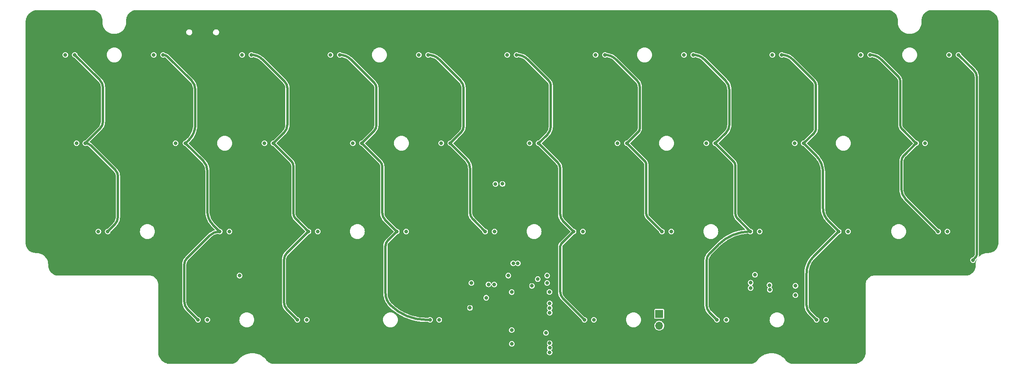
<source format=gbr>
%TF.GenerationSoftware,KiCad,Pcbnew,(7.0.0)*%
%TF.CreationDate,2023-08-01T19:57:12+02:00*%
%TF.ProjectId,travaulta,74726176-6175-46c7-9461-2e6b69636164,rev?*%
%TF.SameCoordinates,Original*%
%TF.FileFunction,Copper,L3,Inr*%
%TF.FilePolarity,Positive*%
%FSLAX46Y46*%
G04 Gerber Fmt 4.6, Leading zero omitted, Abs format (unit mm)*
G04 Created by KiCad (PCBNEW (7.0.0)) date 2023-08-01 19:57:12*
%MOMM*%
%LPD*%
G01*
G04 APERTURE LIST*
%TA.AperFunction,ComponentPad*%
%ADD10R,1.700000X1.700000*%
%TD*%
%TA.AperFunction,ComponentPad*%
%ADD11O,1.700000X1.700000*%
%TD*%
%TA.AperFunction,ViaPad*%
%ADD12C,0.800000*%
%TD*%
%TA.AperFunction,Conductor*%
%ADD13C,0.500000*%
%TD*%
G04 APERTURE END LIST*
D10*
%TO.N,VBAT*%
%TO.C,SW38*%
X180974999Y-113024999D03*
D11*
%TO.N,BOOT0*%
X180974999Y-115564999D03*
%TD*%
D12*
%TO.N,GND*%
X74295000Y-91313000D03*
X114300000Y-68278054D03*
X135597207Y-104261223D03*
X74457450Y-102146851D03*
X151003000Y-99314000D03*
X111125000Y-107950000D03*
X96463710Y-101616045D03*
X153987500Y-92075000D03*
X177165000Y-109855000D03*
X81280000Y-57277000D03*
X79634279Y-102166606D03*
X153988003Y-102068356D03*
X82550000Y-49999000D03*
X177176938Y-83255788D03*
X183356250Y-119062500D03*
X87249000Y-80010000D03*
X117475000Y-68262500D03*
X47117000Y-76200000D03*
X131445000Y-101854000D03*
X207962500Y-104366597D03*
X103187500Y-83125992D03*
X226028066Y-101600000D03*
X119027099Y-64169317D03*
X77430000Y-51094000D03*
X178593750Y-104324688D03*
X175451935Y-104317849D03*
X231534211Y-101576668D03*
X84198075Y-57286253D03*
X107950000Y-68278054D03*
X137577839Y-104298443D03*
X182499000Y-80010000D03*
X92075000Y-117475000D03*
X117445381Y-65971118D03*
X117475491Y-121047612D03*
X65244068Y-83266471D03*
X113284000Y-114300000D03*
X171831000Y-101981000D03*
X120215418Y-83268437D03*
X156464799Y-64146969D03*
X144653000Y-76200000D03*
X233867827Y-64186346D03*
X158602637Y-85060062D03*
X144688580Y-83212362D03*
X88926415Y-65964205D03*
X142113000Y-110617000D03*
X213758720Y-65997413D03*
X194539821Y-104317849D03*
X175816362Y-65997905D03*
X214425221Y-102091428D03*
X101155500Y-83125992D03*
X75819000Y-120777000D03*
X215272292Y-83233441D03*
X173101000Y-95250000D03*
X141859000Y-80010000D03*
X121059099Y-64169317D03*
X152584000Y-112903000D03*
X144374097Y-116215501D03*
X158753070Y-104320989D03*
X137901311Y-64231533D03*
X47371000Y-50800000D03*
X121095883Y-65974574D03*
X192539949Y-102088341D03*
X82558981Y-83268437D03*
X234950000Y-61087000D03*
X60075298Y-64176230D03*
X160918079Y-102299291D03*
X177839421Y-64193631D03*
X139700000Y-57150000D03*
X99867728Y-65952852D03*
X88900000Y-68262500D03*
X215781779Y-64193139D03*
X154003054Y-85382318D03*
X190232918Y-104293450D03*
X122237500Y-118268750D03*
X120650491Y-121047612D03*
X158750000Y-57150000D03*
X139262558Y-85049380D03*
X99815881Y-64231533D03*
X111125000Y-65960003D03*
X141294558Y-85049380D03*
X142081250Y-106362500D03*
X142081250Y-107950000D03*
X197035308Y-64193631D03*
X122986934Y-104249644D03*
X63212068Y-83266471D03*
X215900000Y-57150000D03*
X187325000Y-102108000D03*
X197044249Y-65997905D03*
X117331079Y-107950000D03*
X114272348Y-65964205D03*
X196850000Y-57150000D03*
X106426000Y-76200000D03*
X98422526Y-65950379D03*
X123825000Y-65951243D03*
X92868750Y-107950000D03*
X86288880Y-104214561D03*
X65253009Y-85070745D03*
X231512224Y-97872127D03*
X120506079Y-107950000D03*
X144716101Y-85427602D03*
X143668750Y-104344178D03*
X92075000Y-104154757D03*
X206505152Y-107452269D03*
X159004000Y-110744000D03*
X209550000Y-101508785D03*
X138303000Y-101981000D03*
X120904000Y-101727000D03*
X78607665Y-65964205D03*
X144653000Y-72517000D03*
X125349000Y-80010000D03*
X77600359Y-104245177D03*
X233876768Y-65990620D03*
X177800000Y-53213000D03*
X82189797Y-64153271D03*
X188111837Y-104311833D03*
X251079000Y-50800000D03*
X85751415Y-65964205D03*
X199852839Y-121754293D03*
X127000000Y-68309162D03*
X92075000Y-68262500D03*
X234146640Y-85107708D03*
X101092000Y-101600000D03*
X173573173Y-104293450D03*
X134874000Y-95250000D03*
X67120529Y-102090937D03*
X111125000Y-104214561D03*
X196338366Y-83219809D03*
X77300138Y-108312928D03*
X133985000Y-101727000D03*
X92075000Y-65964205D03*
X51435000Y-95250000D03*
X96774000Y-95250000D03*
X251206000Y-63500000D03*
X140493750Y-104333809D03*
X80962500Y-60071000D03*
X222758000Y-120650000D03*
X231844768Y-65990620D03*
X124474829Y-107950000D03*
X244094000Y-69723000D03*
X158496799Y-64146969D03*
X184221378Y-107343390D03*
X172415783Y-107530039D03*
X130175000Y-68309162D03*
X160911418Y-104281020D03*
X217417014Y-104354056D03*
X164306250Y-104289692D03*
X187216121Y-107327344D03*
X179217879Y-85060062D03*
X98425000Y-68262500D03*
X95250000Y-68262500D03*
X49530000Y-69850000D03*
X60116776Y-66008155D03*
X98425491Y-121047612D03*
X101847881Y-64231533D03*
X104728337Y-104167899D03*
X87249000Y-72644000D03*
X127000000Y-65951243D03*
X75692000Y-48895000D03*
X177848362Y-65997905D03*
X116496665Y-104176446D03*
X133383834Y-65953835D03*
X139933311Y-64231533D03*
X236537500Y-101600000D03*
X111125000Y-68278054D03*
X87312500Y-107950000D03*
X85725000Y-68262500D03*
X175807421Y-64193631D03*
X123825000Y-68309162D03*
X136525000Y-68262500D03*
X192561494Y-104301005D03*
X175418750Y-107530039D03*
X234950000Y-53340000D03*
X181768750Y-104324688D03*
X118375427Y-104200845D03*
X95250000Y-65964205D03*
X103148167Y-85096043D03*
X153987500Y-88900000D03*
X182499000Y-72390000D03*
X234154774Y-83203271D03*
X82567922Y-85072711D03*
X101899728Y-65952852D03*
X107950000Y-104191230D03*
X133350000Y-68309162D03*
X161131250Y-107950000D03*
X232114640Y-85107708D03*
X178593750Y-107530039D03*
X141285617Y-83245106D03*
X101121020Y-104154757D03*
X175895000Y-101981000D03*
X119063883Y-65974574D03*
X207168750Y-101473000D03*
X198361068Y-85095059D03*
X150018750Y-88900000D03*
X115824000Y-99314000D03*
X247015000Y-89027000D03*
X137872571Y-65974082D03*
X84599922Y-85072711D03*
X141859000Y-72517000D03*
X156473740Y-65951243D03*
X217304292Y-83233441D03*
X132556250Y-104249644D03*
X160634637Y-85060062D03*
X68453000Y-76200000D03*
X201676000Y-76200000D03*
X146681488Y-64206158D03*
X192024000Y-91313000D03*
X231835827Y-64186346D03*
X120650000Y-53213000D03*
X77851000Y-95250000D03*
X158593696Y-83255788D03*
X197643750Y-104323931D03*
X224282000Y-80137000D03*
X160625696Y-83255788D03*
X115607034Y-101739495D03*
X124619241Y-121047612D03*
X170676988Y-104308377D03*
X115824000Y-91313000D03*
X146793645Y-104323439D03*
X122247418Y-83268437D03*
X147066000Y-107315000D03*
X77602279Y-102166606D03*
X120650000Y-60960000D03*
X121126329Y-68333618D03*
X220662500Y-104354056D03*
X114298033Y-104219745D03*
X153321343Y-104242074D03*
X215281233Y-85037715D03*
X183356250Y-109855000D03*
X232122774Y-83203271D03*
X158505740Y-65951243D03*
X126206250Y-104261223D03*
X196329068Y-85095059D03*
X130175000Y-65951243D03*
X213749779Y-64193139D03*
X144653000Y-67691000D03*
X229235000Y-95250000D03*
X65659000Y-76200000D03*
X147896567Y-109273002D03*
X62148776Y-66008155D03*
X101600000Y-57150000D03*
X153987500Y-99218750D03*
X78581250Y-68262500D03*
X122256359Y-85072711D03*
X169545000Y-101981000D03*
X99212437Y-104149937D03*
X243967000Y-85725000D03*
X139904571Y-65974082D03*
X89408000Y-48895000D03*
X224282000Y-72390000D03*
X125349000Y-72517000D03*
X148586409Y-83241559D03*
X67120529Y-104050751D03*
X195003308Y-64193631D03*
X185166000Y-114300000D03*
X157162500Y-99314000D03*
X101911437Y-68262500D03*
X104775000Y-65960003D03*
X189144827Y-108929415D03*
X163576000Y-76200000D03*
X195012249Y-65997905D03*
X120888576Y-104225245D03*
X153288724Y-110807639D03*
X63221009Y-85070745D03*
X211905460Y-101600000D03*
X158750000Y-107950000D03*
X74295000Y-99314000D03*
X144652281Y-64206158D03*
X144653000Y-80010000D03*
X251079000Y-95123000D03*
X148209000Y-101981000D03*
X157956250Y-88900000D03*
X107936174Y-65943466D03*
X114300491Y-121047612D03*
X179208938Y-83255788D03*
X98806000Y-50800000D03*
X211201000Y-95250000D03*
X231521000Y-91186000D03*
X146685000Y-72517000D03*
X98425000Y-108743750D03*
X206375000Y-118268750D03*
X167481250Y-104289692D03*
X62107298Y-64176230D03*
X217313233Y-85037715D03*
X78581250Y-63500000D03*
X146685000Y-80010000D03*
X120224359Y-85072711D03*
X198370366Y-83219809D03*
X181768750Y-107343390D03*
X74441896Y-104246652D03*
X190240765Y-102103407D03*
X214312500Y-104348659D03*
X129381250Y-104261223D03*
X84590981Y-83268437D03*
X188641422Y-121694338D03*
X101116167Y-85096043D03*
X114156079Y-107950000D03*
X84137500Y-68262500D03*
X87312500Y-63500000D03*
X104775000Y-68278054D03*
X150550100Y-110815963D03*
X136558834Y-65953835D03*
X227965000Y-76200000D03*
X184936837Y-104311833D03*
X246473566Y-101666909D03*
X79653498Y-104245177D03*
X177185879Y-85060062D03*
X70970165Y-102114268D03*
X223043750Y-108743750D03*
X203835000Y-114300000D03*
X204787500Y-104370593D03*
X211681401Y-104370102D03*
X139253617Y-83245106D03*
X246062500Y-76200000D03*
X92075000Y-101600000D03*
X146685000Y-67691000D03*
X228600000Y-101600000D03*
X54356000Y-88900000D03*
X177800000Y-60960000D03*
X215790720Y-65997413D03*
X139953601Y-68350091D03*
X228600000Y-98425000D03*
X153346000Y-115062000D03*
X87653038Y-51101306D03*
X84074000Y-69850000D03*
X177165000Y-119062500D03*
X150425000Y-115062000D03*
%TO.N,APLEX_OUT_PIN_0*%
X210352632Y-106976214D03*
X156787000Y-106362500D03*
X156787000Y-104775000D03*
X148431250Y-104775000D03*
X140493750Y-106362500D03*
X140168917Y-111725196D03*
%TO.N,ROW0*%
X243459000Y-57150000D03*
X110109000Y-57150000D03*
X186309000Y-57150000D03*
X148209000Y-57150000D03*
X167259000Y-57150000D03*
X224409000Y-57150000D03*
X129159000Y-57150000D03*
X72009000Y-57150000D03*
X52959000Y-57150000D03*
X91059000Y-57150000D03*
X149495497Y-102108000D03*
X145669000Y-84987000D03*
X205359000Y-57150000D03*
%TO.N,ROW1*%
X55372000Y-76200000D03*
X191135000Y-76200000D03*
X133985000Y-76200000D03*
X147189272Y-84974626D03*
X76708000Y-76200000D03*
X153035000Y-76200000D03*
X210185000Y-76200000D03*
X171958000Y-76200000D03*
X114935000Y-76200000D03*
X150495000Y-102108000D03*
X238252000Y-76200000D03*
X95885000Y-76200000D03*
%TO.N,VBAT*%
X149155000Y-108331000D03*
X201599534Y-104576503D03*
X149158000Y-116524000D03*
X153545858Y-106982709D03*
X156556000Y-117129000D03*
X149189578Y-119489093D03*
X157291782Y-108302925D03*
X90487500Y-104775000D03*
X154781250Y-105533209D03*
%TO.N,COL0*%
X62103000Y-95250000D03*
X54991000Y-57150000D03*
X57277000Y-76200000D03*
%TO.N,COL1*%
X74041000Y-57150000D03*
X81550000Y-114300000D03*
X86233000Y-95250000D03*
X78867000Y-76200000D03*
%TO.N,COL2*%
X93075000Y-57150000D03*
X105362500Y-95250000D03*
X97790000Y-76200000D03*
X102980000Y-114300000D03*
%TO.N,COL3*%
X124412500Y-95250000D03*
X116887500Y-76200000D03*
X131555000Y-114300000D03*
X112125000Y-57150000D03*
%TO.N,COL4*%
X143462500Y-95250000D03*
X135937500Y-76200000D03*
X131175000Y-57150000D03*
%TO.N,COL5*%
X150241000Y-57150000D03*
X162512500Y-95250000D03*
X164846000Y-114300000D03*
X154940000Y-76200000D03*
%TO.N,COL6*%
X169291000Y-57150000D03*
X173990000Y-76200000D03*
X181562500Y-95250000D03*
X204755969Y-106823574D03*
X200668410Y-107440416D03*
%TO.N,COL7*%
X188325000Y-57150000D03*
X200674646Y-106307080D03*
X200612500Y-95250000D03*
X193421000Y-114300000D03*
X204787500Y-107822580D03*
X193040000Y-76200000D03*
%TO.N,COL8*%
X207391000Y-57150000D03*
X214884000Y-114300000D03*
X219662500Y-95250000D03*
X212090000Y-76200000D03*
%TO.N,COL9*%
X241095000Y-95250000D03*
X226441000Y-57150000D03*
X236347000Y-76200000D03*
%TO.N,ROW2*%
X164512500Y-95250000D03*
X221662500Y-95250000D03*
X126412500Y-95250000D03*
X243078000Y-95250000D03*
X202612500Y-95250000D03*
X107362500Y-95250000D03*
X145462500Y-95250000D03*
X60071000Y-95250000D03*
X88312500Y-95250000D03*
X183562500Y-95250000D03*
%TO.N,ROW3*%
X144157368Y-106657415D03*
X104980000Y-114300000D03*
X143668750Y-109537500D03*
X195453000Y-114300000D03*
X216916000Y-114300000D03*
X166878000Y-114300000D03*
X133555000Y-114300000D03*
X83550000Y-114300000D03*
%TO.N,AMUX_SEL_2*%
X157348680Y-121365408D03*
X157353000Y-110744000D03*
%TO.N,AMUX_SEL_1*%
X157357299Y-111755701D03*
X157364941Y-120356364D03*
%TO.N,AMUX_SEL_0*%
X157353500Y-119342500D03*
X157353000Y-112776000D03*
%TO.N,APLEX_EN_PIN_1*%
X145415000Y-106680000D03*
X210343750Y-108997080D03*
%TO.N,COL10*%
X245491000Y-57150000D03*
X248602500Y-101409500D03*
%TD*%
D13*
%TO.N,COL0*%
X63595250Y-93757750D02*
X62103000Y-95250000D01*
X61087000Y-71437500D02*
X61087000Y-64293750D01*
X60346129Y-62505129D02*
X54991000Y-57150000D01*
X58415214Y-76671464D02*
X63732484Y-81988734D01*
X64293750Y-83343750D02*
X64293750Y-92071422D01*
X57277000Y-76200000D02*
X60413481Y-73063519D01*
X63595244Y-93757744D02*
G75*
G03*
X64293750Y-92071422I-1686344J1686344D01*
G01*
X58415219Y-76671459D02*
G75*
G03*
X57277000Y-76200000I-1138219J-1138241D01*
G01*
X64293794Y-83343750D02*
G75*
G03*
X63732483Y-81988735I-1916294J-50D01*
G01*
X61086962Y-64293750D02*
G75*
G03*
X60346129Y-62505129I-2529462J50D01*
G01*
X60413473Y-73063511D02*
G75*
G03*
X61087000Y-71437500I-1625973J1626011D01*
G01*
%TO.N,COL1*%
X83566000Y-90854301D02*
X83566000Y-82133785D01*
X86233000Y-95250000D02*
X84788375Y-93805375D01*
X80168750Y-62706250D02*
X75016612Y-57554112D01*
X78581250Y-102393750D02*
X78581250Y-110331250D01*
X82692875Y-80025875D02*
X78867000Y-76200000D01*
X84010774Y-96170476D02*
X79142516Y-101038734D01*
X79288357Y-112038357D02*
X81550000Y-114300000D01*
X80962500Y-72231250D02*
X80962500Y-64622532D01*
X78867000Y-76200000D02*
X79637912Y-75429088D01*
X83566020Y-82133785D02*
G75*
G03*
X82692874Y-80025876I-2981020J-15D01*
G01*
X79142548Y-101038766D02*
G75*
G03*
X78581250Y-102393750I1354952J-1355034D01*
G01*
X75016607Y-57554117D02*
G75*
G03*
X74041000Y-57150000I-975607J-975583D01*
G01*
X79637882Y-75429058D02*
G75*
G03*
X80962500Y-72231250I-3197782J3197858D01*
G01*
X80962486Y-64622532D02*
G75*
G03*
X80168749Y-62706251I-2709986J32D01*
G01*
X86233000Y-95250000D02*
G75*
G03*
X84010775Y-96170477I0J-3142700D01*
G01*
X83565986Y-90854301D02*
G75*
G03*
X84788376Y-93805374I4173414J1D01*
G01*
X78581226Y-110331250D02*
G75*
G03*
X79288357Y-112038357I2414274J50D01*
G01*
%TO.N,COL2*%
X100076000Y-101423388D02*
X100076000Y-110509996D01*
X100702500Y-112022500D02*
X102980000Y-114300000D01*
X105362500Y-95250000D02*
X100703125Y-99909375D01*
X101679375Y-80089375D02*
X97790000Y-76200000D01*
X102108000Y-91281250D02*
X102108000Y-81124167D01*
X105362500Y-95250000D02*
X102613052Y-92500552D01*
X100099143Y-73938357D02*
X97837500Y-76200000D01*
X95432941Y-58126691D02*
X100244984Y-62938734D01*
X100806250Y-64293750D02*
X100806250Y-72231250D01*
X100076002Y-110509996D02*
G75*
G03*
X100702500Y-112022500I2138998J-4D01*
G01*
X95432934Y-58126698D02*
G75*
G03*
X93075000Y-57150000I-2357934J-2357902D01*
G01*
X100806294Y-64293750D02*
G75*
G03*
X100244983Y-62938735I-1916294J-50D01*
G01*
X102108028Y-81124167D02*
G75*
G03*
X101679375Y-80089375I-1463428J-33D01*
G01*
X102107979Y-91281250D02*
G75*
G03*
X102613052Y-92500552I1724421J50D01*
G01*
X100703139Y-99909389D02*
G75*
G03*
X100076000Y-101423388I1513961J-1514011D01*
G01*
X100099176Y-73938390D02*
G75*
G03*
X100806250Y-72231250I-1707176J1707090D01*
G01*
%TO.N,COL3*%
X114482941Y-58126691D02*
X119565987Y-63209737D01*
X120015000Y-64293750D02*
X120015000Y-72231250D01*
X121285000Y-91281250D02*
X121285000Y-81349684D01*
X124412500Y-95250000D02*
X122470458Y-97192042D01*
X130696378Y-114300000D02*
X131555000Y-114300000D01*
X120753125Y-80065625D02*
X116887500Y-76200000D01*
X124412500Y-95250000D02*
X121879854Y-92717354D01*
X121959750Y-98425000D02*
X121959750Y-108538171D01*
X119420146Y-73667354D02*
X116887500Y-76200000D01*
X119420180Y-73667388D02*
G75*
G03*
X120015000Y-72231250I-1436180J1436088D01*
G01*
X122470461Y-97192045D02*
G75*
G03*
X121959750Y-98425000I1232939J-1232955D01*
G01*
X121959778Y-108538171D02*
G75*
G03*
X123031251Y-111124999I3658322J-29D01*
G01*
X120015042Y-64293750D02*
G75*
G03*
X119565986Y-63209738I-1533042J-50D01*
G01*
X123031267Y-111124983D02*
G75*
G03*
X130696378Y-114300000I7665133J7665083D01*
G01*
X114482934Y-58126698D02*
G75*
G03*
X112125000Y-57150000I-2357934J-2357902D01*
G01*
X121284978Y-91281250D02*
G75*
G03*
X121879855Y-92717353I2031022J50D01*
G01*
X121285020Y-81349684D02*
G75*
G03*
X120753124Y-80065626I-1815920J-16D01*
G01*
%TO.N,COL4*%
X135937500Y-76200000D02*
X138215625Y-73921875D01*
X140787500Y-92575000D02*
X143462500Y-95250000D01*
X135937500Y-76200000D02*
X139298837Y-79561337D01*
X138811000Y-72484513D02*
X138811000Y-64392578D01*
X140208000Y-81756250D02*
X140208000Y-91175964D01*
X138112500Y-62706250D02*
X133532941Y-58126691D01*
X138215611Y-73921861D02*
G75*
G03*
X138811000Y-72484513I-1437311J1437361D01*
G01*
X133532934Y-58126698D02*
G75*
G03*
X131175000Y-57150000I-2357934J-2357902D01*
G01*
X140208016Y-91175964D02*
G75*
G03*
X140787501Y-92574999I1978484J-36D01*
G01*
X140207957Y-81756250D02*
G75*
G03*
X139298837Y-79561337I-3104057J50D01*
G01*
X138811023Y-64392578D02*
G75*
G03*
X138112500Y-62706250I-2384823J-22D01*
G01*
%TO.N,COL5*%
X160210500Y-109664500D02*
X164846000Y-114300000D01*
X162512500Y-95250000D02*
X159852193Y-97910307D01*
X157607000Y-72536457D02*
X157607000Y-63779367D01*
X154940000Y-76200000D02*
X159032832Y-80292832D01*
X159639000Y-98425000D02*
X159639000Y-108284777D01*
X160234375Y-92971875D02*
X162512500Y-95250000D01*
X154987500Y-76200000D02*
X156868750Y-74318750D01*
X157162500Y-62706250D02*
X152571628Y-58115378D01*
X159639000Y-81756250D02*
X159639000Y-91534513D01*
X159852190Y-97910304D02*
G75*
G03*
X159639000Y-98425000I514710J-514696D01*
G01*
X157607027Y-63779367D02*
G75*
G03*
X157162499Y-62706251I-1517627J-33D01*
G01*
X152571627Y-58115379D02*
G75*
G03*
X150241000Y-57150000I-2330627J-2330621D01*
G01*
X159639030Y-81756250D02*
G75*
G03*
X159032831Y-80292833I-2069630J-50D01*
G01*
X159638981Y-91534513D02*
G75*
G03*
X160234376Y-92971874I2032719J13D01*
G01*
X159639010Y-108284777D02*
G75*
G03*
X160210500Y-109664500I1951190J-23D01*
G01*
X156868763Y-74318763D02*
G75*
G03*
X157607000Y-72536457I-1782263J1782263D01*
G01*
%TO.N,COL6*%
X173990000Y-76200000D02*
X177879375Y-80089375D01*
X176784000Y-73025000D02*
X176784000Y-64085973D01*
X178181000Y-80817562D02*
X178181000Y-91430625D01*
X174037500Y-76200000D02*
X176481005Y-73756495D01*
X178490625Y-92178125D02*
X181562500Y-95250000D01*
X176212500Y-62706250D02*
X171621628Y-58115378D01*
X178180976Y-91430625D02*
G75*
G03*
X178490625Y-92178125I1057124J25D01*
G01*
X178181030Y-80817562D02*
G75*
G03*
X177879375Y-80089375I-1029830J-38D01*
G01*
X176784025Y-64085973D02*
G75*
G03*
X176212499Y-62706251I-1951225J-27D01*
G01*
X176481007Y-73756497D02*
G75*
G03*
X176784000Y-73025000I-731507J731497D01*
G01*
X171621627Y-58115379D02*
G75*
G03*
X169291000Y-57150000I-2330627J-2330621D01*
G01*
%TO.N,COL7*%
X195262500Y-62706250D02*
X190682941Y-58126691D01*
X197863051Y-92500551D02*
X200612500Y-95250000D01*
X193040000Y-76200000D02*
X197043691Y-80203691D01*
X197358000Y-80962500D02*
X197358000Y-91281250D01*
X191166742Y-101600000D02*
X191166742Y-111125000D01*
X196088000Y-72231250D02*
X196088000Y-64699183D01*
X193087500Y-76200000D02*
X195403343Y-73884157D01*
X191817805Y-112696805D02*
X193421000Y-114300000D01*
X193702384Y-98112264D02*
X191839974Y-99974674D01*
X197358021Y-91281250D02*
G75*
G03*
X197863052Y-92500550I1724279J-50D01*
G01*
X191166740Y-111125000D02*
G75*
G03*
X191817806Y-112696804I2222860J0D01*
G01*
X200612500Y-95250007D02*
G75*
G03*
X193702385Y-98112265I0J-9772393D01*
G01*
X190682934Y-58126698D02*
G75*
G03*
X188325000Y-57150000I-2357934J-2357902D01*
G01*
X191839974Y-99974674D02*
G75*
G03*
X191166742Y-101600000I1625326J-1625326D01*
G01*
X197358005Y-80962500D02*
G75*
G03*
X197043691Y-80203691I-1073105J0D01*
G01*
X195403376Y-73884190D02*
G75*
G03*
X196088000Y-72231250I-1652976J1652890D01*
G01*
X196088021Y-64699183D02*
G75*
G03*
X195262500Y-62706250I-2818421J-17D01*
G01*
%TO.N,COL8*%
X214884000Y-114300000D02*
X213407625Y-112823625D01*
X219662500Y-95202500D02*
X219662500Y-95250000D01*
X214209375Y-100703125D02*
X219662500Y-95250000D01*
X212137500Y-76200000D02*
X214364202Y-73973298D01*
X214312500Y-62706250D02*
X209721628Y-58115378D01*
X212090000Y-76200000D02*
X214754356Y-78864356D01*
X214757000Y-73025000D02*
X214757000Y-63779367D01*
X217408125Y-92948125D02*
X219662500Y-95202500D01*
X212725000Y-111175623D02*
X212725000Y-104286723D01*
X216281000Y-82550000D02*
X216281000Y-90227005D01*
X214209358Y-100703108D02*
G75*
G03*
X212725000Y-104286723I3583642J-3583592D01*
G01*
X212724977Y-111175623D02*
G75*
G03*
X213407626Y-112823624I2330623J23D01*
G01*
X216280984Y-90227005D02*
G75*
G03*
X217408125Y-92948125I3848216J5D01*
G01*
X214757027Y-63779367D02*
G75*
G03*
X214312499Y-62706251I-1517627J-33D01*
G01*
X216280996Y-82550000D02*
G75*
G03*
X214754356Y-78864356I-5212296J0D01*
G01*
X209721627Y-58115379D02*
G75*
G03*
X207391000Y-57150000I-2330627J-2330621D01*
G01*
X214364203Y-73973299D02*
G75*
G03*
X214757000Y-73025000I-948303J948299D01*
G01*
%TO.N,COL9*%
X232918000Y-72231250D02*
X232918000Y-62755664D01*
X236347000Y-76200000D02*
X233733267Y-78813733D01*
X234053750Y-88208750D02*
X241095000Y-95250000D01*
X236330000Y-76200000D02*
X233311682Y-73181681D01*
X232568750Y-61912500D02*
X228771628Y-58115378D01*
X233172000Y-80168750D02*
X233172000Y-86080018D01*
X228771627Y-58115379D02*
G75*
G03*
X226441000Y-57150000I-2330627J-2330621D01*
G01*
X233733288Y-78813754D02*
G75*
G03*
X233172000Y-80168750I1355012J-1355046D01*
G01*
X233171993Y-86080018D02*
G75*
G03*
X234053750Y-88208750I3010507J18D01*
G01*
X232917962Y-72231250D02*
G75*
G03*
X233311682Y-73181681I1344138J50D01*
G01*
X232918029Y-62755664D02*
G75*
G03*
X232568750Y-61912500I-1192429J-36D01*
G01*
%TO.N,COL10*%
X248844283Y-60503283D02*
X245491000Y-57150000D01*
X248602500Y-101409500D02*
X249221625Y-100790375D01*
X249428000Y-100292142D02*
X249428000Y-61912500D01*
X249428009Y-61912500D02*
G75*
G03*
X248844282Y-60503284I-1992909J0D01*
G01*
X249221602Y-100790352D02*
G75*
G03*
X249428000Y-100292142I-498202J498252D01*
G01*
%TD*%
%TA.AperFunction,Conductor*%
%TO.N,GND*%
G36*
X230200348Y-47475520D02*
G01*
X230298956Y-47481485D01*
X230298956Y-47481499D01*
X230299009Y-47481488D01*
X230471593Y-47492799D01*
X230472909Y-47492963D01*
X230599140Y-47516096D01*
X230599298Y-47516126D01*
X230743441Y-47544797D01*
X230744618Y-47545097D01*
X230872041Y-47584803D01*
X230872119Y-47584829D01*
X231006581Y-47630473D01*
X231007622Y-47630883D01*
X231131044Y-47686431D01*
X231131417Y-47686607D01*
X231138829Y-47690262D01*
X231256886Y-47748482D01*
X231257750Y-47748954D01*
X231323021Y-47788412D01*
X231374440Y-47819496D01*
X231374887Y-47819781D01*
X231490392Y-47896959D01*
X231491108Y-47897477D01*
X231598807Y-47981853D01*
X231599305Y-47982266D01*
X231703474Y-48073620D01*
X231704033Y-48074144D01*
X231800854Y-48170965D01*
X231801378Y-48171524D01*
X231892740Y-48275703D01*
X231893153Y-48276201D01*
X231977513Y-48383879D01*
X231978031Y-48384595D01*
X232055225Y-48500123D01*
X232055510Y-48500570D01*
X232126040Y-48617239D01*
X232126520Y-48618117D01*
X232188395Y-48743588D01*
X232188571Y-48743961D01*
X232244115Y-48867376D01*
X232244525Y-48868417D01*
X232290145Y-49002808D01*
X232290236Y-49003088D01*
X232329896Y-49130363D01*
X232330201Y-49131561D01*
X232358877Y-49275723D01*
X232358910Y-49275897D01*
X232382033Y-49402076D01*
X232382200Y-49403420D01*
X232393519Y-49576116D01*
X232393520Y-49576176D01*
X232393523Y-49576176D01*
X232399479Y-49674636D01*
X232399500Y-49675342D01*
X232399500Y-50074998D01*
X232399499Y-50075000D01*
X232399499Y-50229277D01*
X232399540Y-50229618D01*
X232399541Y-50229627D01*
X232436648Y-50535232D01*
X232436649Y-50535242D01*
X232436691Y-50535581D01*
X232436774Y-50535918D01*
X232436774Y-50535920D01*
X232510533Y-50835169D01*
X232510654Y-50835488D01*
X232510656Y-50835494D01*
X232619821Y-51123340D01*
X232619947Y-51123672D01*
X232763339Y-51396883D01*
X232763540Y-51397174D01*
X232763541Y-51397175D01*
X232938406Y-51650511D01*
X232938618Y-51650817D01*
X232938849Y-51651077D01*
X232938850Y-51651079D01*
X233143001Y-51881518D01*
X233143227Y-51881773D01*
X233374183Y-52086382D01*
X233628118Y-52261661D01*
X233901329Y-52405053D01*
X234189832Y-52514468D01*
X234489419Y-52588309D01*
X234795724Y-52625501D01*
X235103921Y-52625501D01*
X235104277Y-52625501D01*
X235410582Y-52588309D01*
X235710169Y-52514467D01*
X235998672Y-52405052D01*
X236271883Y-52261660D01*
X236525818Y-52086382D01*
X236756774Y-51881773D01*
X236961383Y-51650817D01*
X237136661Y-51396882D01*
X237280053Y-51123671D01*
X237389468Y-50835168D01*
X237463309Y-50535580D01*
X237500501Y-50229276D01*
X237500501Y-50074999D01*
X237500501Y-50074499D01*
X237500501Y-49675359D01*
X237500522Y-49674653D01*
X237502904Y-49635268D01*
X237506487Y-49576047D01*
X237506498Y-49576047D01*
X237506490Y-49575994D01*
X237517802Y-49403400D01*
X237517964Y-49402097D01*
X237541123Y-49275723D01*
X237569801Y-49131549D01*
X237570100Y-49130376D01*
X237609802Y-49002969D01*
X237609826Y-49002897D01*
X237655482Y-48868398D01*
X237655876Y-48867398D01*
X237711451Y-48743915D01*
X237711588Y-48743624D01*
X237773494Y-48618091D01*
X237773940Y-48617275D01*
X237844526Y-48500513D01*
X237844754Y-48500155D01*
X237921975Y-48384585D01*
X237922461Y-48383913D01*
X238006877Y-48276164D01*
X238007239Y-48275728D01*
X238098654Y-48171489D01*
X238099118Y-48170994D01*
X238195994Y-48074119D01*
X238196489Y-48073654D01*
X238300728Y-47982239D01*
X238301164Y-47981877D01*
X238408913Y-47897461D01*
X238409585Y-47896975D01*
X238525155Y-47819754D01*
X238525513Y-47819526D01*
X238642275Y-47748940D01*
X238643091Y-47748494D01*
X238768624Y-47686588D01*
X238768915Y-47686451D01*
X238892398Y-47630876D01*
X238893398Y-47630482D01*
X239027897Y-47584826D01*
X239027969Y-47584802D01*
X239155376Y-47545100D01*
X239156549Y-47544801D01*
X239300756Y-47516116D01*
X239427097Y-47492964D01*
X239428400Y-47492802D01*
X239600994Y-47481490D01*
X239601047Y-47481498D01*
X239601047Y-47481487D01*
X239601077Y-47481484D01*
X239699652Y-47475522D01*
X239700359Y-47475501D01*
X239700500Y-47475501D01*
X251474663Y-47475499D01*
X251475319Y-47475517D01*
X251477479Y-47475638D01*
X251590607Y-47481991D01*
X251772396Y-47492988D01*
X251773597Y-47493126D01*
X251914616Y-47517086D01*
X252070557Y-47545663D01*
X252071665Y-47545923D01*
X252213531Y-47586794D01*
X252213580Y-47586809D01*
X252360589Y-47632619D01*
X252361550Y-47632968D01*
X252499559Y-47690133D01*
X252499838Y-47690253D01*
X252629201Y-47748474D01*
X252638486Y-47752653D01*
X252639343Y-47753082D01*
X252770940Y-47825813D01*
X252771211Y-47825969D01*
X252888642Y-47896959D01*
X252900569Y-47904169D01*
X252901286Y-47904640D01*
X253024248Y-47991886D01*
X253024694Y-47992218D01*
X253143269Y-48085116D01*
X253143849Y-48085602D01*
X253256448Y-48186226D01*
X253256925Y-48186677D01*
X253363320Y-48293072D01*
X253363771Y-48293549D01*
X253464397Y-48406150D01*
X253464883Y-48406730D01*
X253513087Y-48468257D01*
X253557787Y-48525312D01*
X253558091Y-48525720D01*
X253623031Y-48617244D01*
X253645363Y-48648718D01*
X253645834Y-48649435D01*
X253723990Y-48778722D01*
X253724217Y-48779116D01*
X253796918Y-48910661D01*
X253797347Y-48911518D01*
X253859730Y-49050124D01*
X253859870Y-49050449D01*
X253917024Y-49188432D01*
X253917385Y-49189428D01*
X253963159Y-49336319D01*
X253963232Y-49336561D01*
X254004072Y-49478322D01*
X254004337Y-49479452D01*
X254032891Y-49635268D01*
X254032839Y-49635277D01*
X254032919Y-49635417D01*
X254056869Y-49776374D01*
X254057013Y-49777628D01*
X254068025Y-49959690D01*
X254068028Y-49959740D01*
X254074482Y-50074661D01*
X254074500Y-50075317D01*
X254074500Y-97683641D01*
X254074479Y-97684347D01*
X254068518Y-97782897D01*
X254068514Y-97782956D01*
X254057199Y-97955578D01*
X254057032Y-97956922D01*
X254033909Y-98083101D01*
X254033876Y-98083275D01*
X254005201Y-98227437D01*
X254004896Y-98228635D01*
X253965233Y-98355917D01*
X253965142Y-98356197D01*
X253919525Y-98490577D01*
X253919115Y-98491618D01*
X253863568Y-98615040D01*
X253863392Y-98615413D01*
X253801519Y-98740880D01*
X253801039Y-98741758D01*
X253730505Y-98858434D01*
X253730220Y-98858881D01*
X253653035Y-98974396D01*
X253652517Y-98975112D01*
X253568144Y-99082806D01*
X253567731Y-99083304D01*
X253476384Y-99187466D01*
X253475860Y-99188025D01*
X253379025Y-99284860D01*
X253378466Y-99285384D01*
X253274304Y-99376731D01*
X253273806Y-99377144D01*
X253166112Y-99461517D01*
X253165396Y-99462035D01*
X253049881Y-99539220D01*
X253049434Y-99539505D01*
X252932758Y-99610039D01*
X252931880Y-99610519D01*
X252806413Y-99672392D01*
X252806040Y-99672568D01*
X252682618Y-99728115D01*
X252681577Y-99728525D01*
X252547197Y-99774142D01*
X252546917Y-99774233D01*
X252419635Y-99813896D01*
X252418437Y-99814201D01*
X252274275Y-99842876D01*
X252274101Y-99842909D01*
X252147922Y-99866032D01*
X252146578Y-99866199D01*
X251974015Y-99877510D01*
X251973956Y-99877514D01*
X251875347Y-99883479D01*
X251874641Y-99883500D01*
X251734438Y-99883500D01*
X251734375Y-99883487D01*
X251734375Y-99883474D01*
X251734310Y-99883473D01*
X251734306Y-99883473D01*
X251591462Y-99883470D01*
X251591140Y-99883470D01*
X251590826Y-99883505D01*
X251590814Y-99883506D01*
X251306806Y-99915499D01*
X251306803Y-99915499D01*
X251306470Y-99915537D01*
X251306164Y-99915606D01*
X251306145Y-99915610D01*
X251027500Y-99979204D01*
X251027496Y-99979204D01*
X251027181Y-99979277D01*
X251026874Y-99979384D01*
X251026865Y-99979387D01*
X250757094Y-100073779D01*
X250757080Y-100073784D01*
X250756785Y-100073888D01*
X250756497Y-100074026D01*
X250756489Y-100074030D01*
X250498979Y-100198038D01*
X250498972Y-100198041D01*
X250498683Y-100198181D01*
X250498429Y-100198340D01*
X250498410Y-100198351D01*
X250256397Y-100350417D01*
X250256389Y-100350421D01*
X250256121Y-100350591D01*
X250255864Y-100350795D01*
X250255861Y-100350798D01*
X250100150Y-100474974D01*
X250032150Y-100529202D01*
X250031926Y-100529425D01*
X250031917Y-100529434D01*
X249829818Y-100731535D01*
X249829809Y-100731544D01*
X249829586Y-100731768D01*
X249829389Y-100732014D01*
X249829380Y-100732025D01*
X249807957Y-100758889D01*
X249800705Y-100763140D01*
X249792474Y-100761430D01*
X249787514Y-100754642D01*
X249788385Y-100746283D01*
X249793849Y-100735563D01*
X249850042Y-100562651D01*
X249878495Y-100383076D01*
X249878496Y-100360056D01*
X249878500Y-100360044D01*
X249878500Y-100283325D01*
X249878503Y-100232859D01*
X249878500Y-100232848D01*
X249878500Y-61912522D01*
X249878504Y-61912500D01*
X249878509Y-61912500D01*
X249878509Y-61775279D01*
X249847781Y-61502563D01*
X249786711Y-61235002D01*
X249696067Y-60975961D01*
X249576989Y-60728698D01*
X249430975Y-60496323D01*
X249259861Y-60281757D01*
X249204777Y-60226674D01*
X246094726Y-57116622D01*
X246091399Y-57109878D01*
X246076044Y-56993238D01*
X246015536Y-56847159D01*
X245919282Y-56721718D01*
X245793841Y-56625464D01*
X245793127Y-56625168D01*
X245793125Y-56625167D01*
X245648473Y-56565250D01*
X245648469Y-56565249D01*
X245647762Y-56564956D01*
X245647003Y-56564856D01*
X245646999Y-56564855D01*
X245491760Y-56544418D01*
X245491000Y-56544318D01*
X245490240Y-56544418D01*
X245335000Y-56564855D01*
X245334995Y-56564856D01*
X245334238Y-56564956D01*
X245333532Y-56565248D01*
X245333526Y-56565250D01*
X245188874Y-56625167D01*
X245188868Y-56625169D01*
X245188159Y-56625464D01*
X245187545Y-56625934D01*
X245187545Y-56625935D01*
X245063328Y-56721249D01*
X245063323Y-56721253D01*
X245062718Y-56721718D01*
X245062253Y-56722323D01*
X245062249Y-56722328D01*
X245008088Y-56792913D01*
X244966464Y-56847159D01*
X244966169Y-56847868D01*
X244966167Y-56847874D01*
X244906250Y-56992526D01*
X244906248Y-56992532D01*
X244905956Y-56993238D01*
X244905856Y-56993995D01*
X244905855Y-56994000D01*
X244888757Y-57123878D01*
X244885318Y-57150000D01*
X244885418Y-57150760D01*
X244905855Y-57305999D01*
X244905856Y-57306003D01*
X244905956Y-57306762D01*
X244906249Y-57307469D01*
X244906250Y-57307473D01*
X244945052Y-57401148D01*
X244966464Y-57452841D01*
X245062718Y-57578282D01*
X245188159Y-57674536D01*
X245334238Y-57735044D01*
X245450877Y-57750399D01*
X245457622Y-57753726D01*
X248483795Y-60779898D01*
X248483797Y-60779901D01*
X248525461Y-60821564D01*
X248525984Y-60822123D01*
X248658258Y-60972950D01*
X248659190Y-60974164D01*
X248770433Y-61140647D01*
X248771198Y-61141972D01*
X248859756Y-61321547D01*
X248860342Y-61322961D01*
X248924704Y-61512563D01*
X248925100Y-61514041D01*
X248964163Y-61710418D01*
X248964363Y-61711936D01*
X248977475Y-61911982D01*
X248977500Y-61912747D01*
X248977500Y-100291346D01*
X248977400Y-100292874D01*
X248969038Y-100356354D01*
X248968247Y-100359304D01*
X248944039Y-100417738D01*
X248942512Y-100420383D01*
X248903387Y-100471367D01*
X248902378Y-100472517D01*
X248861149Y-100513744D01*
X248861137Y-100513757D01*
X248569122Y-100805772D01*
X248562376Y-100809099D01*
X248446500Y-100824355D01*
X248446495Y-100824356D01*
X248445738Y-100824456D01*
X248445032Y-100824748D01*
X248445026Y-100824750D01*
X248300374Y-100884667D01*
X248300368Y-100884669D01*
X248299659Y-100884964D01*
X248299045Y-100885434D01*
X248299045Y-100885435D01*
X248174828Y-100980749D01*
X248174823Y-100980753D01*
X248174218Y-100981218D01*
X248173753Y-100981823D01*
X248173749Y-100981828D01*
X248125551Y-101044642D01*
X248077964Y-101106659D01*
X248077669Y-101107368D01*
X248077667Y-101107374D01*
X248017750Y-101252026D01*
X248017748Y-101252032D01*
X248017456Y-101252738D01*
X248017356Y-101253495D01*
X248017355Y-101253500D01*
X248003495Y-101358780D01*
X247996818Y-101409500D01*
X247996918Y-101410260D01*
X248017355Y-101565499D01*
X248017356Y-101565503D01*
X248017456Y-101566262D01*
X248017749Y-101566969D01*
X248017750Y-101566973D01*
X248077667Y-101711625D01*
X248077964Y-101712341D01*
X248174218Y-101837782D01*
X248299659Y-101934036D01*
X248445738Y-101994544D01*
X248602500Y-102015182D01*
X248759262Y-101994544D01*
X248905341Y-101934036D01*
X249030782Y-101837782D01*
X249127036Y-101712341D01*
X249187544Y-101566262D01*
X249202899Y-101449620D01*
X249206225Y-101442877D01*
X249505902Y-101143200D01*
X249513518Y-101139792D01*
X249521469Y-101142326D01*
X249525709Y-101149514D01*
X249524081Y-101157698D01*
X249498744Y-101198023D01*
X249498732Y-101198043D01*
X249498569Y-101198304D01*
X249498429Y-101198593D01*
X249498426Y-101198600D01*
X249374421Y-101456111D01*
X249374414Y-101456126D01*
X249374279Y-101456408D01*
X249374175Y-101456704D01*
X249374173Y-101456710D01*
X249279775Y-101726505D01*
X249279774Y-101726510D01*
X249279671Y-101726804D01*
X249279601Y-101727109D01*
X249279600Y-101727114D01*
X249216006Y-102005769D01*
X249216002Y-102005788D01*
X249215933Y-102006094D01*
X249215895Y-102006427D01*
X249215895Y-102006430D01*
X249183904Y-102290438D01*
X249183904Y-102290440D01*
X249183868Y-102290764D01*
X249183868Y-102291086D01*
X249183868Y-102291087D01*
X249183874Y-102433999D01*
X249183874Y-102574639D01*
X249183853Y-102575346D01*
X249177888Y-102673886D01*
X249177884Y-102673945D01*
X249166562Y-102846574D01*
X249166395Y-102847918D01*
X249143267Y-102974091D01*
X249143234Y-102974264D01*
X249114555Y-103118423D01*
X249114250Y-103119621D01*
X249074590Y-103246880D01*
X249074499Y-103247160D01*
X249028869Y-103381568D01*
X249028459Y-103382609D01*
X248972918Y-103506010D01*
X248972742Y-103506383D01*
X248910864Y-103631850D01*
X248910384Y-103632728D01*
X248839851Y-103749401D01*
X248839566Y-103749848D01*
X248762377Y-103865366D01*
X248761859Y-103866082D01*
X248677478Y-103973783D01*
X248677064Y-103974281D01*
X248585738Y-104078417D01*
X248585215Y-104078976D01*
X248488366Y-104175824D01*
X248487807Y-104176348D01*
X248383657Y-104267684D01*
X248383159Y-104268097D01*
X248275454Y-104352478D01*
X248274738Y-104352996D01*
X248159237Y-104430173D01*
X248158790Y-104430458D01*
X248042108Y-104500995D01*
X248041230Y-104501475D01*
X247915767Y-104563349D01*
X247915394Y-104563525D01*
X247791982Y-104619070D01*
X247790941Y-104619480D01*
X247656539Y-104665106D01*
X247656259Y-104665197D01*
X247529001Y-104704855D01*
X247527803Y-104705160D01*
X247383618Y-104733843D01*
X247383444Y-104733876D01*
X247257285Y-104757000D01*
X247255943Y-104757167D01*
X247086426Y-104768297D01*
X247086366Y-104768301D01*
X246984375Y-104774474D01*
X246984367Y-104774352D01*
X246983661Y-104774498D01*
X227299904Y-104774498D01*
X227299896Y-104774500D01*
X227181988Y-104774500D01*
X227181623Y-104774548D01*
X227181608Y-104774549D01*
X226948372Y-104805256D01*
X226948356Y-104805259D01*
X226947985Y-104805308D01*
X226947605Y-104805409D01*
X226947604Y-104805410D01*
X226720386Y-104866293D01*
X226720383Y-104866293D01*
X226720006Y-104866395D01*
X226719643Y-104866545D01*
X226719641Y-104866546D01*
X226502313Y-104956565D01*
X226502304Y-104956569D01*
X226501950Y-104956716D01*
X226501619Y-104956906D01*
X226501609Y-104956912D01*
X226297881Y-105074535D01*
X226297877Y-105074537D01*
X226297549Y-105074727D01*
X226297254Y-105074953D01*
X226297247Y-105074958D01*
X226110602Y-105218175D01*
X226110590Y-105218185D01*
X226110300Y-105218408D01*
X226110036Y-105218671D01*
X226110028Y-105218679D01*
X225943679Y-105385029D01*
X225943671Y-105385037D01*
X225943408Y-105385301D01*
X225943185Y-105385591D01*
X225943175Y-105385603D01*
X225799958Y-105572248D01*
X225799953Y-105572255D01*
X225799727Y-105572550D01*
X225799537Y-105572878D01*
X225799535Y-105572882D01*
X225681912Y-105776610D01*
X225681906Y-105776620D01*
X225681716Y-105776951D01*
X225681569Y-105777305D01*
X225681565Y-105777314D01*
X225591545Y-105994642D01*
X225591394Y-105995007D01*
X225591292Y-105995384D01*
X225591292Y-105995387D01*
X225548273Y-106155935D01*
X225530307Y-106222986D01*
X225530258Y-106223357D01*
X225530255Y-106223373D01*
X225499549Y-106456609D01*
X225499548Y-106456624D01*
X225499500Y-106456989D01*
X225499500Y-106457372D01*
X225499500Y-121224663D01*
X225499482Y-121225319D01*
X225493019Y-121340400D01*
X225493016Y-121340450D01*
X225482012Y-121522369D01*
X225481868Y-121523623D01*
X225457921Y-121664556D01*
X225457894Y-121664705D01*
X225429336Y-121820543D01*
X225429071Y-121821673D01*
X225388224Y-121963458D01*
X225388151Y-121963700D01*
X225342387Y-122110562D01*
X225342026Y-122111558D01*
X225284865Y-122249559D01*
X225284725Y-122249884D01*
X225222350Y-122388474D01*
X225221921Y-122389332D01*
X225149213Y-122520886D01*
X225148986Y-122521279D01*
X225070829Y-122650568D01*
X225070358Y-122651285D01*
X224983106Y-122774255D01*
X224982774Y-122774701D01*
X224889886Y-122893263D01*
X224889400Y-122893843D01*
X224788769Y-123006450D01*
X224788318Y-123006927D01*
X224681925Y-123113320D01*
X224681448Y-123113771D01*
X224568848Y-123214397D01*
X224568268Y-123214883D01*
X224449703Y-123307773D01*
X224449257Y-123308105D01*
X224326278Y-123395363D01*
X224325561Y-123395834D01*
X224196299Y-123473975D01*
X224195906Y-123474202D01*
X224064325Y-123546925D01*
X224063467Y-123547354D01*
X223924884Y-123609724D01*
X223924559Y-123609864D01*
X223786566Y-123667023D01*
X223785570Y-123667384D01*
X223638685Y-123713156D01*
X223638443Y-123713229D01*
X223496674Y-123754071D01*
X223495544Y-123754336D01*
X223339706Y-123782894D01*
X223339557Y-123782921D01*
X223198624Y-123806868D01*
X223197370Y-123807012D01*
X223015501Y-123818013D01*
X223015451Y-123818016D01*
X222900320Y-123824482D01*
X222899664Y-123824500D01*
X209934709Y-123824500D01*
X209934042Y-123824481D01*
X209873331Y-123821014D01*
X209873236Y-123821008D01*
X209669958Y-123807738D01*
X209668726Y-123807592D01*
X209557815Y-123788412D01*
X209557534Y-123788360D01*
X209404662Y-123758052D01*
X209403643Y-123757802D01*
X209287277Y-123723654D01*
X209286833Y-123723513D01*
X209218161Y-123700280D01*
X209147081Y-123676231D01*
X209146278Y-123675926D01*
X209032084Y-123627690D01*
X209031477Y-123627413D01*
X208900756Y-123563172D01*
X208900165Y-123562860D01*
X208792226Y-123501931D01*
X208791494Y-123501482D01*
X208668671Y-123419725D01*
X208668279Y-123419452D01*
X208653195Y-123408498D01*
X208570162Y-123348199D01*
X208569352Y-123347554D01*
X208451954Y-123245037D01*
X208451741Y-123244846D01*
X208419078Y-123214883D01*
X208368785Y-123168748D01*
X208367921Y-123167867D01*
X208234292Y-123016272D01*
X208234229Y-123016199D01*
X208225777Y-123006450D01*
X208193127Y-122968791D01*
X208192718Y-122968291D01*
X208081590Y-122824218D01*
X208081413Y-122823988D01*
X207831191Y-122557231D01*
X207556512Y-122315730D01*
X207556295Y-122315573D01*
X207556287Y-122315567D01*
X207260153Y-122101890D01*
X207260146Y-122101885D01*
X207259914Y-122101718D01*
X207259660Y-122101569D01*
X207259653Y-122101565D01*
X206944398Y-121917323D01*
X206944392Y-121917319D01*
X206944139Y-121917172D01*
X206885835Y-121890240D01*
X206612347Y-121763909D01*
X206612342Y-121763907D01*
X206612104Y-121763797D01*
X206555653Y-121744046D01*
X206267132Y-121643098D01*
X206267116Y-121643093D01*
X206266878Y-121643010D01*
X206093408Y-121600485D01*
X205911910Y-121555992D01*
X205911905Y-121555991D01*
X205911648Y-121555928D01*
X205911386Y-121555890D01*
X205911371Y-121555887D01*
X205549987Y-121503396D01*
X205549969Y-121503394D01*
X205549699Y-121503355D01*
X205549426Y-121503341D01*
X205549407Y-121503340D01*
X205184666Y-121485790D01*
X205184375Y-121485776D01*
X205184084Y-121485790D01*
X204819341Y-121503340D01*
X204819320Y-121503341D01*
X204819050Y-121503355D01*
X204818781Y-121503394D01*
X204818761Y-121503396D01*
X204457377Y-121555887D01*
X204457358Y-121555890D01*
X204457101Y-121555928D01*
X204456847Y-121555990D01*
X204456838Y-121555992D01*
X204102132Y-121642946D01*
X204102126Y-121642947D01*
X204101872Y-121643010D01*
X204101639Y-121643091D01*
X204101617Y-121643098D01*
X203756896Y-121763709D01*
X203756892Y-121763710D01*
X203756645Y-121763797D01*
X203756413Y-121763904D01*
X203756401Y-121763909D01*
X203424875Y-121917049D01*
X203424865Y-121917054D01*
X203424610Y-121917172D01*
X203424365Y-121917315D01*
X203424350Y-121917323D01*
X203109095Y-122101565D01*
X203109078Y-122101575D01*
X203108835Y-122101718D01*
X203108611Y-122101879D01*
X203108595Y-122101890D01*
X202812462Y-122315567D01*
X202812444Y-122315581D01*
X202812238Y-122315730D01*
X202812038Y-122315905D01*
X202812029Y-122315913D01*
X202537771Y-122557044D01*
X202537764Y-122557050D01*
X202537559Y-122557231D01*
X202537372Y-122557429D01*
X202537362Y-122557440D01*
X202287538Y-122823773D01*
X202287531Y-122823780D01*
X202287336Y-122823989D01*
X202287164Y-122824211D01*
X202287158Y-122824219D01*
X202175861Y-122968511D01*
X202175437Y-122969030D01*
X202135571Y-123015006D01*
X202135508Y-123015078D01*
X202000817Y-123167878D01*
X201999949Y-123168763D01*
X201916987Y-123244859D01*
X201916773Y-123245050D01*
X201799405Y-123347534D01*
X201798585Y-123348188D01*
X201700455Y-123419446D01*
X201700063Y-123419719D01*
X201577249Y-123501468D01*
X201576517Y-123501917D01*
X201468579Y-123562843D01*
X201467988Y-123563155D01*
X201337258Y-123627401D01*
X201336651Y-123627678D01*
X201222465Y-123675911D01*
X201221662Y-123676216D01*
X201081899Y-123723506D01*
X201081444Y-123723649D01*
X200965112Y-123757792D01*
X200964093Y-123758043D01*
X200811223Y-123788356D01*
X200810941Y-123788408D01*
X200700025Y-123807594D01*
X200698793Y-123807740D01*
X200493883Y-123821114D01*
X200493789Y-123821120D01*
X200435007Y-123824481D01*
X200434339Y-123824500D01*
X98015961Y-123824500D01*
X98015293Y-123824481D01*
X97954584Y-123821011D01*
X97954489Y-123821005D01*
X97751206Y-123807723D01*
X97749975Y-123807577D01*
X97639080Y-123788395D01*
X97638798Y-123788343D01*
X97485918Y-123758030D01*
X97484899Y-123757780D01*
X97368533Y-123723629D01*
X97368078Y-123723485D01*
X97228329Y-123676201D01*
X97227526Y-123675896D01*
X97113353Y-123627670D01*
X97112746Y-123627393D01*
X96982008Y-123563147D01*
X96981417Y-123562835D01*
X96947241Y-123543545D01*
X96873471Y-123501908D01*
X96872755Y-123501468D01*
X96767864Y-123431652D01*
X96749913Y-123419704D01*
X96749521Y-123419431D01*
X96651417Y-123348195D01*
X96650597Y-123347541D01*
X96605050Y-123307773D01*
X96533161Y-123245005D01*
X96533009Y-123244869D01*
X96488240Y-123203807D01*
X96450045Y-123168774D01*
X96449177Y-123167888D01*
X96315539Y-123016272D01*
X96313123Y-123013530D01*
X96274768Y-122969300D01*
X96274550Y-122969040D01*
X96274537Y-122969024D01*
X96274354Y-122968792D01*
X96268008Y-122960565D01*
X96162663Y-122823989D01*
X95912440Y-122557231D01*
X95637761Y-122315731D01*
X95637544Y-122315574D01*
X95637536Y-122315568D01*
X95341403Y-122101891D01*
X95341396Y-122101886D01*
X95341164Y-122101719D01*
X95340910Y-122101570D01*
X95340903Y-122101566D01*
X95025648Y-121917324D01*
X95025642Y-121917320D01*
X95025389Y-121917173D01*
X94966442Y-121889944D01*
X94693597Y-121763910D01*
X94693592Y-121763908D01*
X94693354Y-121763798D01*
X94636960Y-121744067D01*
X94348381Y-121643099D01*
X94348365Y-121643094D01*
X94348127Y-121643011D01*
X94347862Y-121642946D01*
X93993160Y-121555993D01*
X93993155Y-121555992D01*
X93992898Y-121555929D01*
X93992636Y-121555891D01*
X93992621Y-121555888D01*
X93631237Y-121503397D01*
X93631219Y-121503395D01*
X93630949Y-121503356D01*
X93630676Y-121503342D01*
X93630657Y-121503341D01*
X93265916Y-121485791D01*
X93265625Y-121485777D01*
X93265334Y-121485791D01*
X92900592Y-121503341D01*
X92900571Y-121503342D01*
X92900301Y-121503356D01*
X92900032Y-121503395D01*
X92900012Y-121503397D01*
X92538628Y-121555888D01*
X92538609Y-121555891D01*
X92538352Y-121555929D01*
X92538098Y-121555991D01*
X92538089Y-121555993D01*
X92183383Y-121642947D01*
X92183377Y-121642948D01*
X92183123Y-121643011D01*
X92182890Y-121643092D01*
X92182868Y-121643099D01*
X91838147Y-121763710D01*
X91838143Y-121763711D01*
X91837896Y-121763798D01*
X91837664Y-121763905D01*
X91837652Y-121763910D01*
X91506126Y-121917050D01*
X91506116Y-121917055D01*
X91505861Y-121917173D01*
X91505616Y-121917316D01*
X91505601Y-121917324D01*
X91190346Y-122101566D01*
X91190329Y-122101576D01*
X91190086Y-122101719D01*
X91189862Y-122101880D01*
X91189846Y-122101891D01*
X90893713Y-122315568D01*
X90893695Y-122315582D01*
X90893489Y-122315731D01*
X90893289Y-122315906D01*
X90893280Y-122315914D01*
X90619022Y-122557044D01*
X90619015Y-122557050D01*
X90618810Y-122557231D01*
X90618623Y-122557429D01*
X90618613Y-122557440D01*
X90368789Y-122823773D01*
X90368782Y-122823780D01*
X90368587Y-122823989D01*
X90368415Y-122824211D01*
X90368409Y-122824219D01*
X90257112Y-122968511D01*
X90256687Y-122969030D01*
X90216793Y-123015036D01*
X90216731Y-123015108D01*
X90082070Y-123167868D01*
X90081202Y-123168753D01*
X89998217Y-123244869D01*
X89998003Y-123245060D01*
X89880655Y-123347523D01*
X89879835Y-123348177D01*
X89781690Y-123419445D01*
X89781298Y-123419718D01*
X89658503Y-123501453D01*
X89657771Y-123501902D01*
X89549799Y-123562847D01*
X89549208Y-123563158D01*
X89418531Y-123627379D01*
X89417924Y-123627657D01*
X89303698Y-123675907D01*
X89302895Y-123676212D01*
X89163172Y-123723489D01*
X89162717Y-123723632D01*
X89046349Y-123757787D01*
X89045330Y-123758038D01*
X88892496Y-123788346D01*
X88892214Y-123788398D01*
X88781270Y-123807590D01*
X88780038Y-123807736D01*
X88575043Y-123821119D01*
X88574949Y-123821125D01*
X88516277Y-123824481D01*
X88515609Y-123824500D01*
X75550335Y-123824500D01*
X75549679Y-123824482D01*
X75549661Y-123824481D01*
X75542545Y-123824081D01*
X75434548Y-123818016D01*
X75434498Y-123818013D01*
X75252628Y-123807012D01*
X75251374Y-123806868D01*
X75110441Y-123782921D01*
X75110292Y-123782894D01*
X74954454Y-123754336D01*
X74953324Y-123754071D01*
X74811555Y-123713229D01*
X74811313Y-123713156D01*
X74664428Y-123667384D01*
X74663432Y-123667023D01*
X74525439Y-123609864D01*
X74525114Y-123609724D01*
X74386531Y-123547354D01*
X74385673Y-123546925D01*
X74254092Y-123474202D01*
X74253699Y-123473975D01*
X74124437Y-123395834D01*
X74123720Y-123395363D01*
X74000741Y-123308105D01*
X74000295Y-123307773D01*
X73919991Y-123244859D01*
X73881729Y-123214882D01*
X73881150Y-123214397D01*
X73830073Y-123168752D01*
X73768550Y-123113771D01*
X73768073Y-123113320D01*
X73661680Y-123006927D01*
X73661229Y-123006450D01*
X73560598Y-122893843D01*
X73560112Y-122893263D01*
X73506019Y-122824219D01*
X73467213Y-122774687D01*
X73466905Y-122774272D01*
X73379634Y-122651277D01*
X73379175Y-122650578D01*
X73322632Y-122557044D01*
X73301012Y-122521279D01*
X73300785Y-122520886D01*
X73228077Y-122389332D01*
X73227648Y-122388474D01*
X73165250Y-122249831D01*
X73165161Y-122249624D01*
X73107970Y-122111555D01*
X73107611Y-122110562D01*
X73104808Y-122101566D01*
X73061833Y-121963655D01*
X73061774Y-121963458D01*
X73058027Y-121950452D01*
X73020926Y-121821668D01*
X73020662Y-121820543D01*
X73016833Y-121799651D01*
X72992077Y-121664556D01*
X72988431Y-121643098D01*
X72968126Y-121523594D01*
X72967989Y-121522399D01*
X72958493Y-121365408D01*
X156742998Y-121365408D01*
X156743098Y-121366168D01*
X156763535Y-121521407D01*
X156763536Y-121521411D01*
X156763636Y-121522170D01*
X156763929Y-121522877D01*
X156763930Y-121522881D01*
X156821259Y-121661285D01*
X156824144Y-121668249D01*
X156920398Y-121793690D01*
X157045839Y-121889944D01*
X157191918Y-121950452D01*
X157348680Y-121971090D01*
X157505442Y-121950452D01*
X157651521Y-121889944D01*
X157776962Y-121793690D01*
X157873216Y-121668249D01*
X157933724Y-121522170D01*
X157954362Y-121365408D01*
X157933724Y-121208646D01*
X157873216Y-121062567D01*
X157776962Y-120937126D01*
X157740110Y-120908848D01*
X157697830Y-120876405D01*
X157693794Y-120870641D01*
X157693795Y-120863605D01*
X157697829Y-120857842D01*
X157793223Y-120784646D01*
X157889477Y-120659205D01*
X157949985Y-120513126D01*
X157970623Y-120356364D01*
X157949985Y-120199602D01*
X157889477Y-120053523D01*
X157793223Y-119928082D01*
X157746539Y-119892260D01*
X157697099Y-119854323D01*
X157693063Y-119848559D01*
X157693064Y-119841523D01*
X157697098Y-119835760D01*
X157781782Y-119770782D01*
X157878036Y-119645341D01*
X157938544Y-119499262D01*
X157959182Y-119342500D01*
X157957749Y-119331619D01*
X157956056Y-119318759D01*
X157938544Y-119185738D01*
X157878036Y-119039659D01*
X157781782Y-118914218D01*
X157768529Y-118904049D01*
X157741633Y-118883411D01*
X157656341Y-118817964D01*
X157655627Y-118817668D01*
X157655625Y-118817667D01*
X157510973Y-118757750D01*
X157510969Y-118757749D01*
X157510262Y-118757456D01*
X157509503Y-118757356D01*
X157509499Y-118757355D01*
X157354260Y-118736918D01*
X157353500Y-118736818D01*
X157352740Y-118736918D01*
X157197500Y-118757355D01*
X157197495Y-118757356D01*
X157196738Y-118757456D01*
X157196032Y-118757748D01*
X157196026Y-118757750D01*
X157051374Y-118817667D01*
X157051368Y-118817669D01*
X157050659Y-118817964D01*
X157050045Y-118818434D01*
X157050045Y-118818435D01*
X156925828Y-118913749D01*
X156925823Y-118913753D01*
X156925218Y-118914218D01*
X156924753Y-118914823D01*
X156924749Y-118914828D01*
X156886230Y-118965028D01*
X156828964Y-119039659D01*
X156828669Y-119040368D01*
X156828667Y-119040374D01*
X156768750Y-119185026D01*
X156768748Y-119185032D01*
X156768456Y-119185738D01*
X156768356Y-119186495D01*
X156768355Y-119186500D01*
X156749157Y-119332331D01*
X156747818Y-119342500D01*
X156747918Y-119343260D01*
X156768355Y-119498499D01*
X156768356Y-119498503D01*
X156768456Y-119499262D01*
X156768749Y-119499969D01*
X156768750Y-119499973D01*
X156828667Y-119644625D01*
X156828964Y-119645341D01*
X156925218Y-119770782D01*
X156925828Y-119771250D01*
X157021339Y-119844538D01*
X157025375Y-119850302D01*
X157025376Y-119857338D01*
X157021340Y-119863102D01*
X156937266Y-119927616D01*
X156936659Y-119928082D01*
X156936194Y-119928687D01*
X156936191Y-119928691D01*
X156840876Y-120052909D01*
X156840405Y-120053523D01*
X156840110Y-120054232D01*
X156840108Y-120054238D01*
X156780191Y-120198890D01*
X156780189Y-120198896D01*
X156779897Y-120199602D01*
X156779797Y-120200359D01*
X156779796Y-120200364D01*
X156759359Y-120355604D01*
X156759259Y-120356364D01*
X156759359Y-120357124D01*
X156779796Y-120512363D01*
X156779797Y-120512367D01*
X156779897Y-120513126D01*
X156780190Y-120513833D01*
X156780191Y-120513837D01*
X156840108Y-120658489D01*
X156840405Y-120659205D01*
X156936659Y-120784646D01*
X156990600Y-120826037D01*
X157015789Y-120845365D01*
X157019824Y-120851129D01*
X157019824Y-120858165D01*
X157015789Y-120863929D01*
X156921005Y-120936660D01*
X156920398Y-120937126D01*
X156919933Y-120937731D01*
X156919930Y-120937735D01*
X156824615Y-121061953D01*
X156824144Y-121062567D01*
X156823849Y-121063276D01*
X156823847Y-121063282D01*
X156763930Y-121207934D01*
X156763928Y-121207940D01*
X156763636Y-121208646D01*
X156763536Y-121209403D01*
X156763535Y-121209408D01*
X156746306Y-121340282D01*
X156742998Y-121365408D01*
X72958493Y-121365408D01*
X72956988Y-121340536D01*
X72950517Y-121225319D01*
X72950500Y-121224664D01*
X72950500Y-119489093D01*
X148583896Y-119489093D01*
X148583996Y-119489853D01*
X148604433Y-119645092D01*
X148604434Y-119645096D01*
X148604534Y-119645855D01*
X148604827Y-119646562D01*
X148604828Y-119646566D01*
X148656474Y-119771250D01*
X148665042Y-119791934D01*
X148761296Y-119917375D01*
X148886737Y-120013629D01*
X149032816Y-120074137D01*
X149189578Y-120094775D01*
X149346340Y-120074137D01*
X149492419Y-120013629D01*
X149617860Y-119917375D01*
X149714114Y-119791934D01*
X149774622Y-119645855D01*
X149795260Y-119489093D01*
X149774622Y-119332331D01*
X149714114Y-119186252D01*
X149617860Y-119060811D01*
X149492419Y-118964557D01*
X149491705Y-118964261D01*
X149491703Y-118964260D01*
X149347051Y-118904343D01*
X149347047Y-118904342D01*
X149346340Y-118904049D01*
X149345581Y-118903949D01*
X149345577Y-118903948D01*
X149190338Y-118883511D01*
X149189578Y-118883411D01*
X149188818Y-118883511D01*
X149033578Y-118903948D01*
X149033573Y-118903949D01*
X149032816Y-118904049D01*
X149032110Y-118904341D01*
X149032104Y-118904343D01*
X148887452Y-118964260D01*
X148887446Y-118964262D01*
X148886737Y-118964557D01*
X148886123Y-118965027D01*
X148886123Y-118965028D01*
X148761906Y-119060342D01*
X148761901Y-119060346D01*
X148761296Y-119060811D01*
X148760831Y-119061416D01*
X148760827Y-119061421D01*
X148665983Y-119185026D01*
X148665042Y-119186252D01*
X148664747Y-119186961D01*
X148664745Y-119186967D01*
X148604828Y-119331619D01*
X148604826Y-119331625D01*
X148604534Y-119332331D01*
X148604434Y-119333088D01*
X148604433Y-119333093D01*
X148603295Y-119341740D01*
X148583896Y-119489093D01*
X72950500Y-119489093D01*
X72950500Y-116524000D01*
X148552318Y-116524000D01*
X148552418Y-116524760D01*
X148572855Y-116679999D01*
X148572856Y-116680003D01*
X148572956Y-116680762D01*
X148573249Y-116681469D01*
X148573250Y-116681473D01*
X148632927Y-116825545D01*
X148633464Y-116826841D01*
X148729718Y-116952282D01*
X148855159Y-117048536D01*
X149001238Y-117109044D01*
X149134259Y-117126556D01*
X149152819Y-117129000D01*
X149158000Y-117129682D01*
X149163181Y-117129000D01*
X155950318Y-117129000D01*
X155950418Y-117129760D01*
X155970855Y-117284999D01*
X155970856Y-117285003D01*
X155970956Y-117285762D01*
X155971249Y-117286469D01*
X155971250Y-117286473D01*
X156031167Y-117431125D01*
X156031464Y-117431841D01*
X156127718Y-117557282D01*
X156253159Y-117653536D01*
X156399238Y-117714044D01*
X156556000Y-117734682D01*
X156712762Y-117714044D01*
X156858841Y-117653536D01*
X156984282Y-117557282D01*
X157080536Y-117431841D01*
X157141044Y-117285762D01*
X157161682Y-117129000D01*
X157141044Y-116972238D01*
X157080536Y-116826159D01*
X156984282Y-116700718D01*
X156858841Y-116604464D01*
X156858127Y-116604168D01*
X156858125Y-116604167D01*
X156713473Y-116544250D01*
X156713469Y-116544249D01*
X156712762Y-116543956D01*
X156712003Y-116543856D01*
X156711999Y-116543855D01*
X156556760Y-116523418D01*
X156556000Y-116523318D01*
X156555240Y-116523418D01*
X156400000Y-116543855D01*
X156399995Y-116543856D01*
X156399238Y-116543956D01*
X156398532Y-116544248D01*
X156398526Y-116544250D01*
X156253874Y-116604167D01*
X156253868Y-116604169D01*
X156253159Y-116604464D01*
X156252545Y-116604934D01*
X156252545Y-116604935D01*
X156128328Y-116700249D01*
X156128323Y-116700253D01*
X156127718Y-116700718D01*
X156127253Y-116701323D01*
X156127249Y-116701328D01*
X156031935Y-116825545D01*
X156031464Y-116826159D01*
X156031169Y-116826868D01*
X156031167Y-116826874D01*
X155971250Y-116971526D01*
X155971248Y-116971532D01*
X155970956Y-116972238D01*
X155970856Y-116972995D01*
X155970855Y-116973000D01*
X155960973Y-117048064D01*
X155950318Y-117129000D01*
X149163181Y-117129000D01*
X149175757Y-117127344D01*
X149314762Y-117109044D01*
X149460841Y-117048536D01*
X149586282Y-116952282D01*
X149682536Y-116826841D01*
X149743044Y-116680762D01*
X149763682Y-116524000D01*
X149743044Y-116367238D01*
X149682536Y-116221159D01*
X149586282Y-116095718D01*
X149460841Y-115999464D01*
X149460127Y-115999168D01*
X149460125Y-115999167D01*
X149315473Y-115939250D01*
X149315469Y-115939249D01*
X149314762Y-115938956D01*
X149314003Y-115938856D01*
X149313999Y-115938855D01*
X149158760Y-115918418D01*
X149158000Y-115918318D01*
X149157240Y-115918418D01*
X149002000Y-115938855D01*
X149001995Y-115938856D01*
X149001238Y-115938956D01*
X149000532Y-115939248D01*
X149000526Y-115939250D01*
X148855874Y-115999167D01*
X148855868Y-115999169D01*
X148855159Y-115999464D01*
X148854545Y-115999934D01*
X148854545Y-115999935D01*
X148730328Y-116095249D01*
X148730323Y-116095253D01*
X148729718Y-116095718D01*
X148729253Y-116096323D01*
X148729249Y-116096328D01*
X148633935Y-116220545D01*
X148633464Y-116221159D01*
X148633169Y-116221868D01*
X148633167Y-116221874D01*
X148573250Y-116366526D01*
X148573248Y-116366532D01*
X148572956Y-116367238D01*
X148572856Y-116367995D01*
X148572855Y-116368000D01*
X148563023Y-116442685D01*
X148552318Y-116524000D01*
X72950500Y-116524000D01*
X72950500Y-106575002D01*
X72950500Y-106575000D01*
X72950501Y-106575000D01*
X72950501Y-106456989D01*
X72942317Y-106394823D01*
X72919745Y-106223373D01*
X72919744Y-106223372D01*
X72919694Y-106222986D01*
X72858607Y-105995006D01*
X72768285Y-105776950D01*
X72650274Y-105572549D01*
X72578433Y-105478924D01*
X72506825Y-105385602D01*
X72506822Y-105385599D01*
X72506593Y-105385300D01*
X72339700Y-105218408D01*
X72339401Y-105218178D01*
X72339397Y-105218175D01*
X72152752Y-105074958D01*
X72152451Y-105074727D01*
X72030251Y-105004174D01*
X71948390Y-104956911D01*
X71948386Y-104956909D01*
X71948050Y-104956715D01*
X71947688Y-104956565D01*
X71947686Y-104956564D01*
X71761259Y-104879344D01*
X71729995Y-104866394D01*
X71616004Y-104835850D01*
X71502396Y-104805409D01*
X71502394Y-104805408D01*
X71502015Y-104805307D01*
X71501640Y-104805257D01*
X71501627Y-104805255D01*
X71268391Y-104774548D01*
X71268377Y-104774547D01*
X71268012Y-104774499D01*
X71267629Y-104774499D01*
X51466359Y-104774499D01*
X51465653Y-104774478D01*
X51367046Y-104768513D01*
X51366987Y-104768509D01*
X51194419Y-104757198D01*
X51193075Y-104757031D01*
X51066904Y-104733909D01*
X51066730Y-104733876D01*
X50922561Y-104705199D01*
X50921363Y-104704894D01*
X50794086Y-104665233D01*
X50793806Y-104665142D01*
X50659418Y-104619523D01*
X50658377Y-104619113D01*
X50534959Y-104563567D01*
X50534586Y-104563391D01*
X50409122Y-104501520D01*
X50408244Y-104501040D01*
X50291556Y-104430499D01*
X50291109Y-104430214D01*
X50175607Y-104353038D01*
X50174891Y-104352520D01*
X50067195Y-104268146D01*
X50066697Y-104267733D01*
X49962520Y-104176372D01*
X49961961Y-104175848D01*
X49865150Y-104079037D01*
X49864626Y-104078478D01*
X49773265Y-103974301D01*
X49772852Y-103973803D01*
X49688478Y-103866107D01*
X49687960Y-103865391D01*
X49610784Y-103749889D01*
X49610499Y-103749442D01*
X49610474Y-103749401D01*
X49539952Y-103632743D01*
X49539484Y-103631888D01*
X49477593Y-103506383D01*
X49477431Y-103506039D01*
X49421885Y-103382621D01*
X49421475Y-103381580D01*
X49421471Y-103381568D01*
X49375841Y-103247147D01*
X49375783Y-103246969D01*
X49336100Y-103119621D01*
X49335799Y-103118437D01*
X49330566Y-103092127D01*
X49307116Y-102974240D01*
X49307089Y-102974094D01*
X49283965Y-102847909D01*
X49283801Y-102846592D01*
X49272486Y-102673945D01*
X49266520Y-102575330D01*
X49266500Y-102574625D01*
X49266500Y-102291090D01*
X49266500Y-102291087D01*
X49266500Y-102290766D01*
X49234426Y-102006101D01*
X49170681Y-101726818D01*
X49076068Y-101456427D01*
X48951775Y-101198330D01*
X48951607Y-101198063D01*
X48951604Y-101198057D01*
X48840914Y-101021897D01*
X48799365Y-100955773D01*
X48620757Y-100731805D01*
X48418195Y-100529243D01*
X48194226Y-100350634D01*
X48087105Y-100283325D01*
X47951941Y-100198395D01*
X47951929Y-100198388D01*
X47951669Y-100198225D01*
X47874048Y-100160844D01*
X47693867Y-100074074D01*
X47693866Y-100074073D01*
X47693572Y-100073932D01*
X47693270Y-100073826D01*
X47693262Y-100073823D01*
X47423496Y-99979428D01*
X47423492Y-99979426D01*
X47423181Y-99979318D01*
X47412333Y-99976842D01*
X47144222Y-99915647D01*
X47144206Y-99915644D01*
X47143898Y-99915574D01*
X47143561Y-99915536D01*
X46859558Y-99883536D01*
X46859547Y-99883535D01*
X46859233Y-99883500D01*
X46858909Y-99883500D01*
X46575359Y-99883500D01*
X46574653Y-99883479D01*
X46476042Y-99877514D01*
X46475983Y-99877510D01*
X46303420Y-99866199D01*
X46302076Y-99866032D01*
X46175897Y-99842909D01*
X46175723Y-99842876D01*
X46031561Y-99814201D01*
X46030363Y-99813896D01*
X45903081Y-99774233D01*
X45902801Y-99774142D01*
X45768421Y-99728525D01*
X45767380Y-99728115D01*
X45643958Y-99672568D01*
X45643585Y-99672392D01*
X45518118Y-99610519D01*
X45517240Y-99610039D01*
X45400564Y-99539505D01*
X45400117Y-99539220D01*
X45284602Y-99462035D01*
X45283886Y-99461517D01*
X45176192Y-99377144D01*
X45175694Y-99376731D01*
X45071532Y-99285384D01*
X45070973Y-99284860D01*
X44974138Y-99188025D01*
X44973614Y-99187466D01*
X44882267Y-99083304D01*
X44881854Y-99082806D01*
X44797481Y-98975112D01*
X44796963Y-98974396D01*
X44719778Y-98858881D01*
X44719493Y-98858434D01*
X44648959Y-98741758D01*
X44648484Y-98740890D01*
X44586605Y-98615412D01*
X44586430Y-98615040D01*
X44530883Y-98491618D01*
X44530473Y-98490577D01*
X44484828Y-98356113D01*
X44484805Y-98356043D01*
X44445097Y-98228615D01*
X44444802Y-98227458D01*
X44416111Y-98083217D01*
X44416105Y-98083185D01*
X44392964Y-97956909D01*
X44392800Y-97955592D01*
X44381494Y-97783104D01*
X44375521Y-97684347D01*
X44375500Y-97683641D01*
X44375500Y-95250000D01*
X59465318Y-95250000D01*
X59465418Y-95250760D01*
X59485855Y-95405999D01*
X59485856Y-95406003D01*
X59485956Y-95406762D01*
X59486249Y-95407469D01*
X59486250Y-95407473D01*
X59525052Y-95501148D01*
X59546464Y-95552841D01*
X59642718Y-95678282D01*
X59768159Y-95774536D01*
X59914238Y-95835044D01*
X60034814Y-95850918D01*
X60056142Y-95853726D01*
X60071000Y-95855682D01*
X60227762Y-95835044D01*
X60373841Y-95774536D01*
X60499282Y-95678282D01*
X60595536Y-95552841D01*
X60656044Y-95406762D01*
X60676682Y-95250000D01*
X60656044Y-95093238D01*
X60595536Y-94947159D01*
X60499282Y-94821718D01*
X60373841Y-94725464D01*
X60373127Y-94725168D01*
X60373125Y-94725167D01*
X60228473Y-94665250D01*
X60228469Y-94665249D01*
X60227762Y-94664956D01*
X60227003Y-94664856D01*
X60226999Y-94664855D01*
X60071760Y-94644418D01*
X60071000Y-94644318D01*
X60070240Y-94644418D01*
X59915000Y-94664855D01*
X59914995Y-94664856D01*
X59914238Y-94664956D01*
X59913532Y-94665248D01*
X59913526Y-94665250D01*
X59768874Y-94725167D01*
X59768868Y-94725169D01*
X59768159Y-94725464D01*
X59767545Y-94725934D01*
X59767545Y-94725935D01*
X59643328Y-94821249D01*
X59643323Y-94821253D01*
X59642718Y-94821718D01*
X59642253Y-94822323D01*
X59642249Y-94822328D01*
X59546935Y-94946545D01*
X59546464Y-94947159D01*
X59546169Y-94947868D01*
X59546167Y-94947874D01*
X59486250Y-95092526D01*
X59486248Y-95092532D01*
X59485956Y-95093238D01*
X59485856Y-95093995D01*
X59485855Y-95094000D01*
X59466407Y-95241727D01*
X59465318Y-95250000D01*
X44375500Y-95250000D01*
X44375500Y-76200000D01*
X54766318Y-76200000D01*
X54766418Y-76200760D01*
X54786855Y-76355999D01*
X54786856Y-76356003D01*
X54786956Y-76356762D01*
X54787249Y-76357469D01*
X54787250Y-76357473D01*
X54826052Y-76451148D01*
X54847464Y-76502841D01*
X54943718Y-76628282D01*
X55069159Y-76724536D01*
X55215238Y-76785044D01*
X55335814Y-76800918D01*
X55357142Y-76803726D01*
X55372000Y-76805682D01*
X55528762Y-76785044D01*
X55674841Y-76724536D01*
X55800282Y-76628282D01*
X55896536Y-76502841D01*
X55957044Y-76356762D01*
X55977682Y-76200000D01*
X55957044Y-76043238D01*
X55896536Y-75897159D01*
X55800282Y-75771718D01*
X55674841Y-75675464D01*
X55674127Y-75675168D01*
X55674125Y-75675167D01*
X55529473Y-75615250D01*
X55529469Y-75615249D01*
X55528762Y-75614956D01*
X55528003Y-75614856D01*
X55527999Y-75614855D01*
X55372760Y-75594418D01*
X55372000Y-75594318D01*
X55371240Y-75594418D01*
X55216000Y-75614855D01*
X55215995Y-75614856D01*
X55215238Y-75614956D01*
X55214532Y-75615248D01*
X55214526Y-75615250D01*
X55069874Y-75675167D01*
X55069868Y-75675169D01*
X55069159Y-75675464D01*
X55068545Y-75675934D01*
X55068545Y-75675935D01*
X54944328Y-75771249D01*
X54944323Y-75771253D01*
X54943718Y-75771718D01*
X54943253Y-75772323D01*
X54943249Y-75772328D01*
X54847935Y-75896545D01*
X54847464Y-75897159D01*
X54847169Y-75897868D01*
X54847167Y-75897874D01*
X54787250Y-76042526D01*
X54787248Y-76042532D01*
X54786956Y-76043238D01*
X54786856Y-76043995D01*
X54786855Y-76044000D01*
X54775924Y-76127032D01*
X54766318Y-76200000D01*
X44375500Y-76200000D01*
X44375500Y-57150000D01*
X52353318Y-57150000D01*
X52353418Y-57150760D01*
X52373855Y-57305999D01*
X52373856Y-57306003D01*
X52373956Y-57306762D01*
X52374249Y-57307469D01*
X52374250Y-57307473D01*
X52413052Y-57401148D01*
X52434464Y-57452841D01*
X52530718Y-57578282D01*
X52656159Y-57674536D01*
X52802238Y-57735044D01*
X52922814Y-57750918D01*
X52944142Y-57753726D01*
X52959000Y-57755682D01*
X53115762Y-57735044D01*
X53261841Y-57674536D01*
X53387282Y-57578282D01*
X53483536Y-57452841D01*
X53544044Y-57306762D01*
X53564682Y-57150000D01*
X54385318Y-57150000D01*
X54385418Y-57150760D01*
X54405855Y-57305999D01*
X54405856Y-57306003D01*
X54405956Y-57306762D01*
X54406249Y-57307469D01*
X54406250Y-57307473D01*
X54445052Y-57401148D01*
X54466464Y-57452841D01*
X54562718Y-57578282D01*
X54688159Y-57674536D01*
X54834238Y-57735044D01*
X54950877Y-57750399D01*
X54957622Y-57753726D01*
X60018857Y-62814960D01*
X60027331Y-62823434D01*
X60027782Y-62823911D01*
X60182482Y-62997026D01*
X60183300Y-62998052D01*
X60202490Y-63025099D01*
X60311775Y-63179128D01*
X60317446Y-63187120D01*
X60318142Y-63188228D01*
X60337251Y-63222804D01*
X60430278Y-63391131D01*
X60430847Y-63392313D01*
X60519555Y-63606484D01*
X60519989Y-63607722D01*
X60584164Y-63830492D01*
X60584456Y-63831771D01*
X60623283Y-64060321D01*
X60623430Y-64061625D01*
X60636462Y-64293741D01*
X60636352Y-64293747D01*
X60636499Y-64294440D01*
X60636499Y-64353030D01*
X60636499Y-64353050D01*
X60636499Y-64353052D01*
X60636500Y-64353058D01*
X60636500Y-71437116D01*
X60636475Y-71437881D01*
X60620731Y-71678081D01*
X60620531Y-71679599D01*
X60573644Y-71915310D01*
X60573248Y-71916788D01*
X60495994Y-72144367D01*
X60495408Y-72145781D01*
X60389113Y-72361324D01*
X60388348Y-72362649D01*
X60254823Y-72562478D01*
X60253891Y-72563692D01*
X60095081Y-72744777D01*
X60094558Y-72745336D01*
X57243623Y-75596272D01*
X57236877Y-75599599D01*
X57121000Y-75614855D01*
X57120995Y-75614856D01*
X57120238Y-75614956D01*
X57119532Y-75615248D01*
X57119526Y-75615250D01*
X56974874Y-75675167D01*
X56974868Y-75675169D01*
X56974159Y-75675464D01*
X56973545Y-75675934D01*
X56973545Y-75675935D01*
X56849328Y-75771249D01*
X56849323Y-75771253D01*
X56848718Y-75771718D01*
X56848253Y-75772323D01*
X56848249Y-75772328D01*
X56752935Y-75896545D01*
X56752464Y-75897159D01*
X56752169Y-75897868D01*
X56752167Y-75897874D01*
X56692250Y-76042526D01*
X56692248Y-76042532D01*
X56691956Y-76043238D01*
X56691856Y-76043995D01*
X56691855Y-76044000D01*
X56680924Y-76127032D01*
X56671318Y-76200000D01*
X56671418Y-76200760D01*
X56691855Y-76355999D01*
X56691856Y-76356003D01*
X56691956Y-76356762D01*
X56692249Y-76357469D01*
X56692250Y-76357473D01*
X56731052Y-76451148D01*
X56752464Y-76502841D01*
X56848718Y-76628282D01*
X56974159Y-76724536D01*
X57120238Y-76785044D01*
X57240814Y-76800918D01*
X57262142Y-76803726D01*
X57277000Y-76805682D01*
X57433762Y-76785044D01*
X57579841Y-76724536D01*
X57605786Y-76704626D01*
X57610471Y-76702467D01*
X57615632Y-76702533D01*
X57634321Y-76707021D01*
X57636061Y-76707587D01*
X57802408Y-76776489D01*
X57804040Y-76777319D01*
X57816645Y-76785044D01*
X57957568Y-76871401D01*
X57959053Y-76872480D01*
X58096251Y-76989656D01*
X58096926Y-76990280D01*
X63372001Y-82265355D01*
X63372003Y-82265358D01*
X63392972Y-82286326D01*
X63413668Y-82307022D01*
X63414191Y-82307580D01*
X63539861Y-82450871D01*
X63540787Y-82452078D01*
X63646474Y-82610237D01*
X63647233Y-82611553D01*
X63731360Y-82782137D01*
X63731946Y-82783551D01*
X63793091Y-82963660D01*
X63793487Y-82965138D01*
X63830599Y-83151683D01*
X63830799Y-83153200D01*
X63843225Y-83342710D01*
X63843250Y-83343476D01*
X63843250Y-92071034D01*
X63843225Y-92071799D01*
X63826749Y-92323133D01*
X63826549Y-92324651D01*
X63777485Y-92571305D01*
X63777089Y-92572783D01*
X63696248Y-92810927D01*
X63695662Y-92812341D01*
X63584432Y-93037892D01*
X63583667Y-93039217D01*
X63443948Y-93248319D01*
X63443017Y-93249533D01*
X63276855Y-93439005D01*
X63276331Y-93439564D01*
X63255845Y-93460052D01*
X62069623Y-94646272D01*
X62062877Y-94649599D01*
X61947000Y-94664855D01*
X61946995Y-94664856D01*
X61946238Y-94664956D01*
X61945532Y-94665248D01*
X61945526Y-94665250D01*
X61800874Y-94725167D01*
X61800868Y-94725169D01*
X61800159Y-94725464D01*
X61799545Y-94725934D01*
X61799545Y-94725935D01*
X61675328Y-94821249D01*
X61675323Y-94821253D01*
X61674718Y-94821718D01*
X61674253Y-94822323D01*
X61674249Y-94822328D01*
X61578935Y-94946545D01*
X61578464Y-94947159D01*
X61578169Y-94947868D01*
X61578167Y-94947874D01*
X61518250Y-95092526D01*
X61518248Y-95092532D01*
X61517956Y-95093238D01*
X61517856Y-95093995D01*
X61517855Y-95094000D01*
X61498407Y-95241727D01*
X61497318Y-95250000D01*
X61497418Y-95250760D01*
X61517855Y-95405999D01*
X61517856Y-95406003D01*
X61517956Y-95406762D01*
X61518249Y-95407469D01*
X61518250Y-95407473D01*
X61557052Y-95501148D01*
X61578464Y-95552841D01*
X61674718Y-95678282D01*
X61800159Y-95774536D01*
X61946238Y-95835044D01*
X62066814Y-95850918D01*
X62088142Y-95853726D01*
X62103000Y-95855682D01*
X62259762Y-95835044D01*
X62405841Y-95774536D01*
X62531282Y-95678282D01*
X62627536Y-95552841D01*
X62688044Y-95406762D01*
X62703399Y-95290120D01*
X62706725Y-95283377D01*
X62740102Y-95250000D01*
X69038301Y-95250000D01*
X69038337Y-95250457D01*
X69050694Y-95407473D01*
X69058067Y-95501148D01*
X69058172Y-95501588D01*
X69058173Y-95501590D01*
X69110011Y-95717514D01*
X69116877Y-95746111D01*
X69117051Y-95746531D01*
X69117053Y-95746537D01*
X69213106Y-95978431D01*
X69213109Y-95978438D01*
X69213284Y-95978859D01*
X69213522Y-95979248D01*
X69213524Y-95979251D01*
X69301434Y-96122706D01*
X69344914Y-96193659D01*
X69345201Y-96193995D01*
X69345204Y-96193999D01*
X69441002Y-96306164D01*
X69508526Y-96385224D01*
X69508868Y-96385516D01*
X69665185Y-96519024D01*
X69700091Y-96548836D01*
X69914891Y-96680466D01*
X70147639Y-96776873D01*
X70392602Y-96835683D01*
X70580868Y-96850500D01*
X70706404Y-96850500D01*
X70706632Y-96850500D01*
X70894898Y-96835683D01*
X71139861Y-96776873D01*
X71372609Y-96680466D01*
X71587409Y-96548836D01*
X71778974Y-96385224D01*
X71942586Y-96193659D01*
X72074216Y-95978859D01*
X72170623Y-95746111D01*
X72229433Y-95501148D01*
X72249199Y-95250000D01*
X72229433Y-94998852D01*
X72170623Y-94753889D01*
X72074216Y-94521141D01*
X71942586Y-94306341D01*
X71778974Y-94114776D01*
X71705974Y-94052428D01*
X71587749Y-93951454D01*
X71587745Y-93951451D01*
X71587409Y-93951164D01*
X71372609Y-93819534D01*
X71372188Y-93819359D01*
X71372181Y-93819356D01*
X71140287Y-93723303D01*
X71140281Y-93723301D01*
X71139861Y-93723127D01*
X71139417Y-93723020D01*
X71139416Y-93723020D01*
X70895340Y-93664423D01*
X70895338Y-93664422D01*
X70894898Y-93664317D01*
X70894445Y-93664281D01*
X70894443Y-93664281D01*
X70706858Y-93649517D01*
X70706838Y-93649516D01*
X70706632Y-93649500D01*
X70580868Y-93649500D01*
X70580661Y-93649516D01*
X70580641Y-93649517D01*
X70393056Y-93664281D01*
X70393052Y-93664281D01*
X70392602Y-93664317D01*
X70392163Y-93664422D01*
X70392159Y-93664423D01*
X70148083Y-93723020D01*
X70148078Y-93723021D01*
X70147639Y-93723127D01*
X70147221Y-93723299D01*
X70147212Y-93723303D01*
X69915318Y-93819356D01*
X69915306Y-93819362D01*
X69914891Y-93819534D01*
X69914506Y-93819769D01*
X69914498Y-93819774D01*
X69700475Y-93950928D01*
X69700468Y-93950932D01*
X69700091Y-93951164D01*
X69699759Y-93951446D01*
X69699750Y-93951454D01*
X69508868Y-94114483D01*
X69508861Y-94114489D01*
X69508526Y-94114776D01*
X69508239Y-94115111D01*
X69508233Y-94115118D01*
X69345204Y-94306000D01*
X69345196Y-94306009D01*
X69344914Y-94306341D01*
X69344682Y-94306718D01*
X69344678Y-94306725D01*
X69213524Y-94520748D01*
X69213519Y-94520756D01*
X69213284Y-94521141D01*
X69213112Y-94521556D01*
X69213106Y-94521568D01*
X69117053Y-94753462D01*
X69117049Y-94753471D01*
X69116877Y-94753889D01*
X69116771Y-94754328D01*
X69116770Y-94754333D01*
X69058173Y-94998409D01*
X69058067Y-94998852D01*
X69058031Y-94999302D01*
X69058031Y-94999306D01*
X69046903Y-95140706D01*
X69038301Y-95250000D01*
X62740102Y-95250000D01*
X63893425Y-94096677D01*
X63913802Y-94076302D01*
X63913801Y-94076301D01*
X63937675Y-94052428D01*
X63937702Y-94052389D01*
X63937741Y-94052347D01*
X64012288Y-93977802D01*
X64189018Y-93762457D01*
X64343789Y-93530826D01*
X64475112Y-93285141D01*
X64581721Y-93027766D01*
X64662590Y-92761182D01*
X64716940Y-92487955D01*
X64744248Y-92210716D01*
X64744249Y-92139327D01*
X64744250Y-92139324D01*
X64744250Y-83403052D01*
X64744251Y-83403048D01*
X64744250Y-83343901D01*
X64744271Y-83343738D01*
X64744294Y-83343738D01*
X64744290Y-83210821D01*
X64714519Y-82946660D01*
X64655359Y-82687492D01*
X64567552Y-82436578D01*
X64452204Y-82197074D01*
X64310766Y-81971990D01*
X64145015Y-81764157D01*
X64060323Y-81679470D01*
X58775702Y-76394849D01*
X58775701Y-76394847D01*
X58733777Y-76352923D01*
X58733764Y-76352907D01*
X58733767Y-76352905D01*
X58651956Y-76271095D01*
X58562804Y-76200000D01*
X76102318Y-76200000D01*
X76102418Y-76200760D01*
X76122855Y-76355999D01*
X76122856Y-76356003D01*
X76122956Y-76356762D01*
X76123249Y-76357469D01*
X76123250Y-76357473D01*
X76162052Y-76451148D01*
X76183464Y-76502841D01*
X76279718Y-76628282D01*
X76405159Y-76724536D01*
X76551238Y-76785044D01*
X76671814Y-76800918D01*
X76693142Y-76803726D01*
X76708000Y-76805682D01*
X76864762Y-76785044D01*
X77010841Y-76724536D01*
X77136282Y-76628282D01*
X77232536Y-76502841D01*
X77293044Y-76356762D01*
X77313682Y-76200000D01*
X77293044Y-76043238D01*
X77232536Y-75897159D01*
X77136282Y-75771718D01*
X77010841Y-75675464D01*
X77010127Y-75675168D01*
X77010125Y-75675167D01*
X76865473Y-75615250D01*
X76865469Y-75615249D01*
X76864762Y-75614956D01*
X76864003Y-75614856D01*
X76863999Y-75614855D01*
X76708760Y-75594418D01*
X76708000Y-75594318D01*
X76707240Y-75594418D01*
X76552000Y-75614855D01*
X76551995Y-75614856D01*
X76551238Y-75614956D01*
X76550532Y-75615248D01*
X76550526Y-75615250D01*
X76405874Y-75675167D01*
X76405868Y-75675169D01*
X76405159Y-75675464D01*
X76404545Y-75675934D01*
X76404545Y-75675935D01*
X76280328Y-75771249D01*
X76280323Y-75771253D01*
X76279718Y-75771718D01*
X76279253Y-75772323D01*
X76279249Y-75772328D01*
X76183935Y-75896545D01*
X76183464Y-75897159D01*
X76183169Y-75897868D01*
X76183167Y-75897874D01*
X76123250Y-76042526D01*
X76123248Y-76042532D01*
X76122956Y-76043238D01*
X76122856Y-76043995D01*
X76122855Y-76044000D01*
X76111924Y-76127032D01*
X76102318Y-76200000D01*
X58562804Y-76200000D01*
X58471044Y-76126825D01*
X58339227Y-76044000D01*
X58275389Y-76003888D01*
X58275377Y-76003881D01*
X58275117Y-76003718D01*
X58178785Y-75957327D01*
X58173517Y-75952253D01*
X58172292Y-75945042D01*
X58175586Y-75938515D01*
X60755906Y-73358197D01*
X60755938Y-73358151D01*
X60755990Y-73358095D01*
X60827552Y-73286536D01*
X60998969Y-73077669D01*
X61149087Y-72853006D01*
X61276460Y-72614711D01*
X61379864Y-72365077D01*
X61458300Y-72106511D01*
X61511015Y-71841501D01*
X61537499Y-71572601D01*
X61537499Y-71505403D01*
X61537500Y-71505402D01*
X61537500Y-64259988D01*
X61537474Y-64259823D01*
X61537462Y-64259489D01*
X61537463Y-64218658D01*
X61537465Y-64147362D01*
X61508772Y-63855978D01*
X61451656Y-63568809D01*
X61366668Y-63288621D01*
X61353693Y-63257296D01*
X61254736Y-63018381D01*
X61254625Y-63018113D01*
X61116608Y-62759890D01*
X60953945Y-62516438D01*
X60941481Y-62501250D01*
X60768396Y-62290339D01*
X60768392Y-62290335D01*
X60768202Y-62290103D01*
X60712702Y-62234601D01*
X60712697Y-62234595D01*
X60712695Y-62234591D01*
X55628103Y-57150000D01*
X61894551Y-57150000D01*
X61894587Y-57150457D01*
X61906944Y-57307473D01*
X61914317Y-57401148D01*
X61914422Y-57401588D01*
X61914423Y-57401590D01*
X61968701Y-57627678D01*
X61973127Y-57646111D01*
X61973301Y-57646531D01*
X61973303Y-57646537D01*
X62069356Y-57878431D01*
X62069359Y-57878438D01*
X62069534Y-57878859D01*
X62069772Y-57879248D01*
X62069774Y-57879251D01*
X62196818Y-58086567D01*
X62201164Y-58093659D01*
X62364776Y-58285224D01*
X62365118Y-58285516D01*
X62552130Y-58445240D01*
X62556341Y-58448836D01*
X62771141Y-58580466D01*
X63003889Y-58676873D01*
X63248852Y-58735683D01*
X63437118Y-58750500D01*
X63562654Y-58750500D01*
X63562882Y-58750500D01*
X63751148Y-58735683D01*
X63996111Y-58676873D01*
X64228859Y-58580466D01*
X64443659Y-58448836D01*
X64635224Y-58285224D01*
X64798836Y-58093659D01*
X64930466Y-57878859D01*
X65026873Y-57646111D01*
X65085683Y-57401148D01*
X65105449Y-57150000D01*
X71403318Y-57150000D01*
X71403418Y-57150760D01*
X71423855Y-57305999D01*
X71423856Y-57306003D01*
X71423956Y-57306762D01*
X71424249Y-57307469D01*
X71424250Y-57307473D01*
X71463052Y-57401148D01*
X71484464Y-57452841D01*
X71580718Y-57578282D01*
X71706159Y-57674536D01*
X71852238Y-57735044D01*
X71972814Y-57750918D01*
X71994142Y-57753726D01*
X72009000Y-57755682D01*
X72165762Y-57735044D01*
X72311841Y-57674536D01*
X72437282Y-57578282D01*
X72533536Y-57452841D01*
X72594044Y-57306762D01*
X72614682Y-57150000D01*
X73435318Y-57150000D01*
X73435418Y-57150760D01*
X73455855Y-57305999D01*
X73455856Y-57306003D01*
X73455956Y-57306762D01*
X73456249Y-57307469D01*
X73456250Y-57307473D01*
X73495052Y-57401148D01*
X73516464Y-57452841D01*
X73612718Y-57578282D01*
X73738159Y-57674536D01*
X73884238Y-57735044D01*
X74004814Y-57750918D01*
X74026142Y-57753726D01*
X74041000Y-57755682D01*
X74197762Y-57735044D01*
X74343841Y-57674536D01*
X74357149Y-57664323D01*
X74362741Y-57662007D01*
X74368746Y-57662797D01*
X74462008Y-57701429D01*
X74463633Y-57702257D01*
X74586392Y-57777486D01*
X74587871Y-57778560D01*
X74636214Y-57819849D01*
X74697764Y-57872418D01*
X74698438Y-57873042D01*
X79849965Y-63024569D01*
X79850416Y-63025046D01*
X80018603Y-63213248D01*
X80019421Y-63214274D01*
X80152227Y-63401447D01*
X80165286Y-63419851D01*
X80165982Y-63420959D01*
X80285828Y-63637807D01*
X80287915Y-63641582D01*
X80288484Y-63642764D01*
X80384941Y-63875639D01*
X80385375Y-63876877D01*
X80455157Y-64119103D01*
X80455449Y-64120382D01*
X80497670Y-64368892D01*
X80497817Y-64370196D01*
X80511982Y-64622456D01*
X80512000Y-64623112D01*
X80512000Y-72231037D01*
X80511989Y-72231546D01*
X80496679Y-72582132D01*
X80496524Y-72585671D01*
X80496435Y-72586688D01*
X80450196Y-72937869D01*
X80450019Y-72938874D01*
X80373348Y-73284697D01*
X80373083Y-73285683D01*
X80266572Y-73623484D01*
X80266223Y-73624444D01*
X80130668Y-73951688D01*
X80130237Y-73952613D01*
X79966678Y-74266799D01*
X79966168Y-74267683D01*
X79775843Y-74566425D01*
X79775257Y-74567261D01*
X79559630Y-74848266D01*
X79558974Y-74849048D01*
X79319510Y-75110370D01*
X79319157Y-75110738D01*
X79277426Y-75152470D01*
X79277424Y-75152472D01*
X78833623Y-75596272D01*
X78826877Y-75599599D01*
X78711000Y-75614855D01*
X78710995Y-75614856D01*
X78710238Y-75614956D01*
X78709532Y-75615248D01*
X78709526Y-75615250D01*
X78564874Y-75675167D01*
X78564868Y-75675169D01*
X78564159Y-75675464D01*
X78563545Y-75675934D01*
X78563545Y-75675935D01*
X78439328Y-75771249D01*
X78439323Y-75771253D01*
X78438718Y-75771718D01*
X78438253Y-75772323D01*
X78438249Y-75772328D01*
X78342935Y-75896545D01*
X78342464Y-75897159D01*
X78342169Y-75897868D01*
X78342167Y-75897874D01*
X78282250Y-76042526D01*
X78282248Y-76042532D01*
X78281956Y-76043238D01*
X78281856Y-76043995D01*
X78281855Y-76044000D01*
X78270924Y-76127032D01*
X78261318Y-76200000D01*
X78261418Y-76200760D01*
X78281855Y-76355999D01*
X78281856Y-76356003D01*
X78281956Y-76356762D01*
X78282249Y-76357469D01*
X78282250Y-76357473D01*
X78321052Y-76451148D01*
X78342464Y-76502841D01*
X78438718Y-76628282D01*
X78564159Y-76724536D01*
X78710238Y-76785044D01*
X78826877Y-76800399D01*
X78833622Y-76803726D01*
X82332387Y-80302490D01*
X82332389Y-80302493D01*
X82374086Y-80344189D01*
X82374537Y-80344666D01*
X82562982Y-80555532D01*
X82563800Y-80556557D01*
X82639706Y-80663534D01*
X82680664Y-80721258D01*
X82727259Y-80786925D01*
X82727955Y-80788033D01*
X82757880Y-80842177D01*
X82864594Y-81035257D01*
X82865163Y-81036439D01*
X82973259Y-81297399D01*
X82973687Y-81298623D01*
X82988202Y-81349002D01*
X83051888Y-81570057D01*
X83052180Y-81571336D01*
X83099496Y-81849808D01*
X83099643Y-81851112D01*
X83115482Y-82133111D01*
X83115500Y-82133767D01*
X83115500Y-90854267D01*
X83115493Y-90854301D01*
X83115486Y-90854301D01*
X83115486Y-91056188D01*
X83115508Y-91056443D01*
X83115509Y-91056459D01*
X83148255Y-91430729D01*
X83150678Y-91458424D01*
X83150720Y-91458663D01*
X83150722Y-91458677D01*
X83220748Y-91855813D01*
X83220752Y-91855832D01*
X83220793Y-91856063D01*
X83220858Y-91856305D01*
X83220859Y-91856310D01*
X83321705Y-92232666D01*
X83325299Y-92246078D01*
X83325387Y-92246320D01*
X83325389Y-92246326D01*
X83374957Y-92382510D01*
X83463399Y-92625500D01*
X83463501Y-92625718D01*
X83463504Y-92625726D01*
X83632390Y-92987899D01*
X83634042Y-92991442D01*
X83634167Y-92991660D01*
X83634171Y-92991666D01*
X83782723Y-93248960D01*
X83835931Y-93341118D01*
X83836071Y-93341318D01*
X83836073Y-93341321D01*
X84062240Y-93664317D01*
X84067528Y-93671868D01*
X84067682Y-93672052D01*
X84067687Y-93672058D01*
X84227037Y-93861961D01*
X84327070Y-93981174D01*
X84327250Y-93981354D01*
X84327251Y-93981355D01*
X84421807Y-94075910D01*
X84421809Y-94075913D01*
X85260674Y-94914778D01*
X85264045Y-94921904D01*
X85262129Y-94929551D01*
X85255797Y-94934247D01*
X85021304Y-95005379D01*
X85021286Y-95005385D01*
X85021027Y-95005464D01*
X85020778Y-95005567D01*
X85020756Y-95005575D01*
X84695124Y-95140457D01*
X84695107Y-95140464D01*
X84694856Y-95140569D01*
X84694612Y-95140698D01*
X84694598Y-95140706D01*
X84383755Y-95306855D01*
X84383738Y-95306865D01*
X84383497Y-95306994D01*
X84383265Y-95307148D01*
X84383255Y-95307155D01*
X84090200Y-95502967D01*
X84090178Y-95502983D01*
X84089951Y-95503135D01*
X84089730Y-95503316D01*
X84089717Y-95503326D01*
X83817279Y-95726910D01*
X83817263Y-95726923D01*
X83817043Y-95727105D01*
X83816838Y-95727309D01*
X83816828Y-95727319D01*
X83740238Y-95803909D01*
X78800391Y-100743755D01*
X78800384Y-100743762D01*
X78800091Y-100744056D01*
X78799976Y-100744209D01*
X78799710Y-100744496D01*
X78730250Y-100813953D01*
X78730241Y-100813962D01*
X78730018Y-100814186D01*
X78729821Y-100814432D01*
X78729812Y-100814443D01*
X78564476Y-101021755D01*
X78564465Y-101021770D01*
X78564270Y-101022015D01*
X78564099Y-101022287D01*
X78564092Y-101022297D01*
X78423010Y-101246814D01*
X78423005Y-101246821D01*
X78422834Y-101247095D01*
X78422698Y-101247377D01*
X78422691Y-101247390D01*
X78307628Y-101486305D01*
X78307623Y-101486314D01*
X78307489Y-101486595D01*
X78307388Y-101486883D01*
X78307382Y-101486898D01*
X78219792Y-101737193D01*
X78219788Y-101737206D01*
X78219684Y-101737504D01*
X78219612Y-101737817D01*
X78219612Y-101737819D01*
X78160986Y-101994644D01*
X78160524Y-101996667D01*
X78160488Y-101996979D01*
X78160486Y-101996996D01*
X78130790Y-102260498D01*
X78130789Y-102260511D01*
X78130754Y-102260824D01*
X78130753Y-102261129D01*
X78130753Y-102261147D01*
X78130752Y-102325833D01*
X78130751Y-102325843D01*
X78130750Y-102325848D01*
X78130750Y-102393738D01*
X78130749Y-102453048D01*
X78130749Y-102453050D01*
X78130750Y-102453056D01*
X78130750Y-110271942D01*
X78130749Y-110271958D01*
X78130749Y-110331169D01*
X78130738Y-110331259D01*
X78130726Y-110331259D01*
X78130726Y-110331351D01*
X78130726Y-110331352D01*
X78130728Y-110471709D01*
X78130728Y-110471729D01*
X78130729Y-110471994D01*
X78130755Y-110472263D01*
X78130756Y-110472273D01*
X78157932Y-110748140D01*
X78158323Y-110752107D01*
X78158378Y-110752386D01*
X78158380Y-110752396D01*
X78213181Y-111027878D01*
X78213184Y-111027891D01*
X78213239Y-111028166D01*
X78213321Y-111028437D01*
X78213324Y-111028448D01*
X78282057Y-111255016D01*
X78294949Y-111297514D01*
X78295063Y-111297789D01*
X78402550Y-111557277D01*
X78402556Y-111557290D01*
X78402666Y-111557555D01*
X78535352Y-111805787D01*
X78535512Y-111806027D01*
X78535513Y-111806028D01*
X78691561Y-112039569D01*
X78691570Y-112039581D01*
X78691729Y-112039819D01*
X78691917Y-112040049D01*
X78691920Y-112040052D01*
X78863614Y-112249260D01*
X78870292Y-112257396D01*
X78870505Y-112257609D01*
X78870506Y-112257610D01*
X78921789Y-112308892D01*
X78921791Y-112308895D01*
X80946272Y-114333375D01*
X80949599Y-114340121D01*
X80964855Y-114455999D01*
X80964856Y-114456003D01*
X80964956Y-114456762D01*
X80965249Y-114457469D01*
X80965250Y-114457473D01*
X81004052Y-114551148D01*
X81025464Y-114602841D01*
X81121718Y-114728282D01*
X81247159Y-114824536D01*
X81393238Y-114885044D01*
X81550000Y-114905682D01*
X81706762Y-114885044D01*
X81852841Y-114824536D01*
X81978282Y-114728282D01*
X82074536Y-114602841D01*
X82135044Y-114456762D01*
X82155682Y-114300000D01*
X82944318Y-114300000D01*
X82944418Y-114300760D01*
X82964855Y-114455999D01*
X82964856Y-114456003D01*
X82964956Y-114456762D01*
X82965249Y-114457469D01*
X82965250Y-114457473D01*
X83004052Y-114551148D01*
X83025464Y-114602841D01*
X83121718Y-114728282D01*
X83247159Y-114824536D01*
X83393238Y-114885044D01*
X83550000Y-114905682D01*
X83706762Y-114885044D01*
X83852841Y-114824536D01*
X83978282Y-114728282D01*
X84074536Y-114602841D01*
X84135044Y-114456762D01*
X84155682Y-114300000D01*
X90469551Y-114300000D01*
X90469587Y-114300457D01*
X90487624Y-114529643D01*
X90489317Y-114551148D01*
X90489422Y-114551588D01*
X90489423Y-114551590D01*
X90537176Y-114750499D01*
X90548127Y-114796111D01*
X90548301Y-114796531D01*
X90548303Y-114796537D01*
X90644356Y-115028431D01*
X90644359Y-115028438D01*
X90644534Y-115028859D01*
X90644772Y-115029248D01*
X90644774Y-115029251D01*
X90725879Y-115161602D01*
X90776164Y-115243659D01*
X90939776Y-115435224D01*
X91131341Y-115598836D01*
X91346141Y-115730466D01*
X91578889Y-115826873D01*
X91823852Y-115885683D01*
X92012118Y-115900500D01*
X92137654Y-115900500D01*
X92137882Y-115900500D01*
X92326148Y-115885683D01*
X92571111Y-115826873D01*
X92803859Y-115730466D01*
X93018659Y-115598836D01*
X93210224Y-115435224D01*
X93373836Y-115243659D01*
X93505466Y-115028859D01*
X93601873Y-114796111D01*
X93660683Y-114551148D01*
X93680449Y-114300000D01*
X93660683Y-114048852D01*
X93601873Y-113803889D01*
X93505466Y-113571141D01*
X93373836Y-113356341D01*
X93210224Y-113164776D01*
X93127547Y-113094163D01*
X93018999Y-113001454D01*
X93018995Y-113001451D01*
X93018659Y-113001164D01*
X92908198Y-112933473D01*
X92804251Y-112869774D01*
X92804248Y-112869772D01*
X92803859Y-112869534D01*
X92803438Y-112869359D01*
X92803431Y-112869356D01*
X92571537Y-112773303D01*
X92571531Y-112773301D01*
X92571111Y-112773127D01*
X92570667Y-112773020D01*
X92570666Y-112773020D01*
X92326590Y-112714423D01*
X92326588Y-112714422D01*
X92326148Y-112714317D01*
X92325695Y-112714281D01*
X92325693Y-112714281D01*
X92138108Y-112699517D01*
X92138088Y-112699516D01*
X92137882Y-112699500D01*
X92012118Y-112699500D01*
X92011911Y-112699516D01*
X92011891Y-112699517D01*
X91824306Y-112714281D01*
X91824302Y-112714281D01*
X91823852Y-112714317D01*
X91823413Y-112714422D01*
X91823409Y-112714423D01*
X91579333Y-112773020D01*
X91579328Y-112773021D01*
X91578889Y-112773127D01*
X91578471Y-112773299D01*
X91578462Y-112773303D01*
X91346568Y-112869356D01*
X91346556Y-112869362D01*
X91346141Y-112869534D01*
X91345756Y-112869769D01*
X91345748Y-112869774D01*
X91131725Y-113000928D01*
X91131718Y-113000932D01*
X91131341Y-113001164D01*
X91131009Y-113001446D01*
X91131000Y-113001454D01*
X90940118Y-113164483D01*
X90940111Y-113164489D01*
X90939776Y-113164776D01*
X90939489Y-113165111D01*
X90939483Y-113165118D01*
X90776454Y-113356000D01*
X90776446Y-113356009D01*
X90776164Y-113356341D01*
X90775932Y-113356718D01*
X90775928Y-113356725D01*
X90644774Y-113570748D01*
X90644769Y-113570756D01*
X90644534Y-113571141D01*
X90644362Y-113571556D01*
X90644356Y-113571568D01*
X90548303Y-113803462D01*
X90548299Y-113803471D01*
X90548127Y-113803889D01*
X90548021Y-113804328D01*
X90548020Y-113804333D01*
X90489423Y-114048409D01*
X90489317Y-114048852D01*
X90489281Y-114049302D01*
X90489281Y-114049306D01*
X90475731Y-114221472D01*
X90469551Y-114300000D01*
X84155682Y-114300000D01*
X84135044Y-114143238D01*
X84074536Y-113997159D01*
X83978282Y-113871718D01*
X83852841Y-113775464D01*
X83852127Y-113775168D01*
X83852125Y-113775167D01*
X83707473Y-113715250D01*
X83707469Y-113715249D01*
X83706762Y-113714956D01*
X83706003Y-113714856D01*
X83705999Y-113714855D01*
X83550760Y-113694418D01*
X83550000Y-113694318D01*
X83549240Y-113694418D01*
X83394000Y-113714855D01*
X83393995Y-113714856D01*
X83393238Y-113714956D01*
X83392532Y-113715248D01*
X83392526Y-113715250D01*
X83247874Y-113775167D01*
X83247868Y-113775169D01*
X83247159Y-113775464D01*
X83246545Y-113775934D01*
X83246545Y-113775935D01*
X83122328Y-113871249D01*
X83122323Y-113871253D01*
X83121718Y-113871718D01*
X83121253Y-113872323D01*
X83121249Y-113872328D01*
X83060038Y-113952101D01*
X83025464Y-113997159D01*
X83025169Y-113997868D01*
X83025167Y-113997874D01*
X82965250Y-114142526D01*
X82965248Y-114142532D01*
X82964956Y-114143238D01*
X82964856Y-114143995D01*
X82964855Y-114144000D01*
X82944418Y-114299240D01*
X82944318Y-114300000D01*
X82155682Y-114300000D01*
X82135044Y-114143238D01*
X82074536Y-113997159D01*
X81978282Y-113871718D01*
X81852841Y-113775464D01*
X81852127Y-113775168D01*
X81852125Y-113775167D01*
X81707473Y-113715250D01*
X81707469Y-113715249D01*
X81706762Y-113714956D01*
X81706003Y-113714856D01*
X81705999Y-113714855D01*
X81590121Y-113699599D01*
X81583375Y-113696272D01*
X79607148Y-111720045D01*
X79606697Y-111719568D01*
X79460608Y-111556095D01*
X79459790Y-111555070D01*
X79387774Y-111453575D01*
X79333108Y-111376532D01*
X79332420Y-111375437D01*
X79226521Y-111183832D01*
X79225957Y-111182659D01*
X79223186Y-111175970D01*
X79177506Y-111065691D01*
X79142188Y-110980428D01*
X79141754Y-110979190D01*
X79081151Y-110768842D01*
X79080859Y-110767563D01*
X79044188Y-110551757D01*
X79044041Y-110550453D01*
X79043663Y-110543731D01*
X79031768Y-110331988D01*
X79031750Y-110331332D01*
X79031750Y-104775000D01*
X89881818Y-104775000D01*
X89881918Y-104775760D01*
X89902355Y-104930999D01*
X89902356Y-104931003D01*
X89902456Y-104931762D01*
X89902749Y-104932469D01*
X89902750Y-104932473D01*
X89962667Y-105077125D01*
X89962964Y-105077841D01*
X90059218Y-105203282D01*
X90184659Y-105299536D01*
X90330738Y-105360044D01*
X90487500Y-105380682D01*
X90644262Y-105360044D01*
X90790341Y-105299536D01*
X90915782Y-105203282D01*
X91012036Y-105077841D01*
X91072544Y-104931762D01*
X91093182Y-104775000D01*
X91072544Y-104618238D01*
X91012036Y-104472159D01*
X90915782Y-104346718D01*
X90790341Y-104250464D01*
X90789627Y-104250168D01*
X90789625Y-104250167D01*
X90644973Y-104190250D01*
X90644969Y-104190249D01*
X90644262Y-104189956D01*
X90643503Y-104189856D01*
X90643499Y-104189855D01*
X90488260Y-104169418D01*
X90487500Y-104169318D01*
X90486740Y-104169418D01*
X90331500Y-104189855D01*
X90331495Y-104189856D01*
X90330738Y-104189956D01*
X90330032Y-104190248D01*
X90330026Y-104190250D01*
X90185374Y-104250167D01*
X90185368Y-104250169D01*
X90184659Y-104250464D01*
X90184045Y-104250934D01*
X90184045Y-104250935D01*
X90059828Y-104346249D01*
X90059823Y-104346253D01*
X90059218Y-104346718D01*
X90058753Y-104347323D01*
X90058749Y-104347328D01*
X89971109Y-104461544D01*
X89962964Y-104472159D01*
X89962669Y-104472868D01*
X89962667Y-104472874D01*
X89902750Y-104617526D01*
X89902748Y-104617532D01*
X89902456Y-104618238D01*
X89902356Y-104618995D01*
X89902355Y-104619000D01*
X89882672Y-104768513D01*
X89881818Y-104775000D01*
X79031750Y-104775000D01*
X79031750Y-102394147D01*
X79031775Y-102393382D01*
X79036203Y-102325848D01*
X79044245Y-102203192D01*
X79044442Y-102201702D01*
X79081556Y-102015143D01*
X79081951Y-102013671D01*
X79084410Y-102006430D01*
X79143094Y-101833565D01*
X79143679Y-101832154D01*
X79156640Y-101805874D01*
X79227810Y-101661564D01*
X79228558Y-101660267D01*
X79334249Y-101502102D01*
X79335170Y-101500902D01*
X79461090Y-101357327D01*
X79461193Y-101357417D01*
X79461627Y-101356725D01*
X79490564Y-101327790D01*
X79502997Y-101315358D01*
X79502998Y-101315355D01*
X84329111Y-96489242D01*
X84329551Y-96488826D01*
X84553961Y-96288281D01*
X84554965Y-96287480D01*
X84800129Y-96113528D01*
X84801228Y-96112837D01*
X85064335Y-95967423D01*
X85065502Y-95966861D01*
X85343213Y-95851829D01*
X85344442Y-95851398D01*
X85633298Y-95768180D01*
X85634576Y-95767889D01*
X85864448Y-95728831D01*
X85869224Y-95729010D01*
X85873530Y-95731084D01*
X85921496Y-95767889D01*
X85930159Y-95774536D01*
X86076238Y-95835044D01*
X86196814Y-95850918D01*
X86218142Y-95853726D01*
X86233000Y-95855682D01*
X86389762Y-95835044D01*
X86535841Y-95774536D01*
X86661282Y-95678282D01*
X86757536Y-95552841D01*
X86818044Y-95406762D01*
X86838682Y-95250000D01*
X87706818Y-95250000D01*
X87706918Y-95250760D01*
X87727355Y-95405999D01*
X87727356Y-95406003D01*
X87727456Y-95406762D01*
X87727749Y-95407469D01*
X87727750Y-95407473D01*
X87766552Y-95501148D01*
X87787964Y-95552841D01*
X87884218Y-95678282D01*
X88009659Y-95774536D01*
X88155738Y-95835044D01*
X88276314Y-95850918D01*
X88297642Y-95853726D01*
X88312500Y-95855682D01*
X88469262Y-95835044D01*
X88615341Y-95774536D01*
X88740782Y-95678282D01*
X88837036Y-95552841D01*
X88897544Y-95406762D01*
X88918182Y-95250000D01*
X88897544Y-95093238D01*
X88837036Y-94947159D01*
X88740782Y-94821718D01*
X88615341Y-94725464D01*
X88614627Y-94725168D01*
X88614625Y-94725167D01*
X88469973Y-94665250D01*
X88469969Y-94665249D01*
X88469262Y-94664956D01*
X88468503Y-94664856D01*
X88468499Y-94664855D01*
X88313260Y-94644418D01*
X88312500Y-94644318D01*
X88311740Y-94644418D01*
X88156500Y-94664855D01*
X88156495Y-94664856D01*
X88155738Y-94664956D01*
X88155032Y-94665248D01*
X88155026Y-94665250D01*
X88010374Y-94725167D01*
X88010368Y-94725169D01*
X88009659Y-94725464D01*
X88009045Y-94725934D01*
X88009045Y-94725935D01*
X87884828Y-94821249D01*
X87884823Y-94821253D01*
X87884218Y-94821718D01*
X87883753Y-94822323D01*
X87883749Y-94822328D01*
X87788435Y-94946545D01*
X87787964Y-94947159D01*
X87787669Y-94947868D01*
X87787667Y-94947874D01*
X87727750Y-95092526D01*
X87727748Y-95092532D01*
X87727456Y-95093238D01*
X87727356Y-95093995D01*
X87727355Y-95094000D01*
X87707907Y-95241727D01*
X87706818Y-95250000D01*
X86838682Y-95250000D01*
X86818044Y-95093238D01*
X86757536Y-94947159D01*
X86661282Y-94821718D01*
X86535841Y-94725464D01*
X86535127Y-94725168D01*
X86535125Y-94725167D01*
X86390473Y-94665250D01*
X86390469Y-94665249D01*
X86389762Y-94664956D01*
X86389003Y-94664856D01*
X86388999Y-94664855D01*
X86273121Y-94649599D01*
X86266375Y-94646272D01*
X85107124Y-93487021D01*
X85106771Y-93486652D01*
X84921870Y-93284872D01*
X84887846Y-93247742D01*
X84887193Y-93246964D01*
X84865475Y-93218661D01*
X84690083Y-92990089D01*
X84689514Y-92989276D01*
X84515545Y-92716203D01*
X84515038Y-92715324D01*
X84365534Y-92428133D01*
X84365103Y-92427207D01*
X84241205Y-92128096D01*
X84240856Y-92127137D01*
X84237076Y-92115150D01*
X84143499Y-91818365D01*
X84143235Y-91817381D01*
X84130826Y-91761410D01*
X84073157Y-91501281D01*
X84072980Y-91500276D01*
X84067436Y-91458165D01*
X84030717Y-91179270D01*
X84030631Y-91178282D01*
X84016510Y-90854873D01*
X84016500Y-90854364D01*
X84016500Y-82133858D01*
X84016509Y-82133783D01*
X84016520Y-82133783D01*
X84016519Y-81965202D01*
X83983469Y-81629663D01*
X83917690Y-81298979D01*
X83819814Y-80976336D01*
X83816825Y-80969121D01*
X83690896Y-80665107D01*
X83690785Y-80664839D01*
X83542912Y-80388194D01*
X83531983Y-80367748D01*
X83531982Y-80367746D01*
X83531845Y-80367490D01*
X83344525Y-80087152D01*
X83130628Y-79826524D01*
X83048757Y-79744654D01*
X79512376Y-76208273D01*
X79508949Y-76200000D01*
X85707051Y-76200000D01*
X85707087Y-76200457D01*
X85719444Y-76357473D01*
X85726817Y-76451148D01*
X85785627Y-76696111D01*
X85785801Y-76696531D01*
X85785803Y-76696537D01*
X85881856Y-76928431D01*
X85881859Y-76928438D01*
X85882034Y-76928859D01*
X85882272Y-76929248D01*
X85882274Y-76929251D01*
X85919474Y-76989955D01*
X86013664Y-77143659D01*
X86177276Y-77335224D01*
X86368841Y-77498836D01*
X86583641Y-77630466D01*
X86816389Y-77726873D01*
X87061352Y-77785683D01*
X87249618Y-77800500D01*
X87375154Y-77800500D01*
X87375382Y-77800500D01*
X87563648Y-77785683D01*
X87808611Y-77726873D01*
X88041359Y-77630466D01*
X88256159Y-77498836D01*
X88447724Y-77335224D01*
X88611336Y-77143659D01*
X88742966Y-76928859D01*
X88839373Y-76696111D01*
X88898183Y-76451148D01*
X88917949Y-76200000D01*
X95279318Y-76200000D01*
X95279418Y-76200760D01*
X95299855Y-76355999D01*
X95299856Y-76356003D01*
X95299956Y-76356762D01*
X95300249Y-76357469D01*
X95300250Y-76357473D01*
X95339052Y-76451148D01*
X95360464Y-76502841D01*
X95456718Y-76628282D01*
X95582159Y-76724536D01*
X95728238Y-76785044D01*
X95848814Y-76800918D01*
X95870142Y-76803726D01*
X95885000Y-76805682D01*
X96041762Y-76785044D01*
X96187841Y-76724536D01*
X96313282Y-76628282D01*
X96409536Y-76502841D01*
X96470044Y-76356762D01*
X96490682Y-76200000D01*
X96470044Y-76043238D01*
X96409536Y-75897159D01*
X96313282Y-75771718D01*
X96187841Y-75675464D01*
X96187127Y-75675168D01*
X96187125Y-75675167D01*
X96042473Y-75615250D01*
X96042469Y-75615249D01*
X96041762Y-75614956D01*
X96041003Y-75614856D01*
X96040999Y-75614855D01*
X95885760Y-75594418D01*
X95885000Y-75594318D01*
X95884240Y-75594418D01*
X95729000Y-75614855D01*
X95728995Y-75614856D01*
X95728238Y-75614956D01*
X95727532Y-75615248D01*
X95727526Y-75615250D01*
X95582874Y-75675167D01*
X95582868Y-75675169D01*
X95582159Y-75675464D01*
X95581545Y-75675934D01*
X95581545Y-75675935D01*
X95457328Y-75771249D01*
X95457323Y-75771253D01*
X95456718Y-75771718D01*
X95456253Y-75772323D01*
X95456249Y-75772328D01*
X95360935Y-75896545D01*
X95360464Y-75897159D01*
X95360169Y-75897868D01*
X95360167Y-75897874D01*
X95300250Y-76042526D01*
X95300248Y-76042532D01*
X95299956Y-76043238D01*
X95299856Y-76043995D01*
X95299855Y-76044000D01*
X95288924Y-76127032D01*
X95279318Y-76200000D01*
X88917949Y-76200000D01*
X88898183Y-75948852D01*
X88839373Y-75703889D01*
X88742966Y-75471141D01*
X88611336Y-75256341D01*
X88522623Y-75152472D01*
X88448016Y-75065118D01*
X88447724Y-75064776D01*
X88256159Y-74901164D01*
X88041359Y-74769534D01*
X88040938Y-74769359D01*
X88040931Y-74769356D01*
X87809037Y-74673303D01*
X87809031Y-74673301D01*
X87808611Y-74673127D01*
X87808167Y-74673020D01*
X87808166Y-74673020D01*
X87564090Y-74614423D01*
X87564088Y-74614422D01*
X87563648Y-74614317D01*
X87563195Y-74614281D01*
X87563193Y-74614281D01*
X87375608Y-74599517D01*
X87375588Y-74599516D01*
X87375382Y-74599500D01*
X87249618Y-74599500D01*
X87249411Y-74599516D01*
X87249391Y-74599517D01*
X87061806Y-74614281D01*
X87061802Y-74614281D01*
X87061352Y-74614317D01*
X87060913Y-74614422D01*
X87060909Y-74614423D01*
X86816833Y-74673020D01*
X86816828Y-74673021D01*
X86816389Y-74673127D01*
X86815971Y-74673299D01*
X86815962Y-74673303D01*
X86584068Y-74769356D01*
X86584056Y-74769362D01*
X86583641Y-74769534D01*
X86583256Y-74769769D01*
X86583248Y-74769774D01*
X86369225Y-74900928D01*
X86369218Y-74900932D01*
X86368841Y-74901164D01*
X86368509Y-74901446D01*
X86368500Y-74901454D01*
X86177618Y-75064483D01*
X86177611Y-75064489D01*
X86177276Y-75064776D01*
X86176989Y-75065111D01*
X86176983Y-75065118D01*
X86013954Y-75256000D01*
X86013946Y-75256009D01*
X86013664Y-75256341D01*
X86013432Y-75256718D01*
X86013428Y-75256725D01*
X85882274Y-75470748D01*
X85882269Y-75470756D01*
X85882034Y-75471141D01*
X85881862Y-75471556D01*
X85881856Y-75471568D01*
X85785803Y-75703462D01*
X85785799Y-75703471D01*
X85785627Y-75703889D01*
X85785521Y-75704328D01*
X85785520Y-75704333D01*
X85726923Y-75948409D01*
X85726817Y-75948852D01*
X85726781Y-75949302D01*
X85726781Y-75949306D01*
X85712824Y-76126651D01*
X85707051Y-76200000D01*
X79508949Y-76200000D01*
X79512376Y-76191727D01*
X79700528Y-76003575D01*
X79956420Y-75747683D01*
X79956423Y-75747681D01*
X79956440Y-75747663D01*
X79956421Y-75747684D01*
X80094582Y-75609526D01*
X80348373Y-75312382D01*
X80578068Y-74996242D01*
X80782251Y-74663054D01*
X80959663Y-74314874D01*
X81109210Y-73953847D01*
X81229970Y-73582200D01*
X81321199Y-73202224D01*
X81324299Y-73182656D01*
X81349198Y-73025457D01*
X81382334Y-72816261D01*
X81412998Y-72426692D01*
X81412999Y-72299154D01*
X81413000Y-72299152D01*
X81413000Y-64588770D01*
X81412990Y-64588709D01*
X81412986Y-64588588D01*
X81412988Y-64467270D01*
X81382554Y-64158231D01*
X81321974Y-63853663D01*
X81231833Y-63556500D01*
X81220152Y-63528300D01*
X81113110Y-63269871D01*
X81112999Y-63269603D01*
X80982281Y-63025046D01*
X80966753Y-62995994D01*
X80966752Y-62995992D01*
X80966615Y-62995736D01*
X80853291Y-62826134D01*
X80794259Y-62737785D01*
X80794252Y-62737776D01*
X80794092Y-62737536D01*
X80775116Y-62714414D01*
X80597286Y-62497725D01*
X80597282Y-62497721D01*
X80597092Y-62497489D01*
X80535315Y-62435713D01*
X80535315Y-62435712D01*
X80487303Y-62387700D01*
X80487302Y-62387698D01*
X80459749Y-62360146D01*
X75311346Y-57211743D01*
X75311345Y-57211742D01*
X75311290Y-57211687D01*
X75311268Y-57211671D01*
X75311228Y-57211634D01*
X75250611Y-57151015D01*
X75250610Y-57151014D01*
X75250340Y-57150744D01*
X75250041Y-57150514D01*
X75250037Y-57150511D01*
X75249371Y-57150000D01*
X90453318Y-57150000D01*
X90453418Y-57150760D01*
X90473855Y-57305999D01*
X90473856Y-57306003D01*
X90473956Y-57306762D01*
X90474249Y-57307469D01*
X90474250Y-57307473D01*
X90513052Y-57401148D01*
X90534464Y-57452841D01*
X90630718Y-57578282D01*
X90756159Y-57674536D01*
X90902238Y-57735044D01*
X91022814Y-57750918D01*
X91044142Y-57753726D01*
X91059000Y-57755682D01*
X91215762Y-57735044D01*
X91361841Y-57674536D01*
X91487282Y-57578282D01*
X91583536Y-57452841D01*
X91644044Y-57306762D01*
X91664682Y-57150000D01*
X92469318Y-57150000D01*
X92469418Y-57150760D01*
X92489855Y-57305999D01*
X92489856Y-57306003D01*
X92489956Y-57306762D01*
X92490249Y-57307469D01*
X92490250Y-57307473D01*
X92529052Y-57401148D01*
X92550464Y-57452841D01*
X92646718Y-57578282D01*
X92772159Y-57674536D01*
X92918238Y-57735044D01*
X93038814Y-57750918D01*
X93060142Y-57753726D01*
X93075000Y-57755682D01*
X93231762Y-57735044D01*
X93377841Y-57674536D01*
X93436335Y-57629651D01*
X93440517Y-57627610D01*
X93445167Y-57627363D01*
X93637107Y-57655835D01*
X93638211Y-57656054D01*
X93911659Y-57724551D01*
X93912751Y-57724882D01*
X94178164Y-57819849D01*
X94179224Y-57820288D01*
X94434050Y-57940813D01*
X94435063Y-57941355D01*
X94676830Y-58086266D01*
X94677785Y-58086903D01*
X94904218Y-58254838D01*
X94905092Y-58255556D01*
X95101692Y-58433746D01*
X95114295Y-58445169D01*
X95114711Y-58445565D01*
X99884501Y-63215355D01*
X99884503Y-63215358D01*
X99902798Y-63233652D01*
X99926168Y-63257022D01*
X99926691Y-63257580D01*
X100052361Y-63400871D01*
X100053287Y-63402078D01*
X100158974Y-63560237D01*
X100159731Y-63561550D01*
X100176873Y-63596307D01*
X100243860Y-63732137D01*
X100244446Y-63733551D01*
X100305591Y-63913660D01*
X100305987Y-63915138D01*
X100343099Y-64101683D01*
X100343299Y-64103200D01*
X100355725Y-64292710D01*
X100355750Y-64293476D01*
X100355750Y-72171942D01*
X100355749Y-72171952D01*
X100355749Y-72230923D01*
X100355731Y-72231579D01*
X100343443Y-72450473D01*
X100343296Y-72451777D01*
X100306633Y-72667586D01*
X100306341Y-72668865D01*
X100245745Y-72879219D01*
X100245311Y-72880457D01*
X100161548Y-73082689D01*
X100160979Y-73083871D01*
X100055097Y-73275462D01*
X100054399Y-73276573D01*
X99927732Y-73455103D01*
X99926914Y-73456129D01*
X99781379Y-73618990D01*
X99780940Y-73619455D01*
X99780595Y-73619801D01*
X99770098Y-73630298D01*
X97808287Y-75592108D01*
X97803775Y-75594914D01*
X97798487Y-75595435D01*
X97790760Y-75594418D01*
X97790000Y-75594318D01*
X97789240Y-75594418D01*
X97634000Y-75614855D01*
X97633995Y-75614856D01*
X97633238Y-75614956D01*
X97632532Y-75615248D01*
X97632526Y-75615250D01*
X97487874Y-75675167D01*
X97487868Y-75675169D01*
X97487159Y-75675464D01*
X97486545Y-75675934D01*
X97486545Y-75675935D01*
X97362328Y-75771249D01*
X97362323Y-75771253D01*
X97361718Y-75771718D01*
X97361253Y-75772323D01*
X97361249Y-75772328D01*
X97265935Y-75896545D01*
X97265464Y-75897159D01*
X97265169Y-75897868D01*
X97265167Y-75897874D01*
X97205250Y-76042526D01*
X97205248Y-76042532D01*
X97204956Y-76043238D01*
X97204856Y-76043995D01*
X97204855Y-76044000D01*
X97193924Y-76127032D01*
X97184318Y-76200000D01*
X97184418Y-76200760D01*
X97204855Y-76355999D01*
X97204856Y-76356003D01*
X97204956Y-76356762D01*
X97205249Y-76357469D01*
X97205250Y-76357473D01*
X97244052Y-76451148D01*
X97265464Y-76502841D01*
X97361718Y-76628282D01*
X97487159Y-76724536D01*
X97633238Y-76785044D01*
X97749877Y-76800399D01*
X97756622Y-76803726D01*
X101318884Y-80365987D01*
X101318890Y-80365993D01*
X101318892Y-80365997D01*
X101318900Y-80366005D01*
X101318901Y-80366006D01*
X101360499Y-80407602D01*
X101361123Y-80408276D01*
X101458468Y-80522247D01*
X101463466Y-80528098D01*
X101464544Y-80529583D01*
X101514677Y-80611388D01*
X101546634Y-80663534D01*
X101547467Y-80665169D01*
X101548498Y-80667658D01*
X101599444Y-80790645D01*
X101607591Y-80810311D01*
X101608159Y-80812057D01*
X101644839Y-80964826D01*
X101645126Y-80966640D01*
X101657464Y-81123364D01*
X101657500Y-81124282D01*
X101657500Y-91221950D01*
X101657500Y-91221952D01*
X101657499Y-91221962D01*
X101657499Y-91281184D01*
X101657489Y-91281263D01*
X101657479Y-91281263D01*
X101657479Y-91281343D01*
X101657479Y-91281344D01*
X101657481Y-91403076D01*
X101657481Y-91403093D01*
X101657482Y-91403400D01*
X101657517Y-91403713D01*
X101657518Y-91403725D01*
X101684800Y-91645807D01*
X101684802Y-91645821D01*
X101684838Y-91646137D01*
X101684909Y-91646450D01*
X101684910Y-91646453D01*
X101733361Y-91858711D01*
X101739199Y-91884284D01*
X101739303Y-91884583D01*
X101739306Y-91884591D01*
X101804684Y-92071418D01*
X101819882Y-92114849D01*
X101820027Y-92115150D01*
X101925723Y-92334624D01*
X101925871Y-92334930D01*
X102055834Y-92541761D01*
X102125860Y-92629570D01*
X102197754Y-92719722D01*
X102208137Y-92732741D01*
X102208366Y-92732970D01*
X102208369Y-92732973D01*
X104717123Y-95241727D01*
X104720550Y-95250000D01*
X104717123Y-95258273D01*
X100360879Y-99614517D01*
X100360865Y-99614531D01*
X100360700Y-99614697D01*
X100360653Y-99614759D01*
X100360536Y-99614886D01*
X100281909Y-99693512D01*
X100281900Y-99693521D01*
X100281677Y-99693745D01*
X100281480Y-99693991D01*
X100281471Y-99694002D01*
X100100391Y-99921063D01*
X100100184Y-99921323D01*
X100100014Y-99921592D01*
X100100010Y-99921599D01*
X99945484Y-100167517D01*
X99945480Y-100167524D01*
X99945313Y-100167790D01*
X99945177Y-100168070D01*
X99945171Y-100168083D01*
X99824256Y-100419162D01*
X99819013Y-100430049D01*
X99818903Y-100430362D01*
X99818901Y-100430368D01*
X99722977Y-100704491D01*
X99722973Y-100704503D01*
X99722870Y-100704799D01*
X99722801Y-100705100D01*
X99722799Y-100705108D01*
X99658167Y-100988270D01*
X99658095Y-100988587D01*
X99658059Y-100988899D01*
X99658057Y-100988916D01*
X99625537Y-101277516D01*
X99625536Y-101277529D01*
X99625501Y-101277842D01*
X99625500Y-101278147D01*
X99625500Y-101278165D01*
X99625500Y-101318276D01*
X99625500Y-101355484D01*
X99625500Y-101355486D01*
X99625500Y-110543758D01*
X99625502Y-110543771D01*
X99625502Y-110655419D01*
X99625537Y-110655733D01*
X99625538Y-110655744D01*
X99653059Y-110899999D01*
X99658066Y-110944437D01*
X99658136Y-110944745D01*
X99658139Y-110944761D01*
X99712708Y-111183842D01*
X99722785Y-111227991D01*
X99722893Y-111228302D01*
X99722895Y-111228306D01*
X99818736Y-111502207D01*
X99818739Y-111502215D01*
X99818845Y-111502517D01*
X99818986Y-111502811D01*
X99818987Y-111502812D01*
X99850246Y-111567722D01*
X99945039Y-111764561D01*
X99945202Y-111764821D01*
X99945209Y-111764833D01*
X100084121Y-111985908D01*
X100099779Y-112010828D01*
X100281119Y-112238222D01*
X100281351Y-112238454D01*
X100335933Y-112293037D01*
X102376272Y-114333376D01*
X102379599Y-114340122D01*
X102394855Y-114455999D01*
X102394856Y-114456002D01*
X102394956Y-114456762D01*
X102395249Y-114457469D01*
X102395250Y-114457473D01*
X102434052Y-114551148D01*
X102455464Y-114602841D01*
X102551718Y-114728282D01*
X102677159Y-114824536D01*
X102823238Y-114885044D01*
X102980000Y-114905682D01*
X103136762Y-114885044D01*
X103282841Y-114824536D01*
X103408282Y-114728282D01*
X103504536Y-114602841D01*
X103565044Y-114456762D01*
X103585682Y-114300000D01*
X104374318Y-114300000D01*
X104374418Y-114300760D01*
X104394855Y-114455999D01*
X104394856Y-114456003D01*
X104394956Y-114456762D01*
X104395249Y-114457469D01*
X104395250Y-114457473D01*
X104434052Y-114551148D01*
X104455464Y-114602841D01*
X104551718Y-114728282D01*
X104677159Y-114824536D01*
X104823238Y-114885044D01*
X104980000Y-114905682D01*
X105136762Y-114885044D01*
X105282841Y-114824536D01*
X105408282Y-114728282D01*
X105504536Y-114602841D01*
X105565044Y-114456762D01*
X105585682Y-114300000D01*
X121425801Y-114300000D01*
X121425837Y-114300457D01*
X121443874Y-114529643D01*
X121445567Y-114551148D01*
X121445672Y-114551588D01*
X121445673Y-114551590D01*
X121493426Y-114750499D01*
X121504377Y-114796111D01*
X121504551Y-114796531D01*
X121504553Y-114796537D01*
X121600606Y-115028431D01*
X121600609Y-115028438D01*
X121600784Y-115028859D01*
X121601022Y-115029248D01*
X121601024Y-115029251D01*
X121682129Y-115161602D01*
X121732414Y-115243659D01*
X121896026Y-115435224D01*
X122087591Y-115598836D01*
X122302391Y-115730466D01*
X122535139Y-115826873D01*
X122780102Y-115885683D01*
X122968368Y-115900500D01*
X123093904Y-115900500D01*
X123094132Y-115900500D01*
X123282398Y-115885683D01*
X123527361Y-115826873D01*
X123760109Y-115730466D01*
X123974909Y-115598836D01*
X124166474Y-115435224D01*
X124330086Y-115243659D01*
X124461716Y-115028859D01*
X124558123Y-114796111D01*
X124616933Y-114551148D01*
X124636699Y-114300000D01*
X124616933Y-114048852D01*
X124558123Y-113803889D01*
X124461716Y-113571141D01*
X124330086Y-113356341D01*
X124166474Y-113164776D01*
X124083797Y-113094163D01*
X123975249Y-113001454D01*
X123975245Y-113001451D01*
X123974909Y-113001164D01*
X123864448Y-112933473D01*
X123760501Y-112869774D01*
X123760498Y-112869772D01*
X123760109Y-112869534D01*
X123759688Y-112869359D01*
X123759681Y-112869356D01*
X123527787Y-112773303D01*
X123527781Y-112773301D01*
X123527361Y-112773127D01*
X123526917Y-112773020D01*
X123526916Y-112773020D01*
X123282840Y-112714423D01*
X123282838Y-112714422D01*
X123282398Y-112714317D01*
X123281945Y-112714281D01*
X123281943Y-112714281D01*
X123094358Y-112699517D01*
X123094338Y-112699516D01*
X123094132Y-112699500D01*
X122968368Y-112699500D01*
X122968161Y-112699516D01*
X122968141Y-112699517D01*
X122780556Y-112714281D01*
X122780552Y-112714281D01*
X122780102Y-112714317D01*
X122779663Y-112714422D01*
X122779659Y-112714423D01*
X122535583Y-112773020D01*
X122535578Y-112773021D01*
X122535139Y-112773127D01*
X122534721Y-112773299D01*
X122534712Y-112773303D01*
X122302818Y-112869356D01*
X122302806Y-112869362D01*
X122302391Y-112869534D01*
X122302006Y-112869769D01*
X122301998Y-112869774D01*
X122087975Y-113000928D01*
X122087968Y-113000932D01*
X122087591Y-113001164D01*
X122087259Y-113001446D01*
X122087250Y-113001454D01*
X121896368Y-113164483D01*
X121896361Y-113164489D01*
X121896026Y-113164776D01*
X121895739Y-113165111D01*
X121895733Y-113165118D01*
X121732704Y-113356000D01*
X121732696Y-113356009D01*
X121732414Y-113356341D01*
X121732182Y-113356718D01*
X121732178Y-113356725D01*
X121601024Y-113570748D01*
X121601019Y-113570756D01*
X121600784Y-113571141D01*
X121600612Y-113571556D01*
X121600606Y-113571568D01*
X121504553Y-113803462D01*
X121504549Y-113803471D01*
X121504377Y-113803889D01*
X121504271Y-113804328D01*
X121504270Y-113804333D01*
X121445673Y-114048409D01*
X121445567Y-114048852D01*
X121445531Y-114049302D01*
X121445531Y-114049306D01*
X121431981Y-114221472D01*
X121425801Y-114300000D01*
X105585682Y-114300000D01*
X105565044Y-114143238D01*
X105504536Y-113997159D01*
X105408282Y-113871718D01*
X105282841Y-113775464D01*
X105282127Y-113775168D01*
X105282125Y-113775167D01*
X105137473Y-113715250D01*
X105137469Y-113715249D01*
X105136762Y-113714956D01*
X105136003Y-113714856D01*
X105135999Y-113714855D01*
X104980760Y-113694418D01*
X104980000Y-113694318D01*
X104979240Y-113694418D01*
X104824000Y-113714855D01*
X104823995Y-113714856D01*
X104823238Y-113714956D01*
X104822532Y-113715248D01*
X104822526Y-113715250D01*
X104677874Y-113775167D01*
X104677868Y-113775169D01*
X104677159Y-113775464D01*
X104676545Y-113775934D01*
X104676545Y-113775935D01*
X104552328Y-113871249D01*
X104552323Y-113871253D01*
X104551718Y-113871718D01*
X104551253Y-113872323D01*
X104551249Y-113872328D01*
X104490038Y-113952101D01*
X104455464Y-113997159D01*
X104455169Y-113997868D01*
X104455167Y-113997874D01*
X104395250Y-114142526D01*
X104395248Y-114142532D01*
X104394956Y-114143238D01*
X104394856Y-114143995D01*
X104394855Y-114144000D01*
X104374418Y-114299240D01*
X104374318Y-114300000D01*
X103585682Y-114300000D01*
X103565044Y-114143238D01*
X103504536Y-113997159D01*
X103408282Y-113871718D01*
X103282841Y-113775464D01*
X103282127Y-113775168D01*
X103282125Y-113775167D01*
X103137473Y-113715250D01*
X103137469Y-113715249D01*
X103136762Y-113714956D01*
X103136003Y-113714856D01*
X103135999Y-113714855D01*
X103020121Y-113699599D01*
X103013375Y-113696272D01*
X101036907Y-111719804D01*
X101021326Y-111704222D01*
X101020802Y-111703663D01*
X100875927Y-111538465D01*
X100874996Y-111537251D01*
X100798702Y-111423070D01*
X100753137Y-111354878D01*
X100752381Y-111353568D01*
X100664801Y-111175970D01*
X100655371Y-111156848D01*
X100654785Y-111155434D01*
X100595172Y-110979819D01*
X100584281Y-110947736D01*
X100583886Y-110946260D01*
X100583588Y-110944761D01*
X100541094Y-110731132D01*
X100540897Y-110729638D01*
X100526524Y-110510347D01*
X100526500Y-110509583D01*
X100526500Y-101423769D01*
X100526525Y-101423004D01*
X100532766Y-101327790D01*
X100540915Y-101203470D01*
X100541112Y-101201980D01*
X100583961Y-100986571D01*
X100584356Y-100985099D01*
X100585467Y-100981828D01*
X100654951Y-100777138D01*
X100655536Y-100775728D01*
X100662587Y-100761430D01*
X100752676Y-100578753D01*
X100753424Y-100577457D01*
X100875452Y-100394836D01*
X100876373Y-100393636D01*
X101021642Y-100227994D01*
X101022135Y-100227467D01*
X105395876Y-95853725D01*
X105402619Y-95850399D01*
X105519262Y-95835044D01*
X105665341Y-95774536D01*
X105790782Y-95678282D01*
X105887036Y-95552841D01*
X105947544Y-95406762D01*
X105968182Y-95250000D01*
X106756818Y-95250000D01*
X106756918Y-95250760D01*
X106777355Y-95405999D01*
X106777356Y-95406003D01*
X106777456Y-95406762D01*
X106777749Y-95407469D01*
X106777750Y-95407473D01*
X106816552Y-95501148D01*
X106837964Y-95552841D01*
X106934218Y-95678282D01*
X107059659Y-95774536D01*
X107205738Y-95835044D01*
X107326314Y-95850918D01*
X107347642Y-95853726D01*
X107362500Y-95855682D01*
X107519262Y-95835044D01*
X107665341Y-95774536D01*
X107790782Y-95678282D01*
X107887036Y-95552841D01*
X107947544Y-95406762D01*
X107968182Y-95250000D01*
X114282051Y-95250000D01*
X114282087Y-95250457D01*
X114294444Y-95407473D01*
X114301817Y-95501148D01*
X114301922Y-95501588D01*
X114301923Y-95501590D01*
X114353761Y-95717514D01*
X114360627Y-95746111D01*
X114360801Y-95746531D01*
X114360803Y-95746537D01*
X114456856Y-95978431D01*
X114456859Y-95978438D01*
X114457034Y-95978859D01*
X114457272Y-95979248D01*
X114457274Y-95979251D01*
X114545184Y-96122706D01*
X114588664Y-96193659D01*
X114588951Y-96193995D01*
X114588954Y-96193999D01*
X114684752Y-96306164D01*
X114752276Y-96385224D01*
X114752618Y-96385516D01*
X114908935Y-96519024D01*
X114943841Y-96548836D01*
X115158641Y-96680466D01*
X115391389Y-96776873D01*
X115636352Y-96835683D01*
X115824618Y-96850500D01*
X115950154Y-96850500D01*
X115950382Y-96850500D01*
X116138648Y-96835683D01*
X116383611Y-96776873D01*
X116616359Y-96680466D01*
X116831159Y-96548836D01*
X117022724Y-96385224D01*
X117186336Y-96193659D01*
X117317966Y-95978859D01*
X117414373Y-95746111D01*
X117473183Y-95501148D01*
X117492949Y-95250000D01*
X117473183Y-94998852D01*
X117414373Y-94753889D01*
X117317966Y-94521141D01*
X117186336Y-94306341D01*
X117022724Y-94114776D01*
X116949724Y-94052428D01*
X116831499Y-93951454D01*
X116831495Y-93951451D01*
X116831159Y-93951164D01*
X116616359Y-93819534D01*
X116615938Y-93819359D01*
X116615931Y-93819356D01*
X116384037Y-93723303D01*
X116384031Y-93723301D01*
X116383611Y-93723127D01*
X116383167Y-93723020D01*
X116383166Y-93723020D01*
X116139090Y-93664423D01*
X116139088Y-93664422D01*
X116138648Y-93664317D01*
X116138195Y-93664281D01*
X116138193Y-93664281D01*
X115950608Y-93649517D01*
X115950588Y-93649516D01*
X115950382Y-93649500D01*
X115824618Y-93649500D01*
X115824411Y-93649516D01*
X115824391Y-93649517D01*
X115636806Y-93664281D01*
X115636802Y-93664281D01*
X115636352Y-93664317D01*
X115635913Y-93664422D01*
X115635909Y-93664423D01*
X115391833Y-93723020D01*
X115391828Y-93723021D01*
X115391389Y-93723127D01*
X115390971Y-93723299D01*
X115390962Y-93723303D01*
X115159068Y-93819356D01*
X115159056Y-93819362D01*
X115158641Y-93819534D01*
X115158256Y-93819769D01*
X115158248Y-93819774D01*
X114944225Y-93950928D01*
X114944218Y-93950932D01*
X114943841Y-93951164D01*
X114943509Y-93951446D01*
X114943500Y-93951454D01*
X114752618Y-94114483D01*
X114752611Y-94114489D01*
X114752276Y-94114776D01*
X114751989Y-94115111D01*
X114751983Y-94115118D01*
X114588954Y-94306000D01*
X114588946Y-94306009D01*
X114588664Y-94306341D01*
X114588432Y-94306718D01*
X114588428Y-94306725D01*
X114457274Y-94520748D01*
X114457269Y-94520756D01*
X114457034Y-94521141D01*
X114456862Y-94521556D01*
X114456856Y-94521568D01*
X114360803Y-94753462D01*
X114360799Y-94753471D01*
X114360627Y-94753889D01*
X114360521Y-94754328D01*
X114360520Y-94754333D01*
X114301923Y-94998409D01*
X114301817Y-94998852D01*
X114301781Y-94999302D01*
X114301781Y-94999306D01*
X114290653Y-95140706D01*
X114282051Y-95250000D01*
X107968182Y-95250000D01*
X107947544Y-95093238D01*
X107887036Y-94947159D01*
X107790782Y-94821718D01*
X107665341Y-94725464D01*
X107664627Y-94725168D01*
X107664625Y-94725167D01*
X107519973Y-94665250D01*
X107519969Y-94665249D01*
X107519262Y-94664956D01*
X107518503Y-94664856D01*
X107518499Y-94664855D01*
X107363260Y-94644418D01*
X107362500Y-94644318D01*
X107361740Y-94644418D01*
X107206500Y-94664855D01*
X107206495Y-94664856D01*
X107205738Y-94664956D01*
X107205032Y-94665248D01*
X107205026Y-94665250D01*
X107060374Y-94725167D01*
X107060368Y-94725169D01*
X107059659Y-94725464D01*
X107059045Y-94725934D01*
X107059045Y-94725935D01*
X106934828Y-94821249D01*
X106934823Y-94821253D01*
X106934218Y-94821718D01*
X106933753Y-94822323D01*
X106933749Y-94822328D01*
X106838435Y-94946545D01*
X106837964Y-94947159D01*
X106837669Y-94947868D01*
X106837667Y-94947874D01*
X106777750Y-95092526D01*
X106777748Y-95092532D01*
X106777456Y-95093238D01*
X106777356Y-95093995D01*
X106777355Y-95094000D01*
X106757907Y-95241727D01*
X106756818Y-95250000D01*
X105968182Y-95250000D01*
X105947544Y-95093238D01*
X105887036Y-94947159D01*
X105790782Y-94821718D01*
X105665341Y-94725464D01*
X105664627Y-94725168D01*
X105664625Y-94725167D01*
X105519973Y-94665250D01*
X105519969Y-94665249D01*
X105519262Y-94664956D01*
X105518503Y-94664856D01*
X105518499Y-94664855D01*
X105402621Y-94649599D01*
X105395875Y-94646272D01*
X102931933Y-92182330D01*
X102931309Y-92181656D01*
X102895117Y-92139281D01*
X102802375Y-92030693D01*
X102801298Y-92029210D01*
X102753450Y-91951132D01*
X102697812Y-91860341D01*
X102696982Y-91858711D01*
X102621186Y-91675730D01*
X102620624Y-91674002D01*
X102574381Y-91481403D01*
X102574095Y-91479594D01*
X102572448Y-91458677D01*
X102558536Y-91281956D01*
X102558500Y-91281043D01*
X102558500Y-81183470D01*
X102558501Y-81183466D01*
X102558500Y-81124260D01*
X102558513Y-81124157D01*
X102558528Y-81124157D01*
X102558525Y-80998711D01*
X102540608Y-80862636D01*
X102525823Y-80750354D01*
X102525822Y-80750353D01*
X102525772Y-80749967D01*
X102460831Y-80507626D01*
X102364813Y-80275834D01*
X102239363Y-80058559D01*
X102106284Y-79885136D01*
X102086857Y-79859819D01*
X102086854Y-79859816D01*
X102086625Y-79859517D01*
X102008012Y-79780908D01*
X98459124Y-76232021D01*
X98456097Y-76226777D01*
X98456097Y-76220721D01*
X98459122Y-76215480D01*
X98474602Y-76200000D01*
X114329318Y-76200000D01*
X114329418Y-76200760D01*
X114349855Y-76355999D01*
X114349856Y-76356003D01*
X114349956Y-76356762D01*
X114350249Y-76357469D01*
X114350250Y-76357473D01*
X114389052Y-76451148D01*
X114410464Y-76502841D01*
X114506718Y-76628282D01*
X114632159Y-76724536D01*
X114778238Y-76785044D01*
X114898814Y-76800918D01*
X114920142Y-76803726D01*
X114935000Y-76805682D01*
X115091762Y-76785044D01*
X115237841Y-76724536D01*
X115363282Y-76628282D01*
X115459536Y-76502841D01*
X115520044Y-76356762D01*
X115540682Y-76200000D01*
X115520044Y-76043238D01*
X115459536Y-75897159D01*
X115363282Y-75771718D01*
X115237841Y-75675464D01*
X115237127Y-75675168D01*
X115237125Y-75675167D01*
X115092473Y-75615250D01*
X115092469Y-75615249D01*
X115091762Y-75614956D01*
X115091003Y-75614856D01*
X115090999Y-75614855D01*
X114935760Y-75594418D01*
X114935000Y-75594318D01*
X114934240Y-75594418D01*
X114779000Y-75614855D01*
X114778995Y-75614856D01*
X114778238Y-75614956D01*
X114777532Y-75615248D01*
X114777526Y-75615250D01*
X114632874Y-75675167D01*
X114632868Y-75675169D01*
X114632159Y-75675464D01*
X114631545Y-75675934D01*
X114631545Y-75675935D01*
X114507328Y-75771249D01*
X114507323Y-75771253D01*
X114506718Y-75771718D01*
X114506253Y-75772323D01*
X114506249Y-75772328D01*
X114410935Y-75896545D01*
X114410464Y-75897159D01*
X114410169Y-75897868D01*
X114410167Y-75897874D01*
X114350250Y-76042526D01*
X114350248Y-76042532D01*
X114349956Y-76043238D01*
X114349856Y-76043995D01*
X114349855Y-76044000D01*
X114338924Y-76127032D01*
X114329318Y-76200000D01*
X98474602Y-76200000D01*
X100375762Y-74298840D01*
X100375765Y-74298839D01*
X100417587Y-74257016D01*
X100417718Y-74256916D01*
X100417735Y-74256933D01*
X100517248Y-74157416D01*
X100695805Y-73939832D01*
X100852177Y-73705794D01*
X100984855Y-73457555D01*
X101092563Y-73197508D01*
X101174264Y-72928155D01*
X101229170Y-72652092D01*
X101256753Y-72371976D01*
X101256750Y-72231241D01*
X101256750Y-72231233D01*
X101256750Y-64353050D01*
X101256751Y-64353048D01*
X101256750Y-64293901D01*
X101256771Y-64293738D01*
X101256794Y-64293738D01*
X101256790Y-64160821D01*
X101227019Y-63896660D01*
X101167859Y-63637492D01*
X101080052Y-63386578D01*
X100964704Y-63147074D01*
X100823266Y-62921990D01*
X100657515Y-62714157D01*
X100579189Y-62635836D01*
X95727619Y-57784266D01*
X95727586Y-57784242D01*
X95727526Y-57784186D01*
X95634812Y-57691470D01*
X95634811Y-57691469D01*
X95634631Y-57691289D01*
X95499228Y-57577671D01*
X95381625Y-57478989D01*
X95381619Y-57478984D01*
X95381435Y-57478830D01*
X95381232Y-57478688D01*
X95381227Y-57478684D01*
X95110889Y-57289390D01*
X95110886Y-57289388D01*
X95110686Y-57289248D01*
X94976307Y-57211663D01*
X94869505Y-57150000D01*
X109503318Y-57150000D01*
X109503418Y-57150760D01*
X109523855Y-57305999D01*
X109523856Y-57306003D01*
X109523956Y-57306762D01*
X109524249Y-57307469D01*
X109524250Y-57307473D01*
X109563052Y-57401148D01*
X109584464Y-57452841D01*
X109680718Y-57578282D01*
X109806159Y-57674536D01*
X109952238Y-57735044D01*
X110072814Y-57750918D01*
X110094142Y-57753726D01*
X110109000Y-57755682D01*
X110265762Y-57735044D01*
X110411841Y-57674536D01*
X110537282Y-57578282D01*
X110633536Y-57452841D01*
X110694044Y-57306762D01*
X110714682Y-57150000D01*
X111519318Y-57150000D01*
X111519418Y-57150760D01*
X111539855Y-57305999D01*
X111539856Y-57306003D01*
X111539956Y-57306762D01*
X111540249Y-57307469D01*
X111540250Y-57307473D01*
X111579052Y-57401148D01*
X111600464Y-57452841D01*
X111696718Y-57578282D01*
X111822159Y-57674536D01*
X111968238Y-57735044D01*
X112088814Y-57750918D01*
X112110142Y-57753726D01*
X112125000Y-57755682D01*
X112281762Y-57735044D01*
X112427841Y-57674536D01*
X112486335Y-57629651D01*
X112490517Y-57627610D01*
X112495167Y-57627363D01*
X112687107Y-57655835D01*
X112688211Y-57656054D01*
X112961659Y-57724551D01*
X112962751Y-57724882D01*
X113228164Y-57819849D01*
X113229224Y-57820288D01*
X113484050Y-57940813D01*
X113485063Y-57941355D01*
X113726830Y-58086266D01*
X113727785Y-58086903D01*
X113954218Y-58254838D01*
X113955092Y-58255556D01*
X114151692Y-58433746D01*
X114164295Y-58445169D01*
X114164711Y-58445565D01*
X119205495Y-63486348D01*
X119205503Y-63486357D01*
X119205507Y-63486363D01*
X119205519Y-63486375D01*
X119205520Y-63486376D01*
X119247109Y-63527962D01*
X119247732Y-63528636D01*
X119357174Y-63656767D01*
X119358250Y-63658247D01*
X119385389Y-63702529D01*
X119446055Y-63801521D01*
X119446888Y-63803157D01*
X119511193Y-63958387D01*
X119511761Y-63960133D01*
X119550994Y-64123524D01*
X119551281Y-64125338D01*
X119564464Y-64292775D01*
X119564500Y-64293693D01*
X119564500Y-72171948D01*
X119564500Y-72171950D01*
X119564499Y-72171957D01*
X119564499Y-72230877D01*
X119564474Y-72231642D01*
X119551033Y-72436793D01*
X119550833Y-72438310D01*
X119510807Y-72639567D01*
X119510411Y-72641046D01*
X119444455Y-72835362D01*
X119443870Y-72836775D01*
X119353114Y-73020824D01*
X119352348Y-73022150D01*
X119238352Y-73192769D01*
X119237421Y-73193983D01*
X119102344Y-73348016D01*
X119101820Y-73348575D01*
X116854123Y-75596272D01*
X116847377Y-75599599D01*
X116731500Y-75614855D01*
X116731495Y-75614856D01*
X116730738Y-75614956D01*
X116730032Y-75615248D01*
X116730026Y-75615250D01*
X116585374Y-75675167D01*
X116585368Y-75675169D01*
X116584659Y-75675464D01*
X116584045Y-75675934D01*
X116584045Y-75675935D01*
X116459828Y-75771249D01*
X116459823Y-75771253D01*
X116459218Y-75771718D01*
X116458753Y-75772323D01*
X116458749Y-75772328D01*
X116363435Y-75896545D01*
X116362964Y-75897159D01*
X116362669Y-75897868D01*
X116362667Y-75897874D01*
X116302750Y-76042526D01*
X116302748Y-76042532D01*
X116302456Y-76043238D01*
X116302356Y-76043995D01*
X116302355Y-76044000D01*
X116291424Y-76127032D01*
X116281818Y-76200000D01*
X116281918Y-76200760D01*
X116302355Y-76355999D01*
X116302356Y-76356003D01*
X116302456Y-76356762D01*
X116302749Y-76357469D01*
X116302750Y-76357473D01*
X116341552Y-76451148D01*
X116362964Y-76502841D01*
X116459218Y-76628282D01*
X116584659Y-76724536D01*
X116730738Y-76785044D01*
X116847377Y-76800399D01*
X116854122Y-76803726D01*
X120392639Y-80342242D01*
X120392641Y-80342245D01*
X120434305Y-80383908D01*
X120434828Y-80384467D01*
X120551838Y-80517887D01*
X120552770Y-80519101D01*
X120586412Y-80569447D01*
X120650332Y-80665107D01*
X120651152Y-80666333D01*
X120651917Y-80667658D01*
X120730235Y-80826469D01*
X120730821Y-80827883D01*
X120787743Y-80995561D01*
X120788139Y-80997039D01*
X120822687Y-81170709D01*
X120822887Y-81172227D01*
X120834475Y-81349002D01*
X120834500Y-81349767D01*
X120834500Y-91221944D01*
X120834499Y-91221954D01*
X120834499Y-91281178D01*
X120834489Y-91281261D01*
X120834478Y-91281261D01*
X120834478Y-91281344D01*
X120834478Y-91281346D01*
X120834480Y-91420293D01*
X120834480Y-91420310D01*
X120834481Y-91420617D01*
X120834516Y-91420930D01*
X120834517Y-91420942D01*
X120865655Y-91697244D01*
X120865657Y-91697258D01*
X120865693Y-91697574D01*
X120865764Y-91697887D01*
X120865765Y-91697890D01*
X120923495Y-91950802D01*
X120927717Y-91969296D01*
X120927821Y-91969596D01*
X120927824Y-91969603D01*
X121013369Y-92214064D01*
X121019773Y-92232365D01*
X121019918Y-92232666D01*
X121132276Y-92465974D01*
X121140704Y-92483473D01*
X121288990Y-92719463D01*
X121462764Y-92937367D01*
X121462995Y-92937598D01*
X121462996Y-92937599D01*
X121513282Y-92987884D01*
X121513286Y-92987889D01*
X121513288Y-92987892D01*
X121513295Y-92987899D01*
X123767123Y-95241727D01*
X123770550Y-95250000D01*
X123767123Y-95258273D01*
X122174897Y-96850500D01*
X122151908Y-96873488D01*
X122128080Y-96897316D01*
X122128062Y-96897334D01*
X122128033Y-96897364D01*
X122128024Y-96897374D01*
X122127992Y-96897409D01*
X122065012Y-96960389D01*
X122065003Y-96960398D01*
X122064780Y-96960622D01*
X121911124Y-97153299D01*
X121910954Y-97153568D01*
X121910950Y-97153575D01*
X121780177Y-97361695D01*
X121780166Y-97361714D01*
X121780007Y-97361968D01*
X121779867Y-97362257D01*
X121779864Y-97362264D01*
X121673221Y-97583710D01*
X121673217Y-97583718D01*
X121673079Y-97584006D01*
X121672975Y-97584301D01*
X121672970Y-97584315D01*
X121591790Y-97816311D01*
X121591786Y-97816323D01*
X121591683Y-97816619D01*
X121591614Y-97816920D01*
X121591612Y-97816928D01*
X121536915Y-98056567D01*
X121536843Y-98056884D01*
X121536807Y-98057196D01*
X121536805Y-98057213D01*
X121509286Y-98301452D01*
X121509285Y-98301464D01*
X121509250Y-98301778D01*
X121509250Y-98357098D01*
X121509250Y-108571933D01*
X121509268Y-108572055D01*
X121509277Y-108572303D01*
X121509277Y-108717562D01*
X121509299Y-108717817D01*
X121509300Y-108717833D01*
X121533796Y-108997840D01*
X121540545Y-109074986D01*
X121540587Y-109075225D01*
X121540589Y-109075239D01*
X121602800Y-109428075D01*
X121602804Y-109428094D01*
X121602845Y-109428325D01*
X121602910Y-109428567D01*
X121602911Y-109428572D01*
X121649583Y-109602762D01*
X121695703Y-109774890D01*
X121695791Y-109775132D01*
X121695793Y-109775138D01*
X121765351Y-109966250D01*
X121818414Y-110112043D01*
X121818516Y-110112261D01*
X121818519Y-110112269D01*
X121969935Y-110436989D01*
X121969941Y-110437001D01*
X121970042Y-110437217D01*
X122012263Y-110510348D01*
X122146719Y-110743240D01*
X122149433Y-110747940D01*
X122149572Y-110748139D01*
X122149573Y-110748140D01*
X122345646Y-111028166D01*
X122355224Y-111041844D01*
X122355378Y-111042028D01*
X122355383Y-111042034D01*
X122464159Y-111171671D01*
X122585846Y-111316695D01*
X122670758Y-111401609D01*
X122670760Y-111401612D01*
X122712695Y-111443548D01*
X122712695Y-111443549D01*
X122754633Y-111485487D01*
X122754686Y-111485517D01*
X122754777Y-111485597D01*
X122936714Y-111667535D01*
X123409128Y-112089712D01*
X123904470Y-112484737D01*
X123904599Y-112484829D01*
X123904601Y-112484830D01*
X124377998Y-112820725D01*
X124421183Y-112851366D01*
X124421305Y-112851443D01*
X124421316Y-112851450D01*
X124784179Y-113079454D01*
X124957639Y-113188447D01*
X125512152Y-113494917D01*
X126082977Y-113769814D01*
X126383193Y-113894168D01*
X126668133Y-114012195D01*
X126668139Y-114012197D01*
X126668317Y-114012271D01*
X127266331Y-114221527D01*
X127875137Y-114396923D01*
X128492821Y-114537907D01*
X129117437Y-114644035D01*
X129747021Y-114714973D01*
X130379593Y-114750499D01*
X130628474Y-114750499D01*
X130628475Y-114750499D01*
X130628476Y-114750500D01*
X130696377Y-114750500D01*
X131151702Y-114750500D01*
X131158824Y-114752918D01*
X131252159Y-114824536D01*
X131398238Y-114885044D01*
X131555000Y-114905682D01*
X131711762Y-114885044D01*
X131857841Y-114824536D01*
X131983282Y-114728282D01*
X132079536Y-114602841D01*
X132140044Y-114456762D01*
X132160682Y-114300000D01*
X132949318Y-114300000D01*
X132949418Y-114300760D01*
X132969855Y-114455999D01*
X132969856Y-114456003D01*
X132969956Y-114456762D01*
X132970249Y-114457469D01*
X132970250Y-114457473D01*
X133009052Y-114551148D01*
X133030464Y-114602841D01*
X133126718Y-114728282D01*
X133252159Y-114824536D01*
X133398238Y-114885044D01*
X133555000Y-114905682D01*
X133711762Y-114885044D01*
X133857841Y-114824536D01*
X133983282Y-114728282D01*
X134079536Y-114602841D01*
X134140044Y-114456762D01*
X134160682Y-114300000D01*
X134140044Y-114143238D01*
X134079536Y-113997159D01*
X133983282Y-113871718D01*
X133857841Y-113775464D01*
X133857127Y-113775168D01*
X133857125Y-113775167D01*
X133712473Y-113715250D01*
X133712469Y-113715249D01*
X133711762Y-113714956D01*
X133711003Y-113714856D01*
X133710999Y-113714855D01*
X133555760Y-113694418D01*
X133555000Y-113694318D01*
X133554240Y-113694418D01*
X133399000Y-113714855D01*
X133398995Y-113714856D01*
X133398238Y-113714956D01*
X133397532Y-113715248D01*
X133397526Y-113715250D01*
X133252874Y-113775167D01*
X133252868Y-113775169D01*
X133252159Y-113775464D01*
X133251545Y-113775934D01*
X133251545Y-113775935D01*
X133127328Y-113871249D01*
X133127323Y-113871253D01*
X133126718Y-113871718D01*
X133126253Y-113872323D01*
X133126249Y-113872328D01*
X133065038Y-113952101D01*
X133030464Y-113997159D01*
X133030169Y-113997868D01*
X133030167Y-113997874D01*
X132970250Y-114142526D01*
X132970248Y-114142532D01*
X132969956Y-114143238D01*
X132969856Y-114143995D01*
X132969855Y-114144000D01*
X132949418Y-114299240D01*
X132949318Y-114300000D01*
X132160682Y-114300000D01*
X132140044Y-114143238D01*
X132079536Y-113997159D01*
X131983282Y-113871718D01*
X131857841Y-113775464D01*
X131857127Y-113775168D01*
X131857125Y-113775167D01*
X131712473Y-113715250D01*
X131712469Y-113715249D01*
X131711762Y-113714956D01*
X131711003Y-113714856D01*
X131710999Y-113714855D01*
X131555760Y-113694418D01*
X131555000Y-113694318D01*
X131554240Y-113694418D01*
X131399000Y-113714855D01*
X131398995Y-113714856D01*
X131398238Y-113714956D01*
X131397532Y-113715248D01*
X131397526Y-113715250D01*
X131252874Y-113775167D01*
X131252868Y-113775169D01*
X131252159Y-113775464D01*
X131251545Y-113775934D01*
X131251545Y-113775935D01*
X131158824Y-113847082D01*
X131151702Y-113849500D01*
X130696529Y-113849500D01*
X130696201Y-113849495D01*
X130114170Y-113833163D01*
X130113515Y-113833127D01*
X129533431Y-113784196D01*
X129532778Y-113784122D01*
X128956377Y-113702747D01*
X128955730Y-113702637D01*
X128384790Y-113589069D01*
X128384151Y-113588923D01*
X127820479Y-113443521D01*
X127819848Y-113443339D01*
X127265230Y-113266563D01*
X127264611Y-113266347D01*
X126720760Y-113058747D01*
X126720153Y-113058496D01*
X126188789Y-112820725D01*
X126188198Y-112820440D01*
X126102177Y-112776000D01*
X156747318Y-112776000D01*
X156747418Y-112776760D01*
X156767855Y-112931999D01*
X156767856Y-112932003D01*
X156767956Y-112932762D01*
X156768249Y-112933469D01*
X156768250Y-112933473D01*
X156828167Y-113078125D01*
X156828464Y-113078841D01*
X156924718Y-113204282D01*
X157050159Y-113300536D01*
X157196238Y-113361044D01*
X157353000Y-113381682D01*
X157509762Y-113361044D01*
X157655841Y-113300536D01*
X157781282Y-113204282D01*
X157877536Y-113078841D01*
X157938044Y-112932762D01*
X157958682Y-112776000D01*
X157938044Y-112619238D01*
X157877536Y-112473159D01*
X157781282Y-112347718D01*
X157732440Y-112310240D01*
X157688835Y-112276780D01*
X157684799Y-112271016D01*
X157684800Y-112263980D01*
X157688834Y-112258217D01*
X157785581Y-112183983D01*
X157881835Y-112058542D01*
X157942343Y-111912463D01*
X157962981Y-111755701D01*
X157942343Y-111598939D01*
X157881835Y-111452860D01*
X157785581Y-111327419D01*
X157694436Y-111257481D01*
X157690401Y-111251719D01*
X157690401Y-111244683D01*
X157694436Y-111238920D01*
X157781282Y-111172282D01*
X157877536Y-111046841D01*
X157938044Y-110900762D01*
X157958682Y-110744000D01*
X157956989Y-110731144D01*
X157938144Y-110588000D01*
X157938044Y-110587238D01*
X157877536Y-110441159D01*
X157781282Y-110315718D01*
X157655841Y-110219464D01*
X157655127Y-110219168D01*
X157655125Y-110219167D01*
X157510473Y-110159250D01*
X157510469Y-110159249D01*
X157509762Y-110158956D01*
X157509003Y-110158856D01*
X157508999Y-110158855D01*
X157353760Y-110138418D01*
X157353000Y-110138318D01*
X157352240Y-110138418D01*
X157197000Y-110158855D01*
X157196995Y-110158856D01*
X157196238Y-110158956D01*
X157195532Y-110159248D01*
X157195526Y-110159250D01*
X157050874Y-110219167D01*
X157050868Y-110219169D01*
X157050159Y-110219464D01*
X157049545Y-110219934D01*
X157049545Y-110219935D01*
X156925328Y-110315249D01*
X156925323Y-110315253D01*
X156924718Y-110315718D01*
X156924253Y-110316323D01*
X156924249Y-110316328D01*
X156831664Y-110436989D01*
X156828464Y-110441159D01*
X156828169Y-110441868D01*
X156828167Y-110441874D01*
X156768250Y-110586526D01*
X156768248Y-110586532D01*
X156767956Y-110587238D01*
X156767856Y-110587995D01*
X156767855Y-110588000D01*
X156747418Y-110743240D01*
X156747318Y-110744000D01*
X156747418Y-110744760D01*
X156767855Y-110899999D01*
X156767856Y-110900003D01*
X156767956Y-110900762D01*
X156768249Y-110901469D01*
X156768250Y-110901473D01*
X156828167Y-111046125D01*
X156828464Y-111046841D01*
X156924718Y-111172282D01*
X156961314Y-111200363D01*
X157015859Y-111242216D01*
X157019895Y-111247980D01*
X157019896Y-111255016D01*
X157015860Y-111260780D01*
X156929628Y-111326950D01*
X156929017Y-111327419D01*
X156928552Y-111328024D01*
X156928549Y-111328028D01*
X156833234Y-111452246D01*
X156832763Y-111452860D01*
X156832468Y-111453569D01*
X156832466Y-111453575D01*
X156772549Y-111598227D01*
X156772547Y-111598233D01*
X156772255Y-111598939D01*
X156772155Y-111599696D01*
X156772154Y-111599701D01*
X156758468Y-111703663D01*
X156751617Y-111755701D01*
X156751717Y-111756461D01*
X156772154Y-111911700D01*
X156772155Y-111911704D01*
X156772255Y-111912463D01*
X156772548Y-111913170D01*
X156772549Y-111913174D01*
X156825104Y-112040052D01*
X156832763Y-112058542D01*
X156929017Y-112183983D01*
X156955036Y-112203948D01*
X157021462Y-112254919D01*
X157025497Y-112260683D01*
X157025497Y-112267719D01*
X157021462Y-112273483D01*
X156946664Y-112330878D01*
X156924718Y-112347718D01*
X156924253Y-112348323D01*
X156924250Y-112348327D01*
X156901078Y-112378526D01*
X156828464Y-112473159D01*
X156828169Y-112473868D01*
X156828167Y-112473874D01*
X156768250Y-112618526D01*
X156768248Y-112618532D01*
X156767956Y-112619238D01*
X156767856Y-112619995D01*
X156767855Y-112620000D01*
X156747710Y-112773020D01*
X156747318Y-112776000D01*
X126102177Y-112776000D01*
X125671018Y-112553256D01*
X125670444Y-112552938D01*
X125169053Y-112257174D01*
X125168497Y-112256825D01*
X125165644Y-112254919D01*
X124831136Y-112031406D01*
X124684479Y-111933412D01*
X124683944Y-111933032D01*
X124407780Y-111725196D01*
X139563235Y-111725196D01*
X139563335Y-111725956D01*
X139583772Y-111881195D01*
X139583773Y-111881199D01*
X139583873Y-111881958D01*
X139584166Y-111882665D01*
X139584167Y-111882669D01*
X139644084Y-112027321D01*
X139644381Y-112028037D01*
X139740635Y-112153478D01*
X139866076Y-112249732D01*
X140012155Y-112310240D01*
X140168917Y-112330878D01*
X140325679Y-112310240D01*
X140471758Y-112249732D01*
X140597199Y-112153478D01*
X140693453Y-112028037D01*
X140753961Y-111881958D01*
X140774599Y-111725196D01*
X140753961Y-111568434D01*
X140693453Y-111422355D01*
X140597199Y-111296914D01*
X140471758Y-111200660D01*
X140471044Y-111200364D01*
X140471042Y-111200363D01*
X140326390Y-111140446D01*
X140326386Y-111140445D01*
X140325679Y-111140152D01*
X140324920Y-111140052D01*
X140324916Y-111140051D01*
X140169677Y-111119614D01*
X140168917Y-111119514D01*
X140168157Y-111119614D01*
X140012917Y-111140051D01*
X140012912Y-111140052D01*
X140012155Y-111140152D01*
X140011449Y-111140444D01*
X140011443Y-111140446D01*
X139866791Y-111200363D01*
X139866785Y-111200365D01*
X139866076Y-111200660D01*
X139865462Y-111201130D01*
X139865462Y-111201131D01*
X139741245Y-111296445D01*
X139741240Y-111296449D01*
X139740635Y-111296914D01*
X139740170Y-111297519D01*
X139740166Y-111297524D01*
X139644852Y-111421741D01*
X139644381Y-111422355D01*
X139644086Y-111423064D01*
X139644084Y-111423070D01*
X139584167Y-111567722D01*
X139584165Y-111567728D01*
X139583873Y-111568434D01*
X139583773Y-111569191D01*
X139583772Y-111569196D01*
X139566070Y-111703663D01*
X139563235Y-111725196D01*
X124407780Y-111725196D01*
X124379911Y-111704222D01*
X124218830Y-111582995D01*
X124218323Y-111582592D01*
X124207944Y-111573828D01*
X123853837Y-111274809D01*
X123773551Y-111207013D01*
X123773062Y-111206576D01*
X123349930Y-110806538D01*
X123349299Y-110805893D01*
X123300813Y-110752396D01*
X123138786Y-110573622D01*
X123138068Y-110572748D01*
X122951206Y-110320790D01*
X122950591Y-110319870D01*
X122789329Y-110050814D01*
X122788796Y-110049815D01*
X122654693Y-109766272D01*
X122654254Y-109765212D01*
X122629123Y-109694973D01*
X122572780Y-109537500D01*
X143063068Y-109537500D01*
X143063168Y-109538260D01*
X143083605Y-109693499D01*
X143083606Y-109693503D01*
X143083706Y-109694262D01*
X143083999Y-109694969D01*
X143084000Y-109694973D01*
X143117103Y-109774890D01*
X143144214Y-109840341D01*
X143240468Y-109965782D01*
X143365909Y-110062036D01*
X143511988Y-110122544D01*
X143668750Y-110143182D01*
X143825512Y-110122544D01*
X143971591Y-110062036D01*
X144097032Y-109965782D01*
X144193286Y-109840341D01*
X144253794Y-109694262D01*
X144274432Y-109537500D01*
X144253794Y-109380738D01*
X144193286Y-109234659D01*
X144097032Y-109109218D01*
X143971591Y-109012964D01*
X143970877Y-109012668D01*
X143970875Y-109012667D01*
X143826223Y-108952750D01*
X143826219Y-108952749D01*
X143825512Y-108952456D01*
X143824753Y-108952356D01*
X143824749Y-108952355D01*
X143669510Y-108931918D01*
X143668750Y-108931818D01*
X143667990Y-108931918D01*
X143512750Y-108952355D01*
X143512745Y-108952356D01*
X143511988Y-108952456D01*
X143511282Y-108952748D01*
X143511276Y-108952750D01*
X143366624Y-109012667D01*
X143366618Y-109012669D01*
X143365909Y-109012964D01*
X143365295Y-109013434D01*
X143365295Y-109013435D01*
X143241078Y-109108749D01*
X143241073Y-109108753D01*
X143240468Y-109109218D01*
X143240003Y-109109823D01*
X143239999Y-109109828D01*
X143144685Y-109234045D01*
X143144214Y-109234659D01*
X143143919Y-109235368D01*
X143143917Y-109235374D01*
X143084000Y-109380026D01*
X143083998Y-109380032D01*
X143083706Y-109380738D01*
X143083606Y-109381495D01*
X143083605Y-109381500D01*
X143065221Y-109521144D01*
X143063068Y-109537500D01*
X122572780Y-109537500D01*
X122548589Y-109469889D01*
X122548257Y-109468793D01*
X122543066Y-109448067D01*
X122472047Y-109164535D01*
X122471827Y-109163431D01*
X122425807Y-108853169D01*
X122425694Y-108852026D01*
X122410278Y-108538175D01*
X122410379Y-108538170D01*
X122410250Y-108537570D01*
X122410250Y-108331000D01*
X148549318Y-108331000D01*
X148549418Y-108331760D01*
X148569855Y-108486999D01*
X148569856Y-108487003D01*
X148569956Y-108487762D01*
X148570249Y-108488469D01*
X148570250Y-108488473D01*
X148630167Y-108633125D01*
X148630464Y-108633841D01*
X148726718Y-108759282D01*
X148852159Y-108855536D01*
X148998238Y-108916044D01*
X149155000Y-108936682D01*
X149311762Y-108916044D01*
X149457841Y-108855536D01*
X149583282Y-108759282D01*
X149679536Y-108633841D01*
X149740044Y-108487762D01*
X149760682Y-108331000D01*
X149759041Y-108318539D01*
X149756985Y-108302925D01*
X156686100Y-108302925D01*
X156686200Y-108303685D01*
X156706637Y-108458924D01*
X156706638Y-108458928D01*
X156706738Y-108459687D01*
X156707031Y-108460394D01*
X156707032Y-108460398D01*
X156753308Y-108572117D01*
X156767246Y-108605766D01*
X156863500Y-108731207D01*
X156988941Y-108827461D01*
X157135020Y-108887969D01*
X157291782Y-108908607D01*
X157448544Y-108887969D01*
X157594623Y-108827461D01*
X157720064Y-108731207D01*
X157816318Y-108605766D01*
X157876826Y-108459687D01*
X157897464Y-108302925D01*
X157876826Y-108146163D01*
X157816318Y-108000084D01*
X157720064Y-107874643D01*
X157594623Y-107778389D01*
X157593909Y-107778093D01*
X157593907Y-107778092D01*
X157449255Y-107718175D01*
X157449251Y-107718174D01*
X157448544Y-107717881D01*
X157447785Y-107717781D01*
X157447781Y-107717780D01*
X157292542Y-107697343D01*
X157291782Y-107697243D01*
X157291022Y-107697343D01*
X157135782Y-107717780D01*
X157135777Y-107717781D01*
X157135020Y-107717881D01*
X157134314Y-107718173D01*
X157134308Y-107718175D01*
X156989656Y-107778092D01*
X156989650Y-107778094D01*
X156988941Y-107778389D01*
X156988327Y-107778859D01*
X156988327Y-107778860D01*
X156864110Y-107874174D01*
X156864105Y-107874178D01*
X156863500Y-107874643D01*
X156863035Y-107875248D01*
X156863031Y-107875253D01*
X156783747Y-107978579D01*
X156767246Y-108000084D01*
X156766951Y-108000793D01*
X156766949Y-108000799D01*
X156707032Y-108145451D01*
X156707030Y-108145457D01*
X156706738Y-108146163D01*
X156706638Y-108146920D01*
X156706637Y-108146925D01*
X156688458Y-108285011D01*
X156686100Y-108302925D01*
X149756985Y-108302925D01*
X149740144Y-108175000D01*
X149740044Y-108174238D01*
X149679536Y-108028159D01*
X149583282Y-107902718D01*
X149457841Y-107806464D01*
X149457127Y-107806168D01*
X149457125Y-107806167D01*
X149312473Y-107746250D01*
X149312469Y-107746249D01*
X149311762Y-107745956D01*
X149311003Y-107745856D01*
X149310999Y-107745855D01*
X149155760Y-107725418D01*
X149155000Y-107725318D01*
X149154240Y-107725418D01*
X148999000Y-107745855D01*
X148998995Y-107745856D01*
X148998238Y-107745956D01*
X148997532Y-107746248D01*
X148997526Y-107746250D01*
X148852874Y-107806167D01*
X148852868Y-107806169D01*
X148852159Y-107806464D01*
X148851545Y-107806934D01*
X148851545Y-107806935D01*
X148727328Y-107902249D01*
X148727323Y-107902253D01*
X148726718Y-107902718D01*
X148726253Y-107903323D01*
X148726249Y-107903328D01*
X148651458Y-108000799D01*
X148630464Y-108028159D01*
X148630169Y-108028868D01*
X148630167Y-108028874D01*
X148570250Y-108173526D01*
X148570248Y-108173532D01*
X148569956Y-108174238D01*
X148569856Y-108174995D01*
X148569855Y-108175000D01*
X148549418Y-108330240D01*
X148549318Y-108331000D01*
X122410250Y-108331000D01*
X122410250Y-106362500D01*
X139888068Y-106362500D01*
X139888168Y-106363260D01*
X139908605Y-106518499D01*
X139908606Y-106518503D01*
X139908706Y-106519262D01*
X139908999Y-106519969D01*
X139909000Y-106519973D01*
X139968917Y-106664625D01*
X139969214Y-106665341D01*
X140065468Y-106790782D01*
X140190909Y-106887036D01*
X140336988Y-106947544D01*
X140493750Y-106968182D01*
X140650512Y-106947544D01*
X140796591Y-106887036D01*
X140922032Y-106790782D01*
X141018286Y-106665341D01*
X141021569Y-106657415D01*
X143551686Y-106657415D01*
X143551786Y-106658175D01*
X143572223Y-106813414D01*
X143572224Y-106813418D01*
X143572324Y-106814177D01*
X143572617Y-106814884D01*
X143572618Y-106814888D01*
X143627608Y-106947644D01*
X143632832Y-106960256D01*
X143729086Y-107085697D01*
X143854527Y-107181951D01*
X144000606Y-107242459D01*
X144157368Y-107263097D01*
X144314130Y-107242459D01*
X144460209Y-107181951D01*
X144585650Y-107085697D01*
X144681904Y-106960256D01*
X144742412Y-106814177D01*
X144760077Y-106680000D01*
X144809318Y-106680000D01*
X144809418Y-106680760D01*
X144829855Y-106835999D01*
X144829856Y-106836003D01*
X144829956Y-106836762D01*
X144830249Y-106837469D01*
X144830250Y-106837473D01*
X144890167Y-106982125D01*
X144890464Y-106982841D01*
X144986718Y-107108282D01*
X145112159Y-107204536D01*
X145258238Y-107265044D01*
X145364663Y-107279055D01*
X145408558Y-107284834D01*
X145415000Y-107285682D01*
X145421442Y-107284834D01*
X145435812Y-107282942D01*
X145571762Y-107265044D01*
X145717841Y-107204536D01*
X145843282Y-107108282D01*
X145939536Y-106982841D01*
X145939591Y-106982709D01*
X152940176Y-106982709D01*
X152940276Y-106983469D01*
X152960713Y-107138708D01*
X152960714Y-107138712D01*
X152960814Y-107139471D01*
X152961107Y-107140178D01*
X152961108Y-107140182D01*
X153020852Y-107284416D01*
X153021322Y-107285550D01*
X153117576Y-107410991D01*
X153243017Y-107507245D01*
X153389096Y-107567753D01*
X153545858Y-107588391D01*
X153702620Y-107567753D01*
X153848699Y-107507245D01*
X153974140Y-107410991D01*
X154070394Y-107285550D01*
X154130902Y-107139471D01*
X154151540Y-106982709D01*
X154149627Y-106968182D01*
X154136509Y-106868539D01*
X154130902Y-106825947D01*
X154070394Y-106679868D01*
X153974140Y-106554427D01*
X153966470Y-106548542D01*
X153934487Y-106524000D01*
X153848699Y-106458173D01*
X153847985Y-106457877D01*
X153847983Y-106457876D01*
X153703331Y-106397959D01*
X153703327Y-106397958D01*
X153702620Y-106397665D01*
X153701861Y-106397565D01*
X153701857Y-106397564D01*
X153546618Y-106377127D01*
X153545858Y-106377027D01*
X153545098Y-106377127D01*
X153389858Y-106397564D01*
X153389853Y-106397565D01*
X153389096Y-106397665D01*
X153388390Y-106397957D01*
X153388384Y-106397959D01*
X153243732Y-106457876D01*
X153243726Y-106457878D01*
X153243017Y-106458173D01*
X153242403Y-106458643D01*
X153242403Y-106458644D01*
X153118186Y-106553958D01*
X153118181Y-106553962D01*
X153117576Y-106554427D01*
X153117111Y-106555032D01*
X153117107Y-106555037D01*
X153031340Y-106666812D01*
X153021322Y-106679868D01*
X153021027Y-106680577D01*
X153021025Y-106680583D01*
X152961108Y-106825235D01*
X152961106Y-106825241D01*
X152960814Y-106825947D01*
X152960714Y-106826704D01*
X152960713Y-106826709D01*
X152941131Y-106975454D01*
X152940176Y-106982709D01*
X145939591Y-106982709D01*
X146000044Y-106836762D01*
X146020682Y-106680000D01*
X146000044Y-106523238D01*
X145939536Y-106377159D01*
X145928288Y-106362500D01*
X156181318Y-106362500D01*
X156181418Y-106363260D01*
X156201855Y-106518499D01*
X156201856Y-106518503D01*
X156201956Y-106519262D01*
X156202249Y-106519969D01*
X156202250Y-106519973D01*
X156262167Y-106664625D01*
X156262464Y-106665341D01*
X156358718Y-106790782D01*
X156484159Y-106887036D01*
X156630238Y-106947544D01*
X156787000Y-106968182D01*
X156943762Y-106947544D01*
X157089841Y-106887036D01*
X157215282Y-106790782D01*
X157311536Y-106665341D01*
X157372044Y-106519262D01*
X157390756Y-106377127D01*
X157392582Y-106363260D01*
X157392682Y-106362500D01*
X157372044Y-106205738D01*
X157311536Y-106059659D01*
X157215282Y-105934218D01*
X157089841Y-105837964D01*
X157089127Y-105837668D01*
X157089125Y-105837667D01*
X156944473Y-105777750D01*
X156944469Y-105777749D01*
X156943762Y-105777456D01*
X156943003Y-105777356D01*
X156942999Y-105777355D01*
X156787760Y-105756918D01*
X156787000Y-105756818D01*
X156786240Y-105756918D01*
X156631000Y-105777355D01*
X156630995Y-105777356D01*
X156630238Y-105777456D01*
X156629532Y-105777748D01*
X156629526Y-105777750D01*
X156484874Y-105837667D01*
X156484868Y-105837669D01*
X156484159Y-105837964D01*
X156483545Y-105838434D01*
X156483545Y-105838435D01*
X156359328Y-105933749D01*
X156359323Y-105933753D01*
X156358718Y-105934218D01*
X156358253Y-105934823D01*
X156358249Y-105934828D01*
X156262935Y-106059045D01*
X156262464Y-106059659D01*
X156262169Y-106060368D01*
X156262167Y-106060374D01*
X156202250Y-106205026D01*
X156202248Y-106205032D01*
X156201956Y-106205738D01*
X156201856Y-106206495D01*
X156201855Y-106206500D01*
X156182442Y-106353960D01*
X156181318Y-106362500D01*
X145928288Y-106362500D01*
X145843282Y-106251718D01*
X145717841Y-106155464D01*
X145717127Y-106155168D01*
X145717125Y-106155167D01*
X145572473Y-106095250D01*
X145572469Y-106095249D01*
X145571762Y-106094956D01*
X145571003Y-106094856D01*
X145570999Y-106094855D01*
X145415760Y-106074418D01*
X145415000Y-106074318D01*
X145414240Y-106074418D01*
X145259000Y-106094855D01*
X145258995Y-106094856D01*
X145258238Y-106094956D01*
X145257532Y-106095248D01*
X145257526Y-106095250D01*
X145112874Y-106155167D01*
X145112868Y-106155169D01*
X145112159Y-106155464D01*
X145111545Y-106155934D01*
X145111545Y-106155935D01*
X144987328Y-106251249D01*
X144987323Y-106251253D01*
X144986718Y-106251718D01*
X144986253Y-106252323D01*
X144986249Y-106252328D01*
X144944237Y-106307080D01*
X144890464Y-106377159D01*
X144890169Y-106377868D01*
X144890167Y-106377874D01*
X144830250Y-106522526D01*
X144830248Y-106522532D01*
X144829956Y-106523238D01*
X144829856Y-106523995D01*
X144829855Y-106524000D01*
X144823141Y-106575000D01*
X144809318Y-106680000D01*
X144760077Y-106680000D01*
X144763050Y-106657415D01*
X144742412Y-106500653D01*
X144681904Y-106354574D01*
X144585650Y-106229133D01*
X144578143Y-106223373D01*
X144489255Y-106155167D01*
X144460209Y-106132879D01*
X144459495Y-106132583D01*
X144459493Y-106132582D01*
X144314841Y-106072665D01*
X144314837Y-106072664D01*
X144314130Y-106072371D01*
X144313371Y-106072271D01*
X144313367Y-106072270D01*
X144158128Y-106051833D01*
X144157368Y-106051733D01*
X144156608Y-106051833D01*
X144001368Y-106072270D01*
X144001363Y-106072271D01*
X144000606Y-106072371D01*
X143999900Y-106072663D01*
X143999894Y-106072665D01*
X143855242Y-106132582D01*
X143855236Y-106132584D01*
X143854527Y-106132879D01*
X143853913Y-106133349D01*
X143853913Y-106133350D01*
X143729696Y-106228664D01*
X143729691Y-106228668D01*
X143729086Y-106229133D01*
X143728621Y-106229738D01*
X143728617Y-106229743D01*
X143669858Y-106306320D01*
X143632832Y-106354574D01*
X143632537Y-106355283D01*
X143632535Y-106355289D01*
X143572618Y-106499941D01*
X143572616Y-106499947D01*
X143572324Y-106500653D01*
X143572224Y-106501410D01*
X143572223Y-106501415D01*
X143557858Y-106610534D01*
X143551686Y-106657415D01*
X141021569Y-106657415D01*
X141078794Y-106519262D01*
X141097506Y-106377127D01*
X141099332Y-106363260D01*
X141099432Y-106362500D01*
X141078794Y-106205738D01*
X141018286Y-106059659D01*
X140922032Y-105934218D01*
X140796591Y-105837964D01*
X140795877Y-105837668D01*
X140795875Y-105837667D01*
X140651223Y-105777750D01*
X140651219Y-105777749D01*
X140650512Y-105777456D01*
X140649753Y-105777356D01*
X140649749Y-105777355D01*
X140494510Y-105756918D01*
X140493750Y-105756818D01*
X140492990Y-105756918D01*
X140337750Y-105777355D01*
X140337745Y-105777356D01*
X140336988Y-105777456D01*
X140336282Y-105777748D01*
X140336276Y-105777750D01*
X140191624Y-105837667D01*
X140191618Y-105837669D01*
X140190909Y-105837964D01*
X140190295Y-105838434D01*
X140190295Y-105838435D01*
X140066078Y-105933749D01*
X140066073Y-105933753D01*
X140065468Y-105934218D01*
X140065003Y-105934823D01*
X140064999Y-105934828D01*
X139969685Y-106059045D01*
X139969214Y-106059659D01*
X139968919Y-106060368D01*
X139968917Y-106060374D01*
X139909000Y-106205026D01*
X139908998Y-106205032D01*
X139908706Y-106205738D01*
X139908606Y-106206495D01*
X139908605Y-106206500D01*
X139889192Y-106353960D01*
X139888068Y-106362500D01*
X122410250Y-106362500D01*
X122410250Y-105533209D01*
X154175568Y-105533209D01*
X154175668Y-105533969D01*
X154196105Y-105689208D01*
X154196106Y-105689212D01*
X154196206Y-105689971D01*
X154196499Y-105690678D01*
X154196500Y-105690682D01*
X154232565Y-105777750D01*
X154256714Y-105836050D01*
X154352968Y-105961491D01*
X154478409Y-106057745D01*
X154624488Y-106118253D01*
X154781250Y-106138891D01*
X154938012Y-106118253D01*
X155084091Y-106057745D01*
X155209532Y-105961491D01*
X155305786Y-105836050D01*
X155366294Y-105689971D01*
X155386932Y-105533209D01*
X155366294Y-105376447D01*
X155305786Y-105230368D01*
X155209532Y-105104927D01*
X155084091Y-105008673D01*
X155083377Y-105008377D01*
X155083375Y-105008376D01*
X154938723Y-104948459D01*
X154938719Y-104948458D01*
X154938012Y-104948165D01*
X154937253Y-104948065D01*
X154937249Y-104948064D01*
X154782010Y-104927627D01*
X154781250Y-104927527D01*
X154780490Y-104927627D01*
X154625250Y-104948064D01*
X154625245Y-104948065D01*
X154624488Y-104948165D01*
X154623782Y-104948457D01*
X154623776Y-104948459D01*
X154479124Y-105008376D01*
X154479118Y-105008378D01*
X154478409Y-105008673D01*
X154477795Y-105009143D01*
X154477795Y-105009144D01*
X154353578Y-105104458D01*
X154353573Y-105104462D01*
X154352968Y-105104927D01*
X154352503Y-105105532D01*
X154352499Y-105105537D01*
X154266070Y-105218175D01*
X154256714Y-105230368D01*
X154256419Y-105231077D01*
X154256417Y-105231083D01*
X154196500Y-105375735D01*
X154196498Y-105375741D01*
X154196206Y-105376447D01*
X154196106Y-105377204D01*
X154196105Y-105377209D01*
X154182634Y-105479534D01*
X154175568Y-105533209D01*
X122410250Y-105533209D01*
X122410250Y-104775000D01*
X147825568Y-104775000D01*
X147825668Y-104775760D01*
X147846105Y-104930999D01*
X147846106Y-104931003D01*
X147846206Y-104931762D01*
X147846499Y-104932469D01*
X147846500Y-104932473D01*
X147906417Y-105077125D01*
X147906714Y-105077841D01*
X148002968Y-105203282D01*
X148128409Y-105299536D01*
X148274488Y-105360044D01*
X148431250Y-105380682D01*
X148588012Y-105360044D01*
X148734091Y-105299536D01*
X148859532Y-105203282D01*
X148955786Y-105077841D01*
X149016294Y-104931762D01*
X149036932Y-104775000D01*
X156181318Y-104775000D01*
X156181418Y-104775760D01*
X156201855Y-104930999D01*
X156201856Y-104931003D01*
X156201956Y-104931762D01*
X156202249Y-104932469D01*
X156202250Y-104932473D01*
X156262167Y-105077125D01*
X156262464Y-105077841D01*
X156358718Y-105203282D01*
X156484159Y-105299536D01*
X156630238Y-105360044D01*
X156787000Y-105380682D01*
X156943762Y-105360044D01*
X157089841Y-105299536D01*
X157215282Y-105203282D01*
X157311536Y-105077841D01*
X157372044Y-104931762D01*
X157392682Y-104775000D01*
X157372044Y-104618238D01*
X157311536Y-104472159D01*
X157215282Y-104346718D01*
X157089841Y-104250464D01*
X157089127Y-104250168D01*
X157089125Y-104250167D01*
X156944473Y-104190250D01*
X156944469Y-104190249D01*
X156943762Y-104189956D01*
X156943003Y-104189856D01*
X156942999Y-104189855D01*
X156787760Y-104169418D01*
X156787000Y-104169318D01*
X156786240Y-104169418D01*
X156631000Y-104189855D01*
X156630995Y-104189856D01*
X156630238Y-104189956D01*
X156629532Y-104190248D01*
X156629526Y-104190250D01*
X156484874Y-104250167D01*
X156484868Y-104250169D01*
X156484159Y-104250464D01*
X156483545Y-104250934D01*
X156483545Y-104250935D01*
X156359328Y-104346249D01*
X156359323Y-104346253D01*
X156358718Y-104346718D01*
X156358253Y-104347323D01*
X156358249Y-104347328D01*
X156270609Y-104461544D01*
X156262464Y-104472159D01*
X156262169Y-104472868D01*
X156262167Y-104472874D01*
X156202250Y-104617526D01*
X156202248Y-104617532D01*
X156201956Y-104618238D01*
X156201856Y-104618995D01*
X156201855Y-104619000D01*
X156182172Y-104768513D01*
X156181318Y-104775000D01*
X149036932Y-104775000D01*
X149016294Y-104618238D01*
X148955786Y-104472159D01*
X148859532Y-104346718D01*
X148734091Y-104250464D01*
X148733377Y-104250168D01*
X148733375Y-104250167D01*
X148588723Y-104190250D01*
X148588719Y-104190249D01*
X148588012Y-104189956D01*
X148587253Y-104189856D01*
X148587249Y-104189855D01*
X148432010Y-104169418D01*
X148431250Y-104169318D01*
X148430490Y-104169418D01*
X148275250Y-104189855D01*
X148275245Y-104189856D01*
X148274488Y-104189956D01*
X148273782Y-104190248D01*
X148273776Y-104190250D01*
X148129124Y-104250167D01*
X148129118Y-104250169D01*
X148128409Y-104250464D01*
X148127795Y-104250934D01*
X148127795Y-104250935D01*
X148003578Y-104346249D01*
X148003573Y-104346253D01*
X148002968Y-104346718D01*
X148002503Y-104347323D01*
X148002499Y-104347328D01*
X147914859Y-104461544D01*
X147906714Y-104472159D01*
X147906419Y-104472868D01*
X147906417Y-104472874D01*
X147846500Y-104617526D01*
X147846498Y-104617532D01*
X147846206Y-104618238D01*
X147846106Y-104618995D01*
X147846105Y-104619000D01*
X147826422Y-104768513D01*
X147825568Y-104775000D01*
X122410250Y-104775000D01*
X122410250Y-102108000D01*
X148889815Y-102108000D01*
X148889915Y-102108760D01*
X148910352Y-102263999D01*
X148910353Y-102264003D01*
X148910453Y-102264762D01*
X148910746Y-102265469D01*
X148910747Y-102265473D01*
X148964046Y-102394147D01*
X148970961Y-102410841D01*
X149067215Y-102536282D01*
X149192656Y-102632536D01*
X149338735Y-102693044D01*
X149495497Y-102713682D01*
X149652259Y-102693044D01*
X149798338Y-102632536D01*
X149923779Y-102536282D01*
X149985967Y-102455235D01*
X149991730Y-102451200D01*
X149998766Y-102451200D01*
X150004529Y-102455235D01*
X150066718Y-102536282D01*
X150192159Y-102632536D01*
X150338238Y-102693044D01*
X150495000Y-102713682D01*
X150651762Y-102693044D01*
X150797841Y-102632536D01*
X150923282Y-102536282D01*
X151019536Y-102410841D01*
X151080044Y-102264762D01*
X151100682Y-102108000D01*
X151080044Y-101951238D01*
X151019536Y-101805159D01*
X150923282Y-101679718D01*
X150797841Y-101583464D01*
X150797127Y-101583168D01*
X150797125Y-101583167D01*
X150652473Y-101523250D01*
X150652469Y-101523249D01*
X150651762Y-101522956D01*
X150651003Y-101522856D01*
X150650999Y-101522855D01*
X150495760Y-101502418D01*
X150495000Y-101502318D01*
X150494240Y-101502418D01*
X150339000Y-101522855D01*
X150338995Y-101522856D01*
X150338238Y-101522956D01*
X150337532Y-101523248D01*
X150337526Y-101523250D01*
X150192874Y-101583167D01*
X150192868Y-101583169D01*
X150192159Y-101583464D01*
X150191545Y-101583934D01*
X150191545Y-101583935D01*
X150067327Y-101679250D01*
X150067323Y-101679253D01*
X150066718Y-101679718D01*
X150066252Y-101680324D01*
X150066252Y-101680325D01*
X150004529Y-101760762D01*
X149998765Y-101764798D01*
X149991729Y-101764797D01*
X149985965Y-101760761D01*
X149924247Y-101680328D01*
X149923779Y-101679718D01*
X149798338Y-101583464D01*
X149797624Y-101583168D01*
X149797622Y-101583167D01*
X149652970Y-101523250D01*
X149652966Y-101523249D01*
X149652259Y-101522956D01*
X149651500Y-101522856D01*
X149651496Y-101522855D01*
X149496257Y-101502418D01*
X149495497Y-101502318D01*
X149494737Y-101502418D01*
X149339497Y-101522855D01*
X149339492Y-101522856D01*
X149338735Y-101522956D01*
X149338029Y-101523248D01*
X149338023Y-101523250D01*
X149193371Y-101583167D01*
X149193365Y-101583169D01*
X149192656Y-101583464D01*
X149192042Y-101583934D01*
X149192042Y-101583935D01*
X149067825Y-101679249D01*
X149067820Y-101679253D01*
X149067215Y-101679718D01*
X149066750Y-101680323D01*
X149066746Y-101680328D01*
X148971432Y-101804545D01*
X148970961Y-101805159D01*
X148970666Y-101805868D01*
X148970664Y-101805874D01*
X148910747Y-101950526D01*
X148910745Y-101950532D01*
X148910453Y-101951238D01*
X148910353Y-101951995D01*
X148910352Y-101952000D01*
X148889915Y-102107240D01*
X148889815Y-102108000D01*
X122410250Y-102108000D01*
X122410250Y-98425461D01*
X122410286Y-98424543D01*
X122415665Y-98356197D01*
X122426099Y-98223613D01*
X122426383Y-98221820D01*
X122473331Y-98026269D01*
X122473890Y-98024549D01*
X122550846Y-97838763D01*
X122551671Y-97837143D01*
X122656747Y-97665678D01*
X122657812Y-97664211D01*
X122788764Y-97510887D01*
X122789364Y-97510239D01*
X122830946Y-97468658D01*
X122830946Y-97468657D01*
X124445876Y-95853725D01*
X124452619Y-95850399D01*
X124569262Y-95835044D01*
X124715341Y-95774536D01*
X124840782Y-95678282D01*
X124937036Y-95552841D01*
X124997544Y-95406762D01*
X125018182Y-95250000D01*
X125806818Y-95250000D01*
X125806918Y-95250760D01*
X125827355Y-95405999D01*
X125827356Y-95406003D01*
X125827456Y-95406762D01*
X125827749Y-95407469D01*
X125827750Y-95407473D01*
X125866552Y-95501148D01*
X125887964Y-95552841D01*
X125984218Y-95678282D01*
X126109659Y-95774536D01*
X126255738Y-95835044D01*
X126376314Y-95850918D01*
X126397642Y-95853726D01*
X126412500Y-95855682D01*
X126569262Y-95835044D01*
X126715341Y-95774536D01*
X126840782Y-95678282D01*
X126937036Y-95552841D01*
X126997544Y-95406762D01*
X127018182Y-95250000D01*
X126997544Y-95093238D01*
X126937036Y-94947159D01*
X126840782Y-94821718D01*
X126715341Y-94725464D01*
X126714627Y-94725168D01*
X126714625Y-94725167D01*
X126569973Y-94665250D01*
X126569969Y-94665249D01*
X126569262Y-94664956D01*
X126568503Y-94664856D01*
X126568499Y-94664855D01*
X126413260Y-94644418D01*
X126412500Y-94644318D01*
X126411740Y-94644418D01*
X126256500Y-94664855D01*
X126256495Y-94664856D01*
X126255738Y-94664956D01*
X126255032Y-94665248D01*
X126255026Y-94665250D01*
X126110374Y-94725167D01*
X126110368Y-94725169D01*
X126109659Y-94725464D01*
X126109045Y-94725934D01*
X126109045Y-94725935D01*
X125984828Y-94821249D01*
X125984823Y-94821253D01*
X125984218Y-94821718D01*
X125983753Y-94822323D01*
X125983749Y-94822328D01*
X125888435Y-94946545D01*
X125887964Y-94947159D01*
X125887669Y-94947868D01*
X125887667Y-94947874D01*
X125827750Y-95092526D01*
X125827748Y-95092532D01*
X125827456Y-95093238D01*
X125827356Y-95093995D01*
X125827355Y-95094000D01*
X125807907Y-95241727D01*
X125806818Y-95250000D01*
X125018182Y-95250000D01*
X124997544Y-95093238D01*
X124937036Y-94947159D01*
X124840782Y-94821718D01*
X124715341Y-94725464D01*
X124714627Y-94725168D01*
X124714625Y-94725167D01*
X124569973Y-94665250D01*
X124569969Y-94665249D01*
X124569262Y-94664956D01*
X124568503Y-94664856D01*
X124568499Y-94664855D01*
X124452621Y-94649599D01*
X124445875Y-94646272D01*
X122198686Y-92399083D01*
X122198162Y-92398524D01*
X122062597Y-92243942D01*
X122061666Y-92242728D01*
X121992543Y-92139281D01*
X121947656Y-92072104D01*
X121946900Y-92070795D01*
X121863414Y-91901507D01*
X121856136Y-91886749D01*
X121855550Y-91885335D01*
X121789586Y-91691021D01*
X121789190Y-91689543D01*
X121786157Y-91674297D01*
X121749151Y-91488273D01*
X121748954Y-91486779D01*
X121735525Y-91281956D01*
X121735500Y-91281191D01*
X121735500Y-81349755D01*
X121735509Y-81349680D01*
X121735520Y-81349680D01*
X121735519Y-81222399D01*
X121707014Y-80969438D01*
X121650366Y-80721258D01*
X121566286Y-80480982D01*
X121455832Y-80251631D01*
X121320393Y-80036090D01*
X121232906Y-79926389D01*
X121161878Y-79837325D01*
X121161877Y-79837324D01*
X121161673Y-79837068D01*
X121095415Y-79770812D01*
X117532874Y-76208271D01*
X117529448Y-76200000D01*
X123807051Y-76200000D01*
X123807087Y-76200457D01*
X123819444Y-76357473D01*
X123826817Y-76451148D01*
X123885627Y-76696111D01*
X123885801Y-76696531D01*
X123885803Y-76696537D01*
X123981856Y-76928431D01*
X123981859Y-76928438D01*
X123982034Y-76928859D01*
X123982272Y-76929248D01*
X123982274Y-76929251D01*
X124019474Y-76989955D01*
X124113664Y-77143659D01*
X124277276Y-77335224D01*
X124468841Y-77498836D01*
X124683641Y-77630466D01*
X124916389Y-77726873D01*
X125161352Y-77785683D01*
X125349618Y-77800500D01*
X125475154Y-77800500D01*
X125475382Y-77800500D01*
X125663648Y-77785683D01*
X125908611Y-77726873D01*
X126141359Y-77630466D01*
X126356159Y-77498836D01*
X126547724Y-77335224D01*
X126711336Y-77143659D01*
X126842966Y-76928859D01*
X126939373Y-76696111D01*
X126998183Y-76451148D01*
X127017949Y-76200000D01*
X133379318Y-76200000D01*
X133379418Y-76200760D01*
X133399855Y-76355999D01*
X133399856Y-76356003D01*
X133399956Y-76356762D01*
X133400249Y-76357469D01*
X133400250Y-76357473D01*
X133439052Y-76451148D01*
X133460464Y-76502841D01*
X133556718Y-76628282D01*
X133682159Y-76724536D01*
X133828238Y-76785044D01*
X133948814Y-76800918D01*
X133970142Y-76803726D01*
X133985000Y-76805682D01*
X134141762Y-76785044D01*
X134287841Y-76724536D01*
X134413282Y-76628282D01*
X134509536Y-76502841D01*
X134570044Y-76356762D01*
X134590682Y-76200000D01*
X134570044Y-76043238D01*
X134509536Y-75897159D01*
X134413282Y-75771718D01*
X134287841Y-75675464D01*
X134287127Y-75675168D01*
X134287125Y-75675167D01*
X134142473Y-75615250D01*
X134142469Y-75615249D01*
X134141762Y-75614956D01*
X134141003Y-75614856D01*
X134140999Y-75614855D01*
X133985760Y-75594418D01*
X133985000Y-75594318D01*
X133984240Y-75594418D01*
X133829000Y-75614855D01*
X133828995Y-75614856D01*
X133828238Y-75614956D01*
X133827532Y-75615248D01*
X133827526Y-75615250D01*
X133682874Y-75675167D01*
X133682868Y-75675169D01*
X133682159Y-75675464D01*
X133681545Y-75675934D01*
X133681545Y-75675935D01*
X133557328Y-75771249D01*
X133557323Y-75771253D01*
X133556718Y-75771718D01*
X133556253Y-75772323D01*
X133556249Y-75772328D01*
X133460935Y-75896545D01*
X133460464Y-75897159D01*
X133460169Y-75897868D01*
X133460167Y-75897874D01*
X133400250Y-76042526D01*
X133400248Y-76042532D01*
X133399956Y-76043238D01*
X133399856Y-76043995D01*
X133399855Y-76044000D01*
X133388924Y-76127032D01*
X133379318Y-76200000D01*
X127017949Y-76200000D01*
X126998183Y-75948852D01*
X126939373Y-75703889D01*
X126842966Y-75471141D01*
X126711336Y-75256341D01*
X126622623Y-75152472D01*
X126548016Y-75065118D01*
X126547724Y-75064776D01*
X126356159Y-74901164D01*
X126141359Y-74769534D01*
X126140938Y-74769359D01*
X126140931Y-74769356D01*
X125909037Y-74673303D01*
X125909031Y-74673301D01*
X125908611Y-74673127D01*
X125908167Y-74673020D01*
X125908166Y-74673020D01*
X125664090Y-74614423D01*
X125664088Y-74614422D01*
X125663648Y-74614317D01*
X125663195Y-74614281D01*
X125663193Y-74614281D01*
X125475608Y-74599517D01*
X125475588Y-74599516D01*
X125475382Y-74599500D01*
X125349618Y-74599500D01*
X125349411Y-74599516D01*
X125349391Y-74599517D01*
X125161806Y-74614281D01*
X125161802Y-74614281D01*
X125161352Y-74614317D01*
X125160913Y-74614422D01*
X125160909Y-74614423D01*
X124916833Y-74673020D01*
X124916828Y-74673021D01*
X124916389Y-74673127D01*
X124915971Y-74673299D01*
X124915962Y-74673303D01*
X124684068Y-74769356D01*
X124684056Y-74769362D01*
X124683641Y-74769534D01*
X124683256Y-74769769D01*
X124683248Y-74769774D01*
X124469225Y-74900928D01*
X124469218Y-74900932D01*
X124468841Y-74901164D01*
X124468509Y-74901446D01*
X124468500Y-74901454D01*
X124277618Y-75064483D01*
X124277611Y-75064489D01*
X124277276Y-75064776D01*
X124276989Y-75065111D01*
X124276983Y-75065118D01*
X124113954Y-75256000D01*
X124113946Y-75256009D01*
X124113664Y-75256341D01*
X124113432Y-75256718D01*
X124113428Y-75256725D01*
X123982274Y-75470748D01*
X123982269Y-75470756D01*
X123982034Y-75471141D01*
X123981862Y-75471556D01*
X123981856Y-75471568D01*
X123885803Y-75703462D01*
X123885799Y-75703471D01*
X123885627Y-75703889D01*
X123885521Y-75704328D01*
X123885520Y-75704333D01*
X123826923Y-75948409D01*
X123826817Y-75948852D01*
X123826781Y-75949302D01*
X123826781Y-75949306D01*
X123812824Y-76126651D01*
X123807051Y-76200000D01*
X117529448Y-76200000D01*
X117529448Y-76199999D01*
X117532873Y-76191729D01*
X119696763Y-74027839D01*
X119696771Y-74027835D01*
X119738588Y-73986014D01*
X119738723Y-73985910D01*
X119738742Y-73985929D01*
X119837279Y-73887386D01*
X120011047Y-73669474D01*
X120159324Y-73433476D01*
X120280246Y-73182360D01*
X120372292Y-72919285D01*
X120434305Y-72647557D01*
X120465503Y-72370596D01*
X120465500Y-72231239D01*
X120465500Y-72231233D01*
X120465500Y-64353052D01*
X120465502Y-64353045D01*
X120465500Y-64293890D01*
X120465520Y-64293735D01*
X120465542Y-64293735D01*
X120465538Y-64182342D01*
X120440586Y-63960956D01*
X120391004Y-63743756D01*
X120317415Y-63533473D01*
X120220745Y-63332752D01*
X120102208Y-63144117D01*
X119963297Y-62969940D01*
X119900280Y-62906927D01*
X114777619Y-57784266D01*
X114777586Y-57784242D01*
X114777526Y-57784186D01*
X114684812Y-57691470D01*
X114684811Y-57691469D01*
X114684631Y-57691289D01*
X114549228Y-57577671D01*
X114431625Y-57478989D01*
X114431619Y-57478984D01*
X114431435Y-57478830D01*
X114431232Y-57478688D01*
X114431227Y-57478684D01*
X114160889Y-57289390D01*
X114160886Y-57289388D01*
X114160686Y-57289248D01*
X114026307Y-57211663D01*
X113919505Y-57150000D01*
X119044551Y-57150000D01*
X119044587Y-57150457D01*
X119056944Y-57307473D01*
X119064317Y-57401148D01*
X119064422Y-57401588D01*
X119064423Y-57401590D01*
X119118701Y-57627678D01*
X119123127Y-57646111D01*
X119123301Y-57646531D01*
X119123303Y-57646537D01*
X119219356Y-57878431D01*
X119219359Y-57878438D01*
X119219534Y-57878859D01*
X119219772Y-57879248D01*
X119219774Y-57879251D01*
X119346818Y-58086567D01*
X119351164Y-58093659D01*
X119514776Y-58285224D01*
X119515118Y-58285516D01*
X119702130Y-58445240D01*
X119706341Y-58448836D01*
X119921141Y-58580466D01*
X120153889Y-58676873D01*
X120398852Y-58735683D01*
X120587118Y-58750500D01*
X120712654Y-58750500D01*
X120712882Y-58750500D01*
X120901148Y-58735683D01*
X121146111Y-58676873D01*
X121378859Y-58580466D01*
X121593659Y-58448836D01*
X121785224Y-58285224D01*
X121948836Y-58093659D01*
X122080466Y-57878859D01*
X122176873Y-57646111D01*
X122235683Y-57401148D01*
X122255449Y-57150000D01*
X128553318Y-57150000D01*
X128553418Y-57150760D01*
X128573855Y-57305999D01*
X128573856Y-57306003D01*
X128573956Y-57306762D01*
X128574249Y-57307469D01*
X128574250Y-57307473D01*
X128613052Y-57401148D01*
X128634464Y-57452841D01*
X128730718Y-57578282D01*
X128856159Y-57674536D01*
X129002238Y-57735044D01*
X129122814Y-57750918D01*
X129144142Y-57753726D01*
X129159000Y-57755682D01*
X129315762Y-57735044D01*
X129461841Y-57674536D01*
X129587282Y-57578282D01*
X129683536Y-57452841D01*
X129744044Y-57306762D01*
X129764682Y-57150000D01*
X130569318Y-57150000D01*
X130569418Y-57150760D01*
X130589855Y-57305999D01*
X130589856Y-57306003D01*
X130589956Y-57306762D01*
X130590249Y-57307469D01*
X130590250Y-57307473D01*
X130629052Y-57401148D01*
X130650464Y-57452841D01*
X130746718Y-57578282D01*
X130872159Y-57674536D01*
X131018238Y-57735044D01*
X131138814Y-57750918D01*
X131160142Y-57753726D01*
X131175000Y-57755682D01*
X131331762Y-57735044D01*
X131477841Y-57674536D01*
X131536335Y-57629651D01*
X131540517Y-57627610D01*
X131545167Y-57627363D01*
X131737107Y-57655835D01*
X131738211Y-57656054D01*
X132011659Y-57724551D01*
X132012751Y-57724882D01*
X132278164Y-57819849D01*
X132279224Y-57820288D01*
X132534050Y-57940813D01*
X132535063Y-57941355D01*
X132776830Y-58086266D01*
X132777785Y-58086903D01*
X133004218Y-58254838D01*
X133005092Y-58255556D01*
X133201692Y-58433746D01*
X133214295Y-58445169D01*
X133214711Y-58445565D01*
X137793686Y-63024540D01*
X137794209Y-63025099D01*
X137960277Y-63214458D01*
X137961209Y-63215672D01*
X138010139Y-63288898D01*
X138097557Y-63419726D01*
X138100934Y-63424779D01*
X138101697Y-63426101D01*
X138113295Y-63449617D01*
X138212932Y-63651655D01*
X138213518Y-63653069D01*
X138294360Y-63891214D01*
X138294756Y-63892692D01*
X138343822Y-64139347D01*
X138344022Y-64140865D01*
X138360475Y-64391850D01*
X138360500Y-64392615D01*
X138360500Y-72484126D01*
X138360475Y-72484891D01*
X138347012Y-72690266D01*
X138346812Y-72691784D01*
X138306733Y-72893266D01*
X138306337Y-72894744D01*
X138240300Y-73089274D01*
X138239714Y-73090688D01*
X138148854Y-73274931D01*
X138148089Y-73276256D01*
X138033953Y-73447066D01*
X138033021Y-73448280D01*
X137897122Y-73603238D01*
X137896599Y-73603797D01*
X137855140Y-73645255D01*
X137855137Y-73645259D01*
X135904123Y-75596272D01*
X135897377Y-75599599D01*
X135781500Y-75614855D01*
X135781495Y-75614856D01*
X135780738Y-75614956D01*
X135780032Y-75615248D01*
X135780026Y-75615250D01*
X135635374Y-75675167D01*
X135635368Y-75675169D01*
X135634659Y-75675464D01*
X135634045Y-75675934D01*
X135634045Y-75675935D01*
X135509828Y-75771249D01*
X135509823Y-75771253D01*
X135509218Y-75771718D01*
X135508753Y-75772323D01*
X135508749Y-75772328D01*
X135413435Y-75896545D01*
X135412964Y-75897159D01*
X135412669Y-75897868D01*
X135412667Y-75897874D01*
X135352750Y-76042526D01*
X135352748Y-76042532D01*
X135352456Y-76043238D01*
X135352356Y-76043995D01*
X135352355Y-76044000D01*
X135341424Y-76127032D01*
X135331818Y-76200000D01*
X135331918Y-76200760D01*
X135352355Y-76355999D01*
X135352356Y-76356003D01*
X135352456Y-76356762D01*
X135352749Y-76357469D01*
X135352750Y-76357473D01*
X135391552Y-76451148D01*
X135412964Y-76502841D01*
X135509218Y-76628282D01*
X135634659Y-76724536D01*
X135780738Y-76785044D01*
X135897377Y-76800399D01*
X135904122Y-76803726D01*
X138980055Y-79879659D01*
X138980506Y-79880136D01*
X139178124Y-80101279D01*
X139178942Y-80102305D01*
X139221131Y-80161767D01*
X139349182Y-80342245D01*
X139350374Y-80343924D01*
X139351070Y-80345032D01*
X139489704Y-80595881D01*
X139494374Y-80604330D01*
X139494943Y-80605512D01*
X139608308Y-80879213D01*
X139608742Y-80880451D01*
X139690753Y-81165137D01*
X139691045Y-81166416D01*
X139740666Y-81458490D01*
X139740813Y-81459794D01*
X139757457Y-81756243D01*
X139757347Y-81756249D01*
X139757499Y-81756952D01*
X139757499Y-81804639D01*
X139757499Y-81815552D01*
X139757500Y-81815556D01*
X139757500Y-91209726D01*
X139757509Y-91209788D01*
X139757514Y-91209931D01*
X139757514Y-91280535D01*
X139757514Y-91312368D01*
X139757549Y-91312682D01*
X139757550Y-91312693D01*
X139784168Y-91548962D01*
X139788056Y-91583477D01*
X139788126Y-91583785D01*
X139788129Y-91583801D01*
X139828666Y-91761410D01*
X139848762Y-91849461D01*
X139848870Y-91849772D01*
X139848872Y-91849776D01*
X139938758Y-92106666D01*
X139938761Y-92106674D01*
X139938867Y-92106976D01*
X139939008Y-92107270D01*
X139939009Y-92107271D01*
X139954773Y-92140006D01*
X140057239Y-92352783D01*
X140057402Y-92353043D01*
X140057409Y-92353055D01*
X140175977Y-92541755D01*
X140202389Y-92583790D01*
X140372491Y-92797093D01*
X140372723Y-92797325D01*
X140420926Y-92845528D01*
X140420932Y-92845534D01*
X140420934Y-92845538D01*
X140420942Y-92845546D01*
X140420943Y-92845547D01*
X142858772Y-95283375D01*
X142862099Y-95290121D01*
X142877355Y-95405999D01*
X142877356Y-95406003D01*
X142877456Y-95406762D01*
X142877749Y-95407469D01*
X142877750Y-95407473D01*
X142916552Y-95501148D01*
X142937964Y-95552841D01*
X143034218Y-95678282D01*
X143159659Y-95774536D01*
X143305738Y-95835044D01*
X143426314Y-95850918D01*
X143447642Y-95853726D01*
X143462500Y-95855682D01*
X143619262Y-95835044D01*
X143765341Y-95774536D01*
X143890782Y-95678282D01*
X143987036Y-95552841D01*
X144047544Y-95406762D01*
X144068182Y-95250000D01*
X144856818Y-95250000D01*
X144856918Y-95250760D01*
X144877355Y-95405999D01*
X144877356Y-95406003D01*
X144877456Y-95406762D01*
X144877749Y-95407469D01*
X144877750Y-95407473D01*
X144916552Y-95501148D01*
X144937964Y-95552841D01*
X145034218Y-95678282D01*
X145159659Y-95774536D01*
X145305738Y-95835044D01*
X145426314Y-95850918D01*
X145447642Y-95853726D01*
X145462500Y-95855682D01*
X145619262Y-95835044D01*
X145765341Y-95774536D01*
X145890782Y-95678282D01*
X145987036Y-95552841D01*
X146047544Y-95406762D01*
X146068182Y-95250000D01*
X152382051Y-95250000D01*
X152382087Y-95250457D01*
X152394444Y-95407473D01*
X152401817Y-95501148D01*
X152401922Y-95501588D01*
X152401923Y-95501590D01*
X152453761Y-95717514D01*
X152460627Y-95746111D01*
X152460801Y-95746531D01*
X152460803Y-95746537D01*
X152556856Y-95978431D01*
X152556859Y-95978438D01*
X152557034Y-95978859D01*
X152557272Y-95979248D01*
X152557274Y-95979251D01*
X152645184Y-96122706D01*
X152688664Y-96193659D01*
X152688951Y-96193995D01*
X152688954Y-96193999D01*
X152784752Y-96306164D01*
X152852276Y-96385224D01*
X152852618Y-96385516D01*
X153008935Y-96519024D01*
X153043841Y-96548836D01*
X153258641Y-96680466D01*
X153491389Y-96776873D01*
X153736352Y-96835683D01*
X153924618Y-96850500D01*
X154050154Y-96850500D01*
X154050382Y-96850500D01*
X154238648Y-96835683D01*
X154483611Y-96776873D01*
X154716359Y-96680466D01*
X154931159Y-96548836D01*
X155122724Y-96385224D01*
X155286336Y-96193659D01*
X155417966Y-95978859D01*
X155514373Y-95746111D01*
X155573183Y-95501148D01*
X155592949Y-95250000D01*
X155573183Y-94998852D01*
X155514373Y-94753889D01*
X155417966Y-94521141D01*
X155286336Y-94306341D01*
X155122724Y-94114776D01*
X155049724Y-94052428D01*
X154931499Y-93951454D01*
X154931495Y-93951451D01*
X154931159Y-93951164D01*
X154716359Y-93819534D01*
X154715938Y-93819359D01*
X154715931Y-93819356D01*
X154484037Y-93723303D01*
X154484031Y-93723301D01*
X154483611Y-93723127D01*
X154483167Y-93723020D01*
X154483166Y-93723020D01*
X154239090Y-93664423D01*
X154239088Y-93664422D01*
X154238648Y-93664317D01*
X154238195Y-93664281D01*
X154238193Y-93664281D01*
X154050608Y-93649517D01*
X154050588Y-93649516D01*
X154050382Y-93649500D01*
X153924618Y-93649500D01*
X153924411Y-93649516D01*
X153924391Y-93649517D01*
X153736806Y-93664281D01*
X153736802Y-93664281D01*
X153736352Y-93664317D01*
X153735913Y-93664422D01*
X153735909Y-93664423D01*
X153491833Y-93723020D01*
X153491828Y-93723021D01*
X153491389Y-93723127D01*
X153490971Y-93723299D01*
X153490962Y-93723303D01*
X153259068Y-93819356D01*
X153259056Y-93819362D01*
X153258641Y-93819534D01*
X153258256Y-93819769D01*
X153258248Y-93819774D01*
X153044225Y-93950928D01*
X153044218Y-93950932D01*
X153043841Y-93951164D01*
X153043509Y-93951446D01*
X153043500Y-93951454D01*
X152852618Y-94114483D01*
X152852611Y-94114489D01*
X152852276Y-94114776D01*
X152851989Y-94115111D01*
X152851983Y-94115118D01*
X152688954Y-94306000D01*
X152688946Y-94306009D01*
X152688664Y-94306341D01*
X152688432Y-94306718D01*
X152688428Y-94306725D01*
X152557274Y-94520748D01*
X152557269Y-94520756D01*
X152557034Y-94521141D01*
X152556862Y-94521556D01*
X152556856Y-94521568D01*
X152460803Y-94753462D01*
X152460799Y-94753471D01*
X152460627Y-94753889D01*
X152460521Y-94754328D01*
X152460520Y-94754333D01*
X152401923Y-94998409D01*
X152401817Y-94998852D01*
X152401781Y-94999302D01*
X152401781Y-94999306D01*
X152390653Y-95140706D01*
X152382051Y-95250000D01*
X146068182Y-95250000D01*
X146047544Y-95093238D01*
X145987036Y-94947159D01*
X145890782Y-94821718D01*
X145765341Y-94725464D01*
X145764627Y-94725168D01*
X145764625Y-94725167D01*
X145619973Y-94665250D01*
X145619969Y-94665249D01*
X145619262Y-94664956D01*
X145618503Y-94664856D01*
X145618499Y-94664855D01*
X145463260Y-94644418D01*
X145462500Y-94644318D01*
X145461740Y-94644418D01*
X145306500Y-94664855D01*
X145306495Y-94664856D01*
X145305738Y-94664956D01*
X145305032Y-94665248D01*
X145305026Y-94665250D01*
X145160374Y-94725167D01*
X145160368Y-94725169D01*
X145159659Y-94725464D01*
X145159045Y-94725934D01*
X145159045Y-94725935D01*
X145034828Y-94821249D01*
X145034823Y-94821253D01*
X145034218Y-94821718D01*
X145033753Y-94822323D01*
X145033749Y-94822328D01*
X144938435Y-94946545D01*
X144937964Y-94947159D01*
X144937669Y-94947868D01*
X144937667Y-94947874D01*
X144877750Y-95092526D01*
X144877748Y-95092532D01*
X144877456Y-95093238D01*
X144877356Y-95093995D01*
X144877355Y-95094000D01*
X144857907Y-95241727D01*
X144856818Y-95250000D01*
X144068182Y-95250000D01*
X144047544Y-95093238D01*
X143987036Y-94947159D01*
X143890782Y-94821718D01*
X143765341Y-94725464D01*
X143764627Y-94725168D01*
X143764625Y-94725167D01*
X143619973Y-94665250D01*
X143619969Y-94665249D01*
X143619262Y-94664956D01*
X143618503Y-94664856D01*
X143618499Y-94664855D01*
X143502621Y-94649599D01*
X143495875Y-94646272D01*
X141118698Y-92269095D01*
X141106326Y-92256722D01*
X141105802Y-92256163D01*
X140974769Y-92106747D01*
X140973838Y-92105533D01*
X140863648Y-91940621D01*
X140862883Y-91939296D01*
X140775162Y-91761410D01*
X140774576Y-91759996D01*
X140753275Y-91697244D01*
X140710818Y-91572166D01*
X140710428Y-91570710D01*
X140671735Y-91376173D01*
X140671535Y-91374656D01*
X140658525Y-91176109D01*
X140658500Y-91175344D01*
X140658500Y-91158063D01*
X140658501Y-91116663D01*
X140658500Y-91116659D01*
X140658500Y-84987000D01*
X145063318Y-84987000D01*
X145063418Y-84987760D01*
X145083855Y-85142999D01*
X145083856Y-85143003D01*
X145083956Y-85143762D01*
X145084249Y-85144469D01*
X145084250Y-85144473D01*
X145139592Y-85278080D01*
X145144464Y-85289841D01*
X145240718Y-85415282D01*
X145366159Y-85511536D01*
X145512238Y-85572044D01*
X145669000Y-85592682D01*
X145825762Y-85572044D01*
X145971841Y-85511536D01*
X146097282Y-85415282D01*
X146193536Y-85289841D01*
X146254044Y-85143762D01*
X146274682Y-84987000D01*
X146273053Y-84974626D01*
X146583590Y-84974626D01*
X146583690Y-84975386D01*
X146604127Y-85130625D01*
X146604128Y-85130629D01*
X146604228Y-85131388D01*
X146604521Y-85132095D01*
X146604522Y-85132099D01*
X146664439Y-85276751D01*
X146664736Y-85277467D01*
X146760990Y-85402908D01*
X146886431Y-85499162D01*
X147032510Y-85559670D01*
X147189272Y-85580308D01*
X147346034Y-85559670D01*
X147492113Y-85499162D01*
X147617554Y-85402908D01*
X147713808Y-85277467D01*
X147774316Y-85131388D01*
X147794954Y-84974626D01*
X147774316Y-84817864D01*
X147713808Y-84671785D01*
X147617554Y-84546344D01*
X147492113Y-84450090D01*
X147491399Y-84449794D01*
X147491397Y-84449793D01*
X147346745Y-84389876D01*
X147346741Y-84389875D01*
X147346034Y-84389582D01*
X147345275Y-84389482D01*
X147345271Y-84389481D01*
X147190032Y-84369044D01*
X147189272Y-84368944D01*
X147188512Y-84369044D01*
X147033272Y-84389481D01*
X147033267Y-84389482D01*
X147032510Y-84389582D01*
X147031804Y-84389874D01*
X147031798Y-84389876D01*
X146887146Y-84449793D01*
X146887140Y-84449795D01*
X146886431Y-84450090D01*
X146885817Y-84450560D01*
X146885817Y-84450561D01*
X146761600Y-84545875D01*
X146761595Y-84545879D01*
X146760990Y-84546344D01*
X146760525Y-84546949D01*
X146760521Y-84546954D01*
X146665207Y-84671171D01*
X146664736Y-84671785D01*
X146664441Y-84672494D01*
X146664439Y-84672500D01*
X146604522Y-84817152D01*
X146604520Y-84817158D01*
X146604228Y-84817864D01*
X146604128Y-84818621D01*
X146604127Y-84818626D01*
X146583690Y-84973866D01*
X146583590Y-84974626D01*
X146273053Y-84974626D01*
X146254044Y-84830238D01*
X146193536Y-84684159D01*
X146097282Y-84558718D01*
X145971841Y-84462464D01*
X145971127Y-84462168D01*
X145971125Y-84462167D01*
X145826473Y-84402250D01*
X145826469Y-84402249D01*
X145825762Y-84401956D01*
X145825003Y-84401856D01*
X145824999Y-84401855D01*
X145669760Y-84381418D01*
X145669000Y-84381318D01*
X145668240Y-84381418D01*
X145513000Y-84401855D01*
X145512995Y-84401856D01*
X145512238Y-84401956D01*
X145511532Y-84402248D01*
X145511526Y-84402250D01*
X145366874Y-84462167D01*
X145366868Y-84462169D01*
X145366159Y-84462464D01*
X145365545Y-84462934D01*
X145365545Y-84462935D01*
X145241328Y-84558249D01*
X145241323Y-84558253D01*
X145240718Y-84558718D01*
X145240253Y-84559323D01*
X145240249Y-84559328D01*
X145154430Y-84671171D01*
X145144464Y-84684159D01*
X145144169Y-84684868D01*
X145144167Y-84684874D01*
X145084250Y-84829526D01*
X145084248Y-84829532D01*
X145083956Y-84830238D01*
X145083856Y-84830995D01*
X145083855Y-84831000D01*
X145065047Y-84973866D01*
X145063318Y-84987000D01*
X140658500Y-84987000D01*
X140658500Y-81722488D01*
X140658471Y-81722301D01*
X140658457Y-81721922D01*
X140658458Y-81679470D01*
X140658460Y-81581633D01*
X140624233Y-81234066D01*
X140556104Y-80891528D01*
X140454728Y-80557317D01*
X140445733Y-80535601D01*
X140321193Y-80234919D01*
X140321082Y-80234651D01*
X140156453Y-79926639D01*
X139962426Y-79636247D01*
X139939705Y-79608560D01*
X139741064Y-79366507D01*
X139741060Y-79366503D01*
X139740870Y-79366271D01*
X139665403Y-79290802D01*
X139665402Y-79290799D01*
X139617394Y-79242791D01*
X139575456Y-79200852D01*
X139575453Y-79200850D01*
X136582876Y-76208273D01*
X136579449Y-76200000D01*
X152429318Y-76200000D01*
X152429418Y-76200760D01*
X152449855Y-76355999D01*
X152449856Y-76356003D01*
X152449956Y-76356762D01*
X152450249Y-76357469D01*
X152450250Y-76357473D01*
X152489052Y-76451148D01*
X152510464Y-76502841D01*
X152606718Y-76628282D01*
X152732159Y-76724536D01*
X152878238Y-76785044D01*
X152998814Y-76800918D01*
X153020142Y-76803726D01*
X153035000Y-76805682D01*
X153191762Y-76785044D01*
X153337841Y-76724536D01*
X153463282Y-76628282D01*
X153559536Y-76502841D01*
X153620044Y-76356762D01*
X153640682Y-76200000D01*
X153620044Y-76043238D01*
X153559536Y-75897159D01*
X153463282Y-75771718D01*
X153337841Y-75675464D01*
X153337127Y-75675168D01*
X153337125Y-75675167D01*
X153192473Y-75615250D01*
X153192469Y-75615249D01*
X153191762Y-75614956D01*
X153191003Y-75614856D01*
X153190999Y-75614855D01*
X153035760Y-75594418D01*
X153035000Y-75594318D01*
X153034240Y-75594418D01*
X152879000Y-75614855D01*
X152878995Y-75614856D01*
X152878238Y-75614956D01*
X152877532Y-75615248D01*
X152877526Y-75615250D01*
X152732874Y-75675167D01*
X152732868Y-75675169D01*
X152732159Y-75675464D01*
X152731545Y-75675934D01*
X152731545Y-75675935D01*
X152607328Y-75771249D01*
X152607323Y-75771253D01*
X152606718Y-75771718D01*
X152606253Y-75772323D01*
X152606249Y-75772328D01*
X152510935Y-75896545D01*
X152510464Y-75897159D01*
X152510169Y-75897868D01*
X152510167Y-75897874D01*
X152450250Y-76042526D01*
X152450248Y-76042532D01*
X152449956Y-76043238D01*
X152449856Y-76043995D01*
X152449855Y-76044000D01*
X152438924Y-76127032D01*
X152429318Y-76200000D01*
X136579449Y-76200000D01*
X136582876Y-76191727D01*
X137518603Y-75256000D01*
X138558050Y-74216553D01*
X138558104Y-74216478D01*
X138558203Y-74216371D01*
X138632769Y-74141810D01*
X138806670Y-73923751D01*
X138955063Y-73687593D01*
X139076081Y-73436304D01*
X139168203Y-73173046D01*
X139230269Y-72901128D01*
X139261499Y-72623971D01*
X139261500Y-72484516D01*
X139261500Y-72425206D01*
X139261500Y-64392660D01*
X139261511Y-64392574D01*
X139261523Y-64392574D01*
X139261521Y-64253282D01*
X139234213Y-63976041D01*
X139179861Y-63702812D01*
X139098990Y-63436225D01*
X138992377Y-63178850D01*
X138861051Y-62933163D01*
X138706276Y-62701532D01*
X138529541Y-62486187D01*
X138472990Y-62429637D01*
X133827619Y-57784266D01*
X133827586Y-57784242D01*
X133827526Y-57784186D01*
X133734812Y-57691470D01*
X133734811Y-57691469D01*
X133734631Y-57691289D01*
X133599228Y-57577671D01*
X133481625Y-57478989D01*
X133481619Y-57478984D01*
X133481435Y-57478830D01*
X133481232Y-57478688D01*
X133481227Y-57478684D01*
X133210889Y-57289390D01*
X133210886Y-57289388D01*
X133210686Y-57289248D01*
X133076307Y-57211663D01*
X132969505Y-57150000D01*
X147603318Y-57150000D01*
X147603418Y-57150760D01*
X147623855Y-57305999D01*
X147623856Y-57306003D01*
X147623956Y-57306762D01*
X147624249Y-57307469D01*
X147624250Y-57307473D01*
X147663052Y-57401148D01*
X147684464Y-57452841D01*
X147780718Y-57578282D01*
X147906159Y-57674536D01*
X148052238Y-57735044D01*
X148172814Y-57750918D01*
X148194142Y-57753726D01*
X148209000Y-57755682D01*
X148365762Y-57735044D01*
X148511841Y-57674536D01*
X148637282Y-57578282D01*
X148733536Y-57452841D01*
X148794044Y-57306762D01*
X148814682Y-57150000D01*
X149635318Y-57150000D01*
X149635418Y-57150760D01*
X149655855Y-57305999D01*
X149655856Y-57306003D01*
X149655956Y-57306762D01*
X149656249Y-57307469D01*
X149656250Y-57307473D01*
X149695052Y-57401148D01*
X149716464Y-57452841D01*
X149812718Y-57578282D01*
X149938159Y-57674536D01*
X150084238Y-57735044D01*
X150204814Y-57750918D01*
X150226142Y-57753726D01*
X150241000Y-57755682D01*
X150397762Y-57735044D01*
X150543841Y-57674536D01*
X150601924Y-57629966D01*
X150606106Y-57627925D01*
X150610756Y-57627678D01*
X150795572Y-57655093D01*
X150796676Y-57655312D01*
X151066448Y-57722887D01*
X151067540Y-57723218D01*
X151220554Y-57777967D01*
X151329385Y-57816907D01*
X151330445Y-57817346D01*
X151581845Y-57936250D01*
X151582859Y-57936792D01*
X151821386Y-58079761D01*
X151822321Y-58080384D01*
X152045720Y-58246068D01*
X152046594Y-58246786D01*
X152089004Y-58285224D01*
X152252872Y-58433746D01*
X152253288Y-58434142D01*
X156802015Y-62982869D01*
X156802017Y-62982872D01*
X156814882Y-62995736D01*
X156843617Y-63024471D01*
X156844241Y-63025145D01*
X156952113Y-63151441D01*
X156953191Y-63152926D01*
X157002663Y-63233652D01*
X157039725Y-63294128D01*
X157040558Y-63295763D01*
X157064294Y-63353064D01*
X157098743Y-63436225D01*
X157103937Y-63448762D01*
X157104505Y-63450508D01*
X157143170Y-63611547D01*
X157143457Y-63613361D01*
X157156464Y-63778577D01*
X157156500Y-63779495D01*
X157156500Y-72477147D01*
X157156499Y-72477163D01*
X157156499Y-72536129D01*
X157156481Y-72536785D01*
X157143524Y-72767580D01*
X157143377Y-72768884D01*
X157104715Y-72996447D01*
X157104423Y-72997726D01*
X157040524Y-73219534D01*
X157040090Y-73220772D01*
X156951764Y-73434017D01*
X156951195Y-73435199D01*
X156839542Y-73637222D01*
X156838844Y-73638333D01*
X156705275Y-73826582D01*
X156704457Y-73827608D01*
X156550639Y-73999730D01*
X156550188Y-74000207D01*
X156529229Y-74021167D01*
X154958287Y-75592108D01*
X154953775Y-75594914D01*
X154948487Y-75595435D01*
X154940760Y-75594418D01*
X154940000Y-75594318D01*
X154939240Y-75594418D01*
X154784000Y-75614855D01*
X154783995Y-75614856D01*
X154783238Y-75614956D01*
X154782532Y-75615248D01*
X154782526Y-75615250D01*
X154637874Y-75675167D01*
X154637868Y-75675169D01*
X154637159Y-75675464D01*
X154636545Y-75675934D01*
X154636545Y-75675935D01*
X154512328Y-75771249D01*
X154512323Y-75771253D01*
X154511718Y-75771718D01*
X154511253Y-75772323D01*
X154511249Y-75772328D01*
X154415935Y-75896545D01*
X154415464Y-75897159D01*
X154415169Y-75897868D01*
X154415167Y-75897874D01*
X154355250Y-76042526D01*
X154355248Y-76042532D01*
X154354956Y-76043238D01*
X154354856Y-76043995D01*
X154354855Y-76044000D01*
X154343924Y-76127032D01*
X154334318Y-76200000D01*
X154334418Y-76200760D01*
X154354855Y-76355999D01*
X154354856Y-76356003D01*
X154354956Y-76356762D01*
X154355249Y-76357469D01*
X154355250Y-76357473D01*
X154394052Y-76451148D01*
X154415464Y-76502841D01*
X154511718Y-76628282D01*
X154637159Y-76724536D01*
X154783238Y-76785044D01*
X154899877Y-76800399D01*
X154906622Y-76803726D01*
X158672344Y-80569447D01*
X158672346Y-80569450D01*
X158714017Y-80611121D01*
X158714540Y-80611680D01*
X158853420Y-80770039D01*
X158854352Y-80771253D01*
X158971169Y-80946074D01*
X158971932Y-80947396D01*
X158986341Y-80976613D01*
X159064929Y-81135969D01*
X159065515Y-81137383D01*
X159133104Y-81336481D01*
X159133500Y-81337959D01*
X159174523Y-81544172D01*
X159174723Y-81545689D01*
X159188475Y-81755422D01*
X159188500Y-81756188D01*
X159188500Y-91534445D01*
X159188491Y-91534516D01*
X159188481Y-91534516D01*
X159188481Y-91534588D01*
X159188481Y-91534589D01*
X159188481Y-91673648D01*
X159188481Y-91673665D01*
X159188482Y-91673972D01*
X159188517Y-91674285D01*
X159188518Y-91674297D01*
X159219674Y-91950802D01*
X159219676Y-91950816D01*
X159219712Y-91951132D01*
X159219783Y-91951445D01*
X159219784Y-91951448D01*
X159279727Y-92214064D01*
X159281779Y-92223051D01*
X159281883Y-92223351D01*
X159281886Y-92223358D01*
X159353387Y-92427688D01*
X159373901Y-92486312D01*
X159374046Y-92486613D01*
X159492690Y-92732973D01*
X159494920Y-92737602D01*
X159643314Y-92973762D01*
X159817217Y-93191823D01*
X159817448Y-93192054D01*
X159817449Y-93192055D01*
X159867808Y-93242412D01*
X161867123Y-95241727D01*
X161870550Y-95250000D01*
X161867123Y-95258273D01*
X159533648Y-97591748D01*
X159533635Y-97591758D01*
X159533634Y-97591757D01*
X159533626Y-97591764D01*
X159533622Y-97591768D01*
X159468385Y-97657006D01*
X159468379Y-97657012D01*
X159468057Y-97657335D01*
X159467790Y-97657701D01*
X159467786Y-97657707D01*
X159403858Y-97745699D01*
X159359036Y-97807393D01*
X159358832Y-97807791D01*
X159358829Y-97807798D01*
X159275035Y-97972257D01*
X159275031Y-97972265D01*
X159274831Y-97972659D01*
X159274691Y-97973088D01*
X159274690Y-97973092D01*
X159238909Y-98083217D01*
X159217515Y-98149062D01*
X159217445Y-98149502D01*
X159217442Y-98149516D01*
X159193276Y-98302102D01*
X159188500Y-98332259D01*
X159188500Y-98357098D01*
X159188500Y-108318539D01*
X159188506Y-108318581D01*
X159188509Y-108318668D01*
X159188509Y-108419650D01*
X159188544Y-108419964D01*
X159188545Y-108419975D01*
X159201862Y-108538175D01*
X159218709Y-108687710D01*
X159218779Y-108688018D01*
X159218782Y-108688034D01*
X159264415Y-108887969D01*
X159278733Y-108950703D01*
X159278841Y-108951014D01*
X159278843Y-108951018D01*
X159367717Y-109205012D01*
X159367720Y-109205020D01*
X159367826Y-109205322D01*
X159484868Y-109448364D01*
X159485031Y-109448624D01*
X159485038Y-109448636D01*
X159620903Y-109664865D01*
X159628386Y-109676774D01*
X159796576Y-109887678D01*
X159796808Y-109887910D01*
X159843926Y-109935028D01*
X159843932Y-109935034D01*
X159843934Y-109935038D01*
X159843942Y-109935046D01*
X159843943Y-109935047D01*
X164242272Y-114333375D01*
X164245599Y-114340121D01*
X164260855Y-114455999D01*
X164260856Y-114456003D01*
X164260956Y-114456762D01*
X164261249Y-114457469D01*
X164261250Y-114457473D01*
X164300052Y-114551148D01*
X164321464Y-114602841D01*
X164417718Y-114728282D01*
X164543159Y-114824536D01*
X164689238Y-114885044D01*
X164846000Y-114905682D01*
X165002762Y-114885044D01*
X165148841Y-114824536D01*
X165274282Y-114728282D01*
X165370536Y-114602841D01*
X165431044Y-114456762D01*
X165451682Y-114300000D01*
X166272318Y-114300000D01*
X166272418Y-114300760D01*
X166292855Y-114455999D01*
X166292856Y-114456003D01*
X166292956Y-114456762D01*
X166293249Y-114457469D01*
X166293250Y-114457473D01*
X166332052Y-114551148D01*
X166353464Y-114602841D01*
X166449718Y-114728282D01*
X166575159Y-114824536D01*
X166721238Y-114885044D01*
X166878000Y-114905682D01*
X167034762Y-114885044D01*
X167180841Y-114824536D01*
X167306282Y-114728282D01*
X167402536Y-114602841D01*
X167463044Y-114456762D01*
X167483682Y-114300000D01*
X173813301Y-114300000D01*
X173813337Y-114300457D01*
X173831374Y-114529643D01*
X173833067Y-114551148D01*
X173833172Y-114551588D01*
X173833173Y-114551590D01*
X173880926Y-114750499D01*
X173891877Y-114796111D01*
X173892051Y-114796531D01*
X173892053Y-114796537D01*
X173988106Y-115028431D01*
X173988109Y-115028438D01*
X173988284Y-115028859D01*
X173988522Y-115029248D01*
X173988524Y-115029251D01*
X174069629Y-115161602D01*
X174119914Y-115243659D01*
X174283526Y-115435224D01*
X174475091Y-115598836D01*
X174689891Y-115730466D01*
X174922639Y-115826873D01*
X175167602Y-115885683D01*
X175355868Y-115900500D01*
X175481404Y-115900500D01*
X175481632Y-115900500D01*
X175669898Y-115885683D01*
X175914861Y-115826873D01*
X176147609Y-115730466D01*
X176362409Y-115598836D01*
X176402026Y-115565000D01*
X179919417Y-115565000D01*
X179919473Y-115565569D01*
X179935731Y-115730643D01*
X179939700Y-115770934D01*
X179939867Y-115771485D01*
X179939868Y-115771489D01*
X179956701Y-115826979D01*
X179999768Y-115968954D01*
X180000041Y-115969465D01*
X180000042Y-115969467D01*
X180067274Y-116095249D01*
X180097315Y-116151450D01*
X180097679Y-116151893D01*
X180097682Y-116151898D01*
X180154019Y-116220545D01*
X180228590Y-116311410D01*
X180229036Y-116311776D01*
X180388101Y-116442317D01*
X180388104Y-116442319D01*
X180388550Y-116442685D01*
X180571046Y-116540232D01*
X180769066Y-116600300D01*
X180975000Y-116620583D01*
X181180934Y-116600300D01*
X181378954Y-116540232D01*
X181561450Y-116442685D01*
X181721410Y-116311410D01*
X181852685Y-116151450D01*
X181950232Y-115968954D01*
X182010300Y-115770934D01*
X182030583Y-115565000D01*
X182010300Y-115359066D01*
X181950232Y-115161046D01*
X181852685Y-114978550D01*
X181721410Y-114818590D01*
X181638442Y-114750500D01*
X181561898Y-114687682D01*
X181561893Y-114687679D01*
X181561450Y-114687315D01*
X181560940Y-114687042D01*
X181560938Y-114687041D01*
X181379467Y-114590042D01*
X181379465Y-114590041D01*
X181378954Y-114589768D01*
X181253097Y-114551590D01*
X181181489Y-114529868D01*
X181181485Y-114529867D01*
X181180934Y-114529700D01*
X181180362Y-114529643D01*
X181180359Y-114529643D01*
X180975569Y-114509473D01*
X180975000Y-114509417D01*
X180974431Y-114509473D01*
X180769640Y-114529643D01*
X180769635Y-114529643D01*
X180769066Y-114529700D01*
X180768516Y-114529866D01*
X180768510Y-114529868D01*
X180571602Y-114589599D01*
X180571598Y-114589600D01*
X180571046Y-114589768D01*
X180570538Y-114590039D01*
X180570532Y-114590042D01*
X180389061Y-114687041D01*
X180389054Y-114687045D01*
X180388550Y-114687315D01*
X180388110Y-114687675D01*
X180388101Y-114687682D01*
X180229036Y-114818223D01*
X180229030Y-114818228D01*
X180228590Y-114818590D01*
X180228228Y-114819030D01*
X180228223Y-114819036D01*
X180097682Y-114978101D01*
X180097675Y-114978110D01*
X180097315Y-114978550D01*
X180097045Y-114979054D01*
X180097041Y-114979061D01*
X180000042Y-115160532D01*
X180000039Y-115160538D01*
X179999768Y-115161046D01*
X179999600Y-115161598D01*
X179999599Y-115161602D01*
X179939868Y-115358510D01*
X179939866Y-115358516D01*
X179939700Y-115359066D01*
X179939643Y-115359635D01*
X179939643Y-115359640D01*
X179932199Y-115435224D01*
X179919417Y-115565000D01*
X176402026Y-115565000D01*
X176553974Y-115435224D01*
X176717586Y-115243659D01*
X176849216Y-115028859D01*
X176945623Y-114796111D01*
X177004433Y-114551148D01*
X177024199Y-114300000D01*
X177004433Y-114048852D01*
X176967436Y-113894748D01*
X179924500Y-113894748D01*
X179936133Y-113953231D01*
X179980448Y-114019552D01*
X180046769Y-114063867D01*
X180105252Y-114075500D01*
X181844168Y-114075500D01*
X181844748Y-114075500D01*
X181903231Y-114063867D01*
X181969552Y-114019552D01*
X182013867Y-113953231D01*
X182025500Y-113894748D01*
X182025500Y-112155252D01*
X182013867Y-112096769D01*
X181969552Y-112030448D01*
X181940720Y-112011183D01*
X181904189Y-111986773D01*
X181904188Y-111986772D01*
X181903231Y-111986133D01*
X181902102Y-111985908D01*
X181902101Y-111985908D01*
X181845317Y-111974613D01*
X181845315Y-111974612D01*
X181844748Y-111974500D01*
X180105252Y-111974500D01*
X180104685Y-111974612D01*
X180104682Y-111974613D01*
X180047898Y-111985908D01*
X180047896Y-111985908D01*
X180046769Y-111986133D01*
X180045813Y-111986771D01*
X180045810Y-111986773D01*
X179981406Y-112029807D01*
X179981403Y-112029809D01*
X179980448Y-112030448D01*
X179979809Y-112031403D01*
X179979807Y-112031406D01*
X179936773Y-112095810D01*
X179936771Y-112095813D01*
X179936133Y-112096769D01*
X179935908Y-112097896D01*
X179935908Y-112097898D01*
X179924613Y-112154682D01*
X179924500Y-112155252D01*
X179924500Y-113894748D01*
X176967436Y-113894748D01*
X176945623Y-113803889D01*
X176849216Y-113571141D01*
X176717586Y-113356341D01*
X176553974Y-113164776D01*
X176471297Y-113094163D01*
X176362749Y-113001454D01*
X176362745Y-113001451D01*
X176362409Y-113001164D01*
X176251948Y-112933473D01*
X176148001Y-112869774D01*
X176147998Y-112869772D01*
X176147609Y-112869534D01*
X176147188Y-112869359D01*
X176147181Y-112869356D01*
X175915287Y-112773303D01*
X175915281Y-112773301D01*
X175914861Y-112773127D01*
X175914417Y-112773020D01*
X175914416Y-112773020D01*
X175670340Y-112714423D01*
X175670338Y-112714422D01*
X175669898Y-112714317D01*
X175669445Y-112714281D01*
X175669443Y-112714281D01*
X175481858Y-112699517D01*
X175481838Y-112699516D01*
X175481632Y-112699500D01*
X175355868Y-112699500D01*
X175355661Y-112699516D01*
X175355641Y-112699517D01*
X175168056Y-112714281D01*
X175168052Y-112714281D01*
X175167602Y-112714317D01*
X175167163Y-112714422D01*
X175167159Y-112714423D01*
X174923083Y-112773020D01*
X174923078Y-112773021D01*
X174922639Y-112773127D01*
X174922221Y-112773299D01*
X174922212Y-112773303D01*
X174690318Y-112869356D01*
X174690306Y-112869362D01*
X174689891Y-112869534D01*
X174689506Y-112869769D01*
X174689498Y-112869774D01*
X174475475Y-113000928D01*
X174475468Y-113000932D01*
X174475091Y-113001164D01*
X174474759Y-113001446D01*
X174474750Y-113001454D01*
X174283868Y-113164483D01*
X174283861Y-113164489D01*
X174283526Y-113164776D01*
X174283239Y-113165111D01*
X174283233Y-113165118D01*
X174120204Y-113356000D01*
X174120196Y-113356009D01*
X174119914Y-113356341D01*
X174119682Y-113356718D01*
X174119678Y-113356725D01*
X173988524Y-113570748D01*
X173988519Y-113570756D01*
X173988284Y-113571141D01*
X173988112Y-113571556D01*
X173988106Y-113571568D01*
X173892053Y-113803462D01*
X173892049Y-113803471D01*
X173891877Y-113803889D01*
X173891771Y-113804328D01*
X173891770Y-113804333D01*
X173833173Y-114048409D01*
X173833067Y-114048852D01*
X173833031Y-114049302D01*
X173833031Y-114049306D01*
X173819481Y-114221472D01*
X173813301Y-114300000D01*
X167483682Y-114300000D01*
X167463044Y-114143238D01*
X167402536Y-113997159D01*
X167306282Y-113871718D01*
X167180841Y-113775464D01*
X167180127Y-113775168D01*
X167180125Y-113775167D01*
X167035473Y-113715250D01*
X167035469Y-113715249D01*
X167034762Y-113714956D01*
X167034003Y-113714856D01*
X167033999Y-113714855D01*
X166878760Y-113694418D01*
X166878000Y-113694318D01*
X166877240Y-113694418D01*
X166722000Y-113714855D01*
X166721995Y-113714856D01*
X166721238Y-113714956D01*
X166720532Y-113715248D01*
X166720526Y-113715250D01*
X166575874Y-113775167D01*
X166575868Y-113775169D01*
X166575159Y-113775464D01*
X166574545Y-113775934D01*
X166574545Y-113775935D01*
X166450328Y-113871249D01*
X166450323Y-113871253D01*
X166449718Y-113871718D01*
X166449253Y-113872323D01*
X166449249Y-113872328D01*
X166388038Y-113952101D01*
X166353464Y-113997159D01*
X166353169Y-113997868D01*
X166353167Y-113997874D01*
X166293250Y-114142526D01*
X166293248Y-114142532D01*
X166292956Y-114143238D01*
X166292856Y-114143995D01*
X166292855Y-114144000D01*
X166272418Y-114299240D01*
X166272318Y-114300000D01*
X165451682Y-114300000D01*
X165431044Y-114143238D01*
X165370536Y-113997159D01*
X165274282Y-113871718D01*
X165148841Y-113775464D01*
X165148127Y-113775168D01*
X165148125Y-113775167D01*
X165003473Y-113715250D01*
X165003469Y-113715249D01*
X165002762Y-113714956D01*
X165002002Y-113714856D01*
X165001999Y-113714855D01*
X164886122Y-113699599D01*
X164879376Y-113696272D01*
X160549821Y-109366718D01*
X160529326Y-109346222D01*
X160528802Y-109345663D01*
X160400124Y-109198933D01*
X160399193Y-109197719D01*
X160317012Y-109074727D01*
X160290981
... [129609 chars truncated]
</source>
